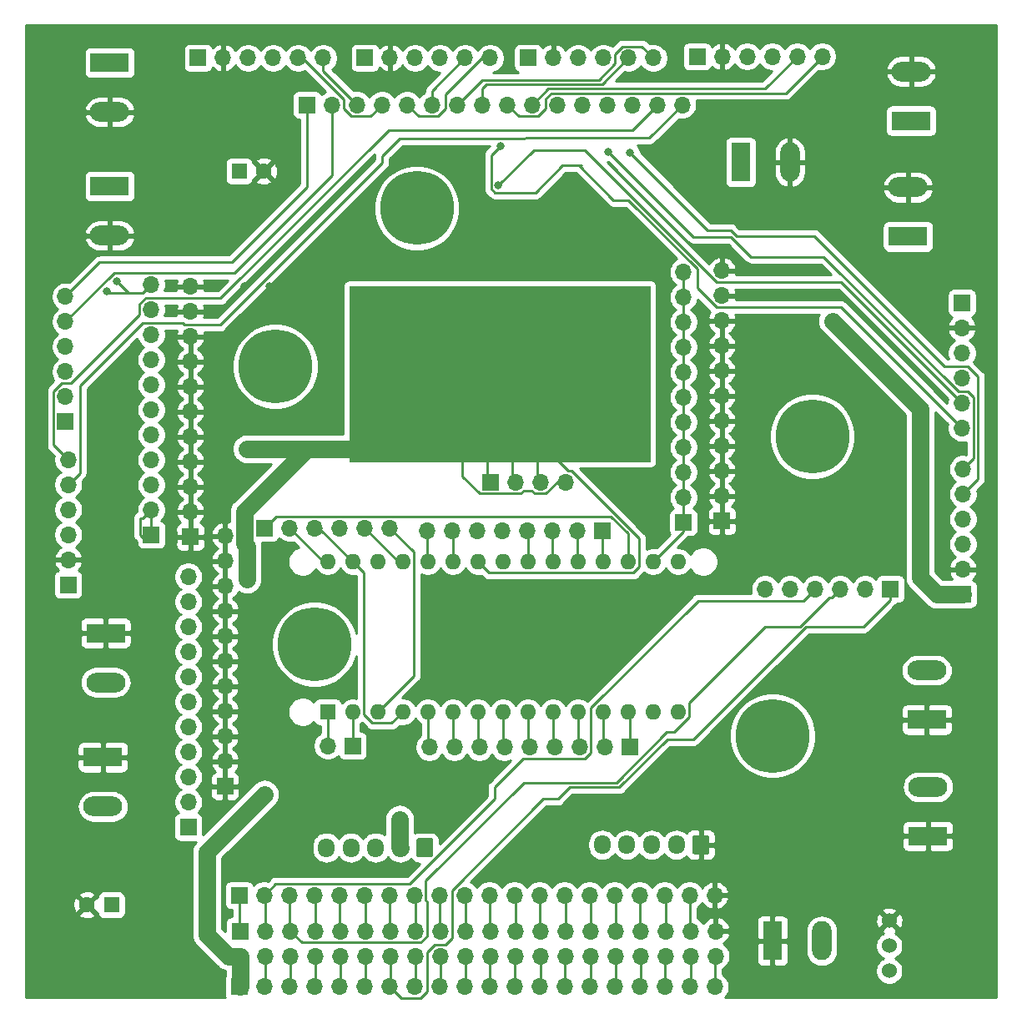
<source format=gbr>
%TF.GenerationSoftware,KiCad,Pcbnew,5.1.5+dfsg1-2build2*%
%TF.CreationDate,2021-04-16T14:35:20-05:00*%
%TF.ProjectId,Mercury 2021,4d657263-7572-4792-9032-3032312e6b69,rev?*%
%TF.SameCoordinates,Original*%
%TF.FileFunction,Copper,L2,Bot*%
%TF.FilePolarity,Positive*%
%FSLAX46Y46*%
G04 Gerber Fmt 4.6, Leading zero omitted, Abs format (unit mm)*
G04 Created by KiCad (PCBNEW 5.1.5+dfsg1-2build2) date 2021-04-16 14:35:20*
%MOMM*%
%LPD*%
G04 APERTURE LIST*
%TA.AperFunction,EtchedComponent*%
%ADD10C,0.100000*%
%TD*%
%TA.AperFunction,ComponentPad*%
%ADD11R,1.700000X1.700000*%
%TD*%
%TA.AperFunction,ComponentPad*%
%ADD12O,1.700000X1.700000*%
%TD*%
%TA.AperFunction,ConnectorPad*%
%ADD13C,7.500000*%
%TD*%
%TA.AperFunction,ComponentPad*%
%ADD14C,4.700000*%
%TD*%
%TA.AperFunction,ComponentPad*%
%ADD15O,3.960000X1.980000*%
%TD*%
%TA.AperFunction,ComponentPad*%
%ADD16R,3.960000X1.980000*%
%TD*%
%TA.AperFunction,ComponentPad*%
%ADD17O,1.980000X3.960000*%
%TD*%
%TA.AperFunction,ComponentPad*%
%ADD18R,1.980000X3.960000*%
%TD*%
%TA.AperFunction,ComponentPad*%
%ADD19O,1.700000X1.950000*%
%TD*%
%TA.AperFunction,ComponentPad*%
%ADD20C,0.100000*%
%TD*%
%TA.AperFunction,ComponentPad*%
%ADD21C,1.524000*%
%TD*%
%TA.AperFunction,ComponentPad*%
%ADD22C,1.600000*%
%TD*%
%TA.AperFunction,ComponentPad*%
%ADD23R,1.600000X1.600000*%
%TD*%
%TA.AperFunction,ComponentPad*%
%ADD24O,1.600000X1.600000*%
%TD*%
%TA.AperFunction,ViaPad*%
%ADD25C,0.800000*%
%TD*%
%TA.AperFunction,ViaPad*%
%ADD26C,1.500000*%
%TD*%
%TA.AperFunction,Conductor*%
%ADD27C,0.250000*%
%TD*%
%TA.AperFunction,Conductor*%
%ADD28C,1.800000*%
%TD*%
%TA.AperFunction,Conductor*%
%ADD29C,0.254000*%
%TD*%
G04 APERTURE END LIST*
D10*
%TO.C,U10*%
G36*
X82296000Y-46761400D02*
G01*
X82296000Y-64541400D01*
X51816000Y-64541400D01*
X51816000Y-46761400D01*
X82296000Y-46761400D01*
G37*
X82296000Y-46761400D02*
X82296000Y-64541400D01*
X51816000Y-64541400D01*
X51816000Y-46761400D01*
X82296000Y-46761400D01*
%TD*%
D11*
%TO.P,U12,1*%
%TO.N,/Motors/Pi14*%
X106680000Y-77470000D03*
D12*
%TO.P,U12,2*%
%TO.N,/Motors/Servo_OE*%
X104140000Y-77470000D03*
%TO.P,U12,3*%
%TO.N,/Motors/Pi05*%
X101600000Y-77470000D03*
%TO.P,U12,4*%
%TO.N,/Motors/Pi03*%
X99060000Y-77470000D03*
%TO.P,U12,5*%
%TO.N,5v_Rail*%
X96520000Y-77470000D03*
%TO.P,U12,6*%
%TO.N,/Motors/Servo_V+*%
X93980000Y-77470000D03*
%TD*%
D13*
%TO.P,H5,1*%
%TO.N,N/C*%
X48244760Y-83098640D03*
D14*
X48244760Y-83098640D03*
%TD*%
D13*
%TO.P,H4,1*%
%TO.N,N/C*%
X44246800Y-54889400D03*
D14*
X44246800Y-54889400D03*
%TD*%
D13*
%TO.P,H3,1*%
%TO.N,N/C*%
X94742000Y-92354400D03*
D14*
X94742000Y-92354400D03*
%TD*%
D13*
%TO.P,H2,1*%
%TO.N,N/C*%
X98755200Y-61976000D03*
D14*
X98755200Y-61976000D03*
%TD*%
D13*
%TO.P,H1,1*%
%TO.N,N/C*%
X58623200Y-38836600D03*
D14*
X58623200Y-38836600D03*
%TD*%
D15*
%TO.P,J31,2*%
%TO.N,GND_Rail*%
X27457400Y-41601400D03*
D16*
%TO.P,J31,1*%
%TO.N,5v_Rail*%
X27457400Y-36601400D03*
%TD*%
D15*
%TO.P,J4,2*%
%TO.N,11.1v_Rail*%
X110388400Y-85728800D03*
D16*
%TO.P,J4,1*%
%TO.N,GND_Rail*%
X110388400Y-90728800D03*
%TD*%
D15*
%TO.P,J5,2*%
%TO.N,GND_Rail*%
X108788200Y-24972000D03*
D16*
%TO.P,J5,1*%
%TO.N,5v_Rail*%
X108788200Y-29972000D03*
%TD*%
D17*
%TO.P,U12C1,2*%
%TO.N,GND_Rail*%
X96490800Y-34163000D03*
D18*
%TO.P,U12C1,1*%
%TO.N,5v_Rail*%
X91490800Y-34163000D03*
%TD*%
D19*
%TO.P,U13,5*%
%TO.N,/Motors/LM_GND*%
X49436000Y-103708200D03*
%TO.P,U13,4*%
%TO.N,/Motors/LM_PWM2_GPIO13*%
X51936000Y-103708200D03*
%TO.P,U13,3*%
%TO.N,/Motors/LM_DIR2_GPIO5*%
X54436000Y-103708200D03*
%TO.P,U13,2*%
%TO.N,11.1v_Rail*%
X56936000Y-103708200D03*
%TA.AperFunction,ComponentPad*%
D20*
%TO.P,U13,1*%
%TO.N,/Motors/LM_DIR1_GPIO6*%
G36*
X60060504Y-102734404D02*
G01*
X60084773Y-102738004D01*
X60108571Y-102743965D01*
X60131671Y-102752230D01*
X60153849Y-102762720D01*
X60174893Y-102775333D01*
X60194598Y-102789947D01*
X60212777Y-102806423D01*
X60229253Y-102824602D01*
X60243867Y-102844307D01*
X60256480Y-102865351D01*
X60266970Y-102887529D01*
X60275235Y-102910629D01*
X60281196Y-102934427D01*
X60284796Y-102958696D01*
X60286000Y-102983200D01*
X60286000Y-104433200D01*
X60284796Y-104457704D01*
X60281196Y-104481973D01*
X60275235Y-104505771D01*
X60266970Y-104528871D01*
X60256480Y-104551049D01*
X60243867Y-104572093D01*
X60229253Y-104591798D01*
X60212777Y-104609977D01*
X60194598Y-104626453D01*
X60174893Y-104641067D01*
X60153849Y-104653680D01*
X60131671Y-104664170D01*
X60108571Y-104672435D01*
X60084773Y-104678396D01*
X60060504Y-104681996D01*
X60036000Y-104683200D01*
X58836000Y-104683200D01*
X58811496Y-104681996D01*
X58787227Y-104678396D01*
X58763429Y-104672435D01*
X58740329Y-104664170D01*
X58718151Y-104653680D01*
X58697107Y-104641067D01*
X58677402Y-104626453D01*
X58659223Y-104609977D01*
X58642747Y-104591798D01*
X58628133Y-104572093D01*
X58615520Y-104551049D01*
X58605030Y-104528871D01*
X58596765Y-104505771D01*
X58590804Y-104481973D01*
X58587204Y-104457704D01*
X58586000Y-104433200D01*
X58586000Y-102983200D01*
X58587204Y-102958696D01*
X58590804Y-102934427D01*
X58596765Y-102910629D01*
X58605030Y-102887529D01*
X58615520Y-102865351D01*
X58628133Y-102844307D01*
X58642747Y-102824602D01*
X58659223Y-102806423D01*
X58677402Y-102789947D01*
X58697107Y-102775333D01*
X58718151Y-102762720D01*
X58740329Y-102752230D01*
X58763429Y-102743965D01*
X58787227Y-102738004D01*
X58811496Y-102734404D01*
X58836000Y-102733200D01*
X60036000Y-102733200D01*
X60060504Y-102734404D01*
G37*
%TD.AperFunction*%
%TD*%
D19*
%TO.P,U11,5*%
%TO.N,/Motors/Pi09*%
X77448400Y-103428800D03*
%TO.P,U11,4*%
%TO.N,/Motors/Pi32*%
X79948400Y-103428800D03*
%TO.P,U11,3*%
%TO.N,/Motors/Pi40*%
X82448400Y-103428800D03*
%TO.P,U11,2*%
%TO.N,11.1v_Rail*%
X84948400Y-103428800D03*
%TA.AperFunction,ComponentPad*%
D20*
%TO.P,U11,1*%
%TO.N,GND_Rail*%
G36*
X88072904Y-102455004D02*
G01*
X88097173Y-102458604D01*
X88120971Y-102464565D01*
X88144071Y-102472830D01*
X88166249Y-102483320D01*
X88187293Y-102495933D01*
X88206998Y-102510547D01*
X88225177Y-102527023D01*
X88241653Y-102545202D01*
X88256267Y-102564907D01*
X88268880Y-102585951D01*
X88279370Y-102608129D01*
X88287635Y-102631229D01*
X88293596Y-102655027D01*
X88297196Y-102679296D01*
X88298400Y-102703800D01*
X88298400Y-104153800D01*
X88297196Y-104178304D01*
X88293596Y-104202573D01*
X88287635Y-104226371D01*
X88279370Y-104249471D01*
X88268880Y-104271649D01*
X88256267Y-104292693D01*
X88241653Y-104312398D01*
X88225177Y-104330577D01*
X88206998Y-104347053D01*
X88187293Y-104361667D01*
X88166249Y-104374280D01*
X88144071Y-104384770D01*
X88120971Y-104393035D01*
X88097173Y-104398996D01*
X88072904Y-104402596D01*
X88048400Y-104403800D01*
X86848400Y-104403800D01*
X86823896Y-104402596D01*
X86799627Y-104398996D01*
X86775829Y-104393035D01*
X86752729Y-104384770D01*
X86730551Y-104374280D01*
X86709507Y-104361667D01*
X86689802Y-104347053D01*
X86671623Y-104330577D01*
X86655147Y-104312398D01*
X86640533Y-104292693D01*
X86627920Y-104271649D01*
X86617430Y-104249471D01*
X86609165Y-104226371D01*
X86603204Y-104202573D01*
X86599604Y-104178304D01*
X86598400Y-104153800D01*
X86598400Y-102703800D01*
X86599604Y-102679296D01*
X86603204Y-102655027D01*
X86609165Y-102631229D01*
X86617430Y-102608129D01*
X86627920Y-102585951D01*
X86640533Y-102564907D01*
X86655147Y-102545202D01*
X86671623Y-102527023D01*
X86689802Y-102510547D01*
X86709507Y-102495933D01*
X86730551Y-102483320D01*
X86752729Y-102472830D01*
X86775829Y-102464565D01*
X86799627Y-102458604D01*
X86823896Y-102455004D01*
X86848400Y-102453800D01*
X88048400Y-102453800D01*
X88072904Y-102455004D01*
G37*
%TD.AperFunction*%
%TD*%
D21*
%TO.P,U10,20*%
%TO.N,/Sensors/SCL7*%
X53086000Y-48031400D03*
%TO.P,U10,19*%
%TO.N,/Sensors/SDA7*%
X55626000Y-48031400D03*
%TO.P,U10,18*%
%TO.N,/Sensors/SCL6*%
X58166000Y-48031400D03*
%TO.P,U10,17*%
%TO.N,/Sensors/SDA6*%
X60706000Y-48031400D03*
%TO.P,U10,16*%
%TO.N,/Sensors/SCL5*%
X63246000Y-48031400D03*
%TO.P,U10,15*%
%TO.N,/Sensors/SDA5*%
X65786000Y-48031400D03*
%TO.P,U10,14*%
%TO.N,/Sensors/SCL4*%
X68326000Y-48031400D03*
%TO.P,U10,13*%
%TO.N,/Sensors/SDA4*%
X70866000Y-48031400D03*
%TO.P,U10,11*%
%TO.N,/Sensors/SCL3*%
X73406000Y-48031400D03*
%TO.P,U10,10*%
%TO.N,/Sensors/SDA3*%
X75946000Y-48031400D03*
%TO.P,U10,9*%
%TO.N,/Sensors/SCL2*%
X78486000Y-48031400D03*
%TO.P,U10,8*%
%TO.N,/Sensors/SDA2*%
X81026000Y-48031400D03*
%TO.P,U10,7*%
%TO.N,/Sensors/SCL1*%
X81026000Y-63271400D03*
%TO.P,U10,6*%
%TO.N,/Sensors/SDA1*%
X78486000Y-63271400D03*
%TO.P,U10,5*%
%TO.N,/Sensors/SCL0*%
X75946000Y-63271400D03*
%TO.P,U10,4*%
%TO.N,/Sensors/SDA0*%
X73406000Y-63271400D03*
%TO.P,U10,21*%
%TO.N,/Sensors/MP_A2*%
X70866000Y-63271400D03*
%TO.P,U10,2*%
%TO.N,/Sensors/MP_A1*%
X68326000Y-63271400D03*
%TO.P,U10,1*%
%TO.N,/Sensors/MP_A0*%
X65786000Y-63271400D03*
%TO.P,U10,3*%
%TO.N,/Sensors/MP_Reset*%
X63246000Y-63271400D03*
%TO.P,U10,22*%
%TO.N,/Sensors/SCL*%
X60706000Y-63271400D03*
%TO.P,U10,23*%
%TO.N,/Sensors/SDA*%
X58166000Y-63271400D03*
%TO.P,U10,12*%
%TO.N,GND_Rail*%
X55626000Y-63271400D03*
%TO.P,U10,24*%
%TO.N,5v_Rail*%
X53086000Y-63271400D03*
%TD*%
D12*
%TO.P,U9,2*%
%TO.N,GND_Rail*%
X89611200Y-23444200D03*
%TO.P,U9,3*%
%TO.N,/Sensors/SCL3*%
X92151200Y-23444200D03*
%TO.P,U9,6*%
%TO.N,/Sensors/Sense3_XShut*%
X99771200Y-23444200D03*
D11*
%TO.P,U9,1*%
%TO.N,5v_Rail*%
X87071200Y-23444200D03*
D12*
%TO.P,U9,4*%
%TO.N,/Sensors/SDA3*%
X94691200Y-23444200D03*
%TO.P,U9,5*%
%TO.N,/Sensors/Sense3_GPIO*%
X97231200Y-23444200D03*
%TD*%
%TO.P,U8,2*%
%TO.N,GND_Rail*%
X22961600Y-57962800D03*
%TO.P,U8,3*%
%TO.N,/Sensors/SCL7*%
X22961600Y-55422800D03*
%TO.P,U8,6*%
%TO.N,/Sensors/Sense7_XShut*%
X22961600Y-47802800D03*
D11*
%TO.P,U8,1*%
%TO.N,5v_Rail*%
X22961600Y-60502800D03*
D12*
%TO.P,U8,4*%
%TO.N,/Sensors/SDA7*%
X22961600Y-52882800D03*
%TO.P,U8,5*%
%TO.N,/Sensors/Sense7_GPIO*%
X22961600Y-50342800D03*
%TD*%
%TO.P,U7,2*%
%TO.N,GND_Rail*%
X113944400Y-50977800D03*
%TO.P,U7,3*%
%TO.N,/Sensors/SCL2*%
X113944400Y-53517800D03*
%TO.P,U7,6*%
%TO.N,/Sensors/Sense2_XShut*%
X113944400Y-61137800D03*
D11*
%TO.P,U7,1*%
%TO.N,5v_Rail*%
X113944400Y-48437800D03*
D12*
%TO.P,U7,4*%
%TO.N,/Sensors/SDA2*%
X113944400Y-56057800D03*
%TO.P,U7,5*%
%TO.N,/Sensors/Sense2_GPIO*%
X113944400Y-58597800D03*
%TD*%
%TO.P,U6,2*%
%TO.N,GND_Rail*%
X38963600Y-23596600D03*
%TO.P,U6,3*%
%TO.N,/Sensors/SCL6*%
X41503600Y-23596600D03*
%TO.P,U6,6*%
%TO.N,/Sensors/Sense6_XShut*%
X49123600Y-23596600D03*
D11*
%TO.P,U6,1*%
%TO.N,5v_Rail*%
X36423600Y-23596600D03*
D12*
%TO.P,U6,4*%
%TO.N,/Sensors/SDA6*%
X44043600Y-23596600D03*
%TO.P,U6,5*%
%TO.N,/Sensors/Sense6_GPIO*%
X46583600Y-23596600D03*
%TD*%
%TO.P,U5,2*%
%TO.N,GND_Rail*%
X114046000Y-75463400D03*
%TO.P,U5,3*%
%TO.N,/Sensors/SCL1*%
X114046000Y-72923400D03*
%TO.P,U5,6*%
%TO.N,/Sensors/Sense1_XShut*%
X114046000Y-65303400D03*
D11*
%TO.P,U5,1*%
%TO.N,5v_Rail*%
X114046000Y-78003400D03*
D12*
%TO.P,U5,4*%
%TO.N,/Sensors/SDA1*%
X114046000Y-70383400D03*
%TO.P,U5,5*%
%TO.N,/Sensors/Sense1_GPIO*%
X114046000Y-67843400D03*
%TD*%
%TO.P,U4,2*%
%TO.N,GND_Rail*%
X55905400Y-23596600D03*
%TO.P,U4,3*%
%TO.N,/Sensors/SCL5*%
X58445400Y-23596600D03*
%TO.P,U4,6*%
%TO.N,/Sensors/Sense5_XShut*%
X66065400Y-23596600D03*
D11*
%TO.P,U4,1*%
%TO.N,5v_Rail*%
X53365400Y-23596600D03*
D12*
%TO.P,U4,4*%
%TO.N,/Sensors/SDA5*%
X60985400Y-23596600D03*
%TO.P,U4,5*%
%TO.N,/Sensors/Sense5_GPIO*%
X63525400Y-23596600D03*
%TD*%
%TO.P,U3,2*%
%TO.N,GND_Rail*%
X23241000Y-74498200D03*
%TO.P,U3,3*%
%TO.N,/Sensors/SCL0*%
X23241000Y-71958200D03*
%TO.P,U3,6*%
%TO.N,/Sensors/Sense0_XShut*%
X23241000Y-64338200D03*
D11*
%TO.P,U3,1*%
%TO.N,5v_Rail*%
X23241000Y-77038200D03*
D12*
%TO.P,U3,4*%
%TO.N,/Sensors/SDA0*%
X23241000Y-69418200D03*
%TO.P,U3,5*%
%TO.N,/Sensors/Sense0_GPIO*%
X23241000Y-66878200D03*
%TD*%
%TO.P,U2,2*%
%TO.N,GND_Rail*%
X72466200Y-23596600D03*
%TO.P,U2,3*%
%TO.N,/Sensors/SCL4*%
X75006200Y-23596600D03*
%TO.P,U2,6*%
%TO.N,/Sensors/Sense4_XShut*%
X82626200Y-23596600D03*
D11*
%TO.P,U2,1*%
%TO.N,5v_Rail*%
X69926200Y-23596600D03*
D12*
%TO.P,U2,4*%
%TO.N,/Sensors/SDA4*%
X77546200Y-23596600D03*
%TO.P,U2,5*%
%TO.N,/Sensors/Sense4_GPIO*%
X80086200Y-23596600D03*
%TD*%
D21*
%TO.P,U1,3*%
%TO.N,11.1v_Rail*%
X106578400Y-116205000D03*
%TO.P,U1,2*%
%TO.N,5v_Rail*%
X106578400Y-113665000D03*
%TO.P,U1,1*%
%TO.N,GND_Rail*%
X106578400Y-111125000D03*
%TD*%
D12*
%TO.P,J37,11*%
%TO.N,GND_Rail*%
X39166800Y-72085200D03*
%TO.P,J37,10*%
X39166800Y-74625200D03*
%TO.P,J37,9*%
X39166800Y-77165200D03*
%TO.P,J37,8*%
X39166800Y-79705200D03*
%TO.P,J37,7*%
X39166800Y-82245200D03*
%TO.P,J37,6*%
X39166800Y-84785200D03*
%TO.P,J37,5*%
X39166800Y-87325200D03*
%TO.P,J37,4*%
X39166800Y-89865200D03*
%TO.P,J37,3*%
X39166800Y-92405200D03*
%TO.P,J37,2*%
X39166800Y-94945200D03*
D11*
%TO.P,J37,1*%
X39166800Y-97485200D03*
%TD*%
D12*
%TO.P,J36,11*%
%TO.N,GND_Rail*%
X89585800Y-45186600D03*
%TO.P,J36,10*%
X89585800Y-47726600D03*
%TO.P,J36,9*%
X89585800Y-50266600D03*
%TO.P,J36,8*%
X89585800Y-52806600D03*
%TO.P,J36,7*%
X89585800Y-55346600D03*
%TO.P,J36,6*%
X89585800Y-57886600D03*
%TO.P,J36,5*%
X89585800Y-60426600D03*
%TO.P,J36,4*%
X89585800Y-62966600D03*
%TO.P,J36,3*%
X89585800Y-65506600D03*
%TO.P,J36,2*%
X89585800Y-68046600D03*
D11*
%TO.P,J36,1*%
X89585800Y-70586600D03*
%TD*%
D15*
%TO.P,J33,2*%
%TO.N,GND_Rail*%
X108469700Y-36716800D03*
D16*
%TO.P,J33,1*%
%TO.N,5v_Rail*%
X108469700Y-41716800D03*
%TD*%
D15*
%TO.P,J32,2*%
%TO.N,11.1v_Rail*%
X27051000Y-86940400D03*
D16*
%TO.P,J32,1*%
%TO.N,GND_Rail*%
X27051000Y-81940400D03*
%TD*%
D15*
%TO.P,J30,2*%
%TO.N,11.1v_Rail*%
X26771600Y-99538800D03*
D16*
%TO.P,J30,1*%
%TO.N,GND_Rail*%
X26771600Y-94538800D03*
%TD*%
D12*
%TO.P,J21,4*%
%TO.N,/Sensors/MP_Reset*%
X73710800Y-66624200D03*
%TO.P,J21,3*%
%TO.N,/Sensors/MP_A2*%
X71170800Y-66624200D03*
%TO.P,J21,2*%
%TO.N,/Sensors/MP_A1*%
X68630800Y-66624200D03*
D11*
%TO.P,J21,1*%
%TO.N,/Sensors/MP_A0*%
X66090800Y-66624200D03*
%TD*%
D12*
%TO.P,J20,8*%
%TO.N,/Sensors/Arduino_A8*%
X59664600Y-71526400D03*
%TO.P,J20,7*%
%TO.N,/Sensors/Arduino_A7*%
X62204600Y-71526400D03*
%TO.P,J20,6*%
%TO.N,/Sensors/NCb*%
X64744600Y-71526400D03*
%TO.P,J20,5*%
%TO.N,/Sensors/NCa*%
X67284600Y-71526400D03*
%TO.P,J20,4*%
%TO.N,/Sensors/Arduino_A3*%
X69824600Y-71526400D03*
%TO.P,J20,3*%
%TO.N,/Sensors/Arduino_A2*%
X72364600Y-71526400D03*
%TO.P,J20,2*%
%TO.N,/Sensors/Arduino_A1*%
X74904600Y-71526400D03*
D11*
%TO.P,J20,1*%
%TO.N,/Sensors/Arduino_A0*%
X77444600Y-71526400D03*
%TD*%
D12*
%TO.P,J19,9*%
%TO.N,/Sensors/Arduino_D2*%
X59893200Y-93522800D03*
%TO.P,J19,8*%
%TO.N,/Sensors/Arduino_D3*%
X62433200Y-93522800D03*
%TO.P,J19,7*%
%TO.N,/Sensors/Arduino_D4*%
X64973200Y-93522800D03*
%TO.P,J19,6*%
%TO.N,/Sensors/Arduino_D5*%
X67513200Y-93522800D03*
%TO.P,J19,5*%
%TO.N,/Sensors/Arduino_D6*%
X70053200Y-93522800D03*
%TO.P,J19,4*%
%TO.N,/Sensors/Arduino_D7*%
X72593200Y-93522800D03*
%TO.P,J19,3*%
%TO.N,/Sensors/Arduino_D8*%
X75133200Y-93522800D03*
%TO.P,J19,2*%
%TO.N,/Sensors/Arduino_D9*%
X77673200Y-93522800D03*
D11*
%TO.P,J19,1*%
%TO.N,/Sensors/Arduino_D10*%
X80213200Y-93522800D03*
%TD*%
D12*
%TO.P,J18,2*%
%TO.N,/Sensors/Arduino_Tx*%
X49580800Y-93370400D03*
D11*
%TO.P,J18,1*%
%TO.N,/Sensors/Arduino_Rx*%
X52120800Y-93370400D03*
%TD*%
D12*
%TO.P,J17,6*%
%TO.N,/Sensors/Arduino_Reset*%
X55880000Y-71272400D03*
%TO.P,J17,5*%
%TO.N,/Sensors/Arduino_5v*%
X53340000Y-71272400D03*
%TO.P,J17,4*%
%TO.N,Net-(J17-Pad4)*%
X50800000Y-71272400D03*
%TO.P,J17,3*%
%TO.N,/Sensors/Arduino_GND*%
X48260000Y-71272400D03*
%TO.P,J17,2*%
%TO.N,/Sensors/Arduino_VIN*%
X45720000Y-71272400D03*
D11*
%TO.P,J17,1*%
%TO.N,/Sensors/Arduino_AREF*%
X43180000Y-71272400D03*
%TD*%
D12*
%TO.P,J16,16*%
%TO.N,/Sensors/Sense0_GPIO*%
X85572600Y-28346400D03*
%TO.P,J16,15*%
%TO.N,/Sensors/Sense0_XShut*%
X83032600Y-28346400D03*
%TO.P,J16,14*%
%TO.N,/Sensors/Sense1_GPIO*%
X80492600Y-28346400D03*
%TO.P,J16,13*%
%TO.N,/Sensors/Sense1_XShut*%
X77952600Y-28346400D03*
%TO.P,J16,12*%
%TO.N,/Sensors/Sense2_GPIO*%
X75412600Y-28346400D03*
%TO.P,J16,11*%
%TO.N,/Sensors/Sense2_XShut*%
X72872600Y-28346400D03*
%TO.P,J16,10*%
%TO.N,/Sensors/Sense3_GPIO*%
X70332600Y-28346400D03*
%TO.P,J16,9*%
%TO.N,/Sensors/Sense3_XShut*%
X67792600Y-28346400D03*
%TO.P,J16,8*%
%TO.N,/Sensors/Sense4_GPIO*%
X65252600Y-28346400D03*
%TO.P,J16,7*%
%TO.N,/Sensors/Sense4_XShut*%
X62712600Y-28346400D03*
%TO.P,J16,6*%
%TO.N,/Sensors/Sense5_GPIO*%
X60172600Y-28346400D03*
%TO.P,J16,5*%
%TO.N,/Sensors/Sense5_XShut*%
X57632600Y-28346400D03*
%TO.P,J16,4*%
%TO.N,/Sensors/Sense6_GPIO*%
X55092600Y-28346400D03*
%TO.P,J16,3*%
%TO.N,/Sensors/Sense6_XShut*%
X52552600Y-28346400D03*
%TO.P,J16,2*%
%TO.N,/Sensors/Sense7_GPIO*%
X50012600Y-28346400D03*
D11*
%TO.P,J16,1*%
%TO.N,/Sensors/Sense7_XShut*%
X47472600Y-28346400D03*
%TD*%
D12*
%TO.P,J15,40*%
%TO.N,/Motors/Pi40*%
X88950800Y-114706400D03*
%TO.P,J15,39*%
%TO.N,GND_Rail*%
X88950800Y-112166400D03*
%TO.P,J15,38*%
%TO.N,/Motors/Pi38*%
X86410800Y-114706400D03*
%TO.P,J15,37*%
%TO.N,/Motors/Pi37*%
X86410800Y-112166400D03*
%TO.P,J15,36*%
%TO.N,/Motors/Pi36*%
X83870800Y-114706400D03*
%TO.P,J15,35*%
%TO.N,/Motors/LM_PWM1_GPIO19*%
X83870800Y-112166400D03*
%TO.P,J15,34*%
%TO.N,/Motors/Pi34*%
X81330800Y-114706400D03*
%TO.P,J15,33*%
%TO.N,/Motors/LM_PWM2_GPIO13*%
X81330800Y-112166400D03*
%TO.P,J15,32*%
%TO.N,/Motors/Pi32*%
X78790800Y-114706400D03*
%TO.P,J15,31*%
%TO.N,/Motors/LM_DIR1_GPIO6*%
X78790800Y-112166400D03*
%TO.P,J15,30*%
%TO.N,/Motors/Pi30*%
X76250800Y-114706400D03*
%TO.P,J15,29*%
%TO.N,/Motors/LM_DIR2_GPIO5*%
X76250800Y-112166400D03*
%TO.P,J15,28*%
%TO.N,/Motors/Pi28*%
X73710800Y-114706400D03*
%TO.P,J15,27*%
%TO.N,/Motors/Pi27*%
X73710800Y-112166400D03*
%TO.P,J15,26*%
%TO.N,/Motors/Pi26*%
X71170800Y-114706400D03*
%TO.P,J15,25*%
%TO.N,/Motors/Pi25*%
X71170800Y-112166400D03*
%TO.P,J15,24*%
%TO.N,/Motors/Pi24*%
X68630800Y-114706400D03*
%TO.P,J15,23*%
%TO.N,/Motors/Pi23*%
X68630800Y-112166400D03*
%TO.P,J15,22*%
%TO.N,/Motors/Pi22*%
X66090800Y-114706400D03*
%TO.P,J15,21*%
%TO.N,/Motors/Pi21*%
X66090800Y-112166400D03*
%TO.P,J15,20*%
%TO.N,/Motors/Pi20*%
X63550800Y-114706400D03*
%TO.P,J15,19*%
%TO.N,/Motors/Pi19*%
X63550800Y-112166400D03*
%TO.P,J15,18*%
%TO.N,/Motors/Pi18*%
X61010800Y-114706400D03*
%TO.P,J15,17*%
%TO.N,/Motors/Pi17*%
X61010800Y-112166400D03*
%TO.P,J15,16*%
%TO.N,/Motors/Pi16*%
X58470800Y-114706400D03*
%TO.P,J15,15*%
%TO.N,/Motors/Pi15*%
X58470800Y-112166400D03*
%TO.P,J15,14*%
%TO.N,/Motors/Pi14*%
X55930800Y-114706400D03*
%TO.P,J15,13*%
%TO.N,/Motors/Pi13*%
X55930800Y-112166400D03*
%TO.P,J15,12*%
%TO.N,/Motors/Pi12*%
X53390800Y-114706400D03*
%TO.P,J15,11*%
%TO.N,/Motors/Pi11*%
X53390800Y-112166400D03*
%TO.P,J15,10*%
%TO.N,/Motors/Pi10*%
X50850800Y-114706400D03*
%TO.P,J15,9*%
%TO.N,/Motors/Pi09*%
X50850800Y-112166400D03*
%TO.P,J15,8*%
%TO.N,/Motors/Pi08*%
X48310800Y-114706400D03*
%TO.P,J15,7*%
%TO.N,/Motors/Pi07*%
X48310800Y-112166400D03*
%TO.P,J15,6*%
%TO.N,/Motors/LM_GND*%
X45770800Y-114706400D03*
%TO.P,J15,5*%
%TO.N,/Motors/Pi05*%
X45770800Y-112166400D03*
%TO.P,J15,4*%
%TO.N,/Motors/Pi04*%
X43230800Y-114706400D03*
%TO.P,J15,3*%
%TO.N,/Motors/Pi03*%
X43230800Y-112166400D03*
%TO.P,J15,2*%
%TO.N,5v_Rail*%
X40690800Y-114706400D03*
D11*
%TO.P,J15,1*%
%TO.N,/Motors/Pi01*%
X40690800Y-112166400D03*
%TD*%
D15*
%TO.P,J14,2*%
%TO.N,GND_Rail*%
X27457400Y-29083000D03*
D16*
%TO.P,J14,1*%
%TO.N,5v_Rail*%
X27457400Y-24083000D03*
%TD*%
D15*
%TO.P,J13,2*%
%TO.N,11.1v_Rail*%
X110490000Y-97539800D03*
D16*
%TO.P,J13,1*%
%TO.N,GND_Rail*%
X110490000Y-102539800D03*
%TD*%
D12*
%TO.P,J10,11*%
%TO.N,3.3v_Rail*%
X85674200Y-45313600D03*
%TO.P,J10,10*%
X85674200Y-47853600D03*
%TO.P,J10,9*%
X85674200Y-50393600D03*
%TO.P,J10,8*%
X85674200Y-52933600D03*
%TO.P,J10,7*%
X85674200Y-55473600D03*
%TO.P,J10,6*%
X85674200Y-58013600D03*
%TO.P,J10,5*%
X85674200Y-60553600D03*
%TO.P,J10,4*%
X85674200Y-63093600D03*
%TO.P,J10,3*%
X85674200Y-65633600D03*
%TO.P,J10,2*%
X85674200Y-68173600D03*
D11*
%TO.P,J10,1*%
X85674200Y-70713600D03*
%TD*%
D12*
%TO.P,J9,11*%
%TO.N,11.1v_Rail*%
X35433000Y-76225400D03*
%TO.P,J9,10*%
X35433000Y-78765400D03*
%TO.P,J9,9*%
X35433000Y-81305400D03*
%TO.P,J9,8*%
X35433000Y-83845400D03*
%TO.P,J9,7*%
X35433000Y-86385400D03*
%TO.P,J9,6*%
X35433000Y-88925400D03*
%TO.P,J9,5*%
X35433000Y-91465400D03*
%TO.P,J9,4*%
X35433000Y-94005400D03*
%TO.P,J9,3*%
X35433000Y-96545400D03*
%TO.P,J9,2*%
X35433000Y-99085400D03*
D11*
%TO.P,J9,1*%
X35433000Y-101625400D03*
%TD*%
D12*
%TO.P,J8,11*%
%TO.N,GND_Rail*%
X35636200Y-46786800D03*
%TO.P,J8,10*%
X35636200Y-49326800D03*
%TO.P,J8,9*%
X35636200Y-51866800D03*
%TO.P,J8,8*%
X35636200Y-54406800D03*
%TO.P,J8,7*%
X35636200Y-56946800D03*
%TO.P,J8,6*%
X35636200Y-59486800D03*
%TO.P,J8,5*%
X35636200Y-62026800D03*
%TO.P,J8,4*%
X35636200Y-64566800D03*
%TO.P,J8,3*%
X35636200Y-67106800D03*
%TO.P,J8,2*%
X35636200Y-69646800D03*
D11*
%TO.P,J8,1*%
X35636200Y-72186800D03*
%TD*%
D12*
%TO.P,J7,11*%
%TO.N,5v_Rail*%
X31673800Y-46583600D03*
%TO.P,J7,10*%
X31673800Y-49123600D03*
%TO.P,J7,9*%
X31673800Y-51663600D03*
%TO.P,J7,8*%
X31673800Y-54203600D03*
%TO.P,J7,7*%
X31673800Y-56743600D03*
%TO.P,J7,6*%
X31673800Y-59283600D03*
%TO.P,J7,5*%
X31673800Y-61823600D03*
%TO.P,J7,4*%
X31673800Y-64363600D03*
%TO.P,J7,3*%
X31673800Y-66903600D03*
%TO.P,J7,2*%
X31673800Y-69443600D03*
D11*
%TO.P,J7,1*%
X31673800Y-71983600D03*
%TD*%
D22*
%TO.P,C2,2*%
%TO.N,GND_Rail*%
X43089200Y-35077400D03*
D23*
%TO.P,C2,1*%
%TO.N,5v_Rail*%
X40589200Y-35077400D03*
%TD*%
D22*
%TO.P,C1,2*%
%TO.N,GND_Rail*%
X25135200Y-109524800D03*
D23*
%TO.P,C1,1*%
%TO.N,11.1v_Rail*%
X27635200Y-109524800D03*
%TD*%
D24*
%TO.P,A1,16*%
%TO.N,Net-(A1-Pad16)*%
X85140800Y-74701400D03*
%TO.P,A1,15*%
%TO.N,Net-(A1-Pad15)*%
X85140800Y-89941400D03*
%TO.P,A1,30*%
%TO.N,/Sensors/Arduino_VIN*%
X49580800Y-74701400D03*
%TO.P,A1,14*%
%TO.N,Net-(A1-Pad14)*%
X82600800Y-89941400D03*
%TO.P,A1,29*%
%TO.N,/Sensors/Arduino_GND*%
X52120800Y-74701400D03*
%TO.P,A1,13*%
%TO.N,/Sensors/Arduino_D10*%
X80060800Y-89941400D03*
%TO.P,A1,28*%
%TO.N,Net-(A1-Pad28)*%
X54660800Y-74701400D03*
%TO.P,A1,12*%
%TO.N,/Sensors/Arduino_D9*%
X77520800Y-89941400D03*
%TO.P,A1,27*%
%TO.N,/Sensors/Arduino_5v*%
X57200800Y-74701400D03*
%TO.P,A1,11*%
%TO.N,/Sensors/Arduino_D8*%
X74980800Y-89941400D03*
%TO.P,A1,26*%
%TO.N,/Sensors/Arduino_A8*%
X59740800Y-74701400D03*
%TO.P,A1,10*%
%TO.N,/Sensors/Arduino_D7*%
X72440800Y-89941400D03*
%TO.P,A1,25*%
%TO.N,/Sensors/Arduino_A7*%
X62280800Y-74701400D03*
%TO.P,A1,9*%
%TO.N,/Sensors/Arduino_D6*%
X69900800Y-89941400D03*
%TO.P,A1,24*%
%TO.N,/Sensors/SCL*%
X64820800Y-74701400D03*
%TO.P,A1,8*%
%TO.N,/Sensors/Arduino_D5*%
X67360800Y-89941400D03*
%TO.P,A1,23*%
%TO.N,/Sensors/SDA*%
X67360800Y-74701400D03*
%TO.P,A1,7*%
%TO.N,/Sensors/Arduino_D4*%
X64820800Y-89941400D03*
%TO.P,A1,22*%
%TO.N,/Sensors/Arduino_A3*%
X69900800Y-74701400D03*
%TO.P,A1,6*%
%TO.N,/Sensors/Arduino_D3*%
X62280800Y-89941400D03*
%TO.P,A1,21*%
%TO.N,/Sensors/Arduino_A2*%
X72440800Y-74701400D03*
%TO.P,A1,5*%
%TO.N,/Sensors/Arduino_D2*%
X59740800Y-89941400D03*
%TO.P,A1,20*%
%TO.N,/Sensors/Arduino_A1*%
X74980800Y-74701400D03*
%TO.P,A1,4*%
%TO.N,/Sensors/Arduino_GND*%
X57200800Y-89941400D03*
%TO.P,A1,19*%
%TO.N,/Sensors/Arduino_A0*%
X77520800Y-74701400D03*
%TO.P,A1,3*%
%TO.N,/Sensors/Arduino_Reset*%
X54660800Y-89941400D03*
%TO.P,A1,18*%
%TO.N,/Sensors/Arduino_AREF*%
X80060800Y-74701400D03*
%TO.P,A1,2*%
%TO.N,/Sensors/Arduino_Rx*%
X52120800Y-89941400D03*
%TO.P,A1,17*%
%TO.N,3.3v_Rail*%
X82600800Y-74701400D03*
D23*
%TO.P,A1,1*%
%TO.N,/Sensors/Arduino_Tx*%
X49580800Y-89941400D03*
%TD*%
D18*
%TO.P,J1,1*%
%TO.N,GND_Rail*%
X94716600Y-113157000D03*
D17*
%TO.P,J1,2*%
%TO.N,11.1v_Rail*%
X99716600Y-113157000D03*
%TD*%
D12*
%TO.P,J2,20*%
%TO.N,GND_Rail*%
X88849200Y-108534200D03*
%TO.P,J2,19*%
%TO.N,/Motors/Pi37*%
X86309200Y-108534200D03*
%TO.P,J2,18*%
%TO.N,/Motors/LM_PWM1_GPIO19*%
X83769200Y-108534200D03*
%TO.P,J2,17*%
%TO.N,/Motors/LM_PWM2_GPIO13*%
X81229200Y-108534200D03*
%TO.P,J2,16*%
%TO.N,/Motors/LM_DIR1_GPIO6*%
X78689200Y-108534200D03*
%TO.P,J2,15*%
%TO.N,/Motors/LM_DIR2_GPIO5*%
X76149200Y-108534200D03*
%TO.P,J2,14*%
%TO.N,/Motors/Pi27*%
X73609200Y-108534200D03*
%TO.P,J2,13*%
%TO.N,/Motors/Pi25*%
X71069200Y-108534200D03*
%TO.P,J2,12*%
%TO.N,/Motors/Pi23*%
X68529200Y-108534200D03*
%TO.P,J2,11*%
%TO.N,/Motors/Pi21*%
X65989200Y-108534200D03*
%TO.P,J2,10*%
%TO.N,/Motors/Pi19*%
X63449200Y-108534200D03*
%TO.P,J2,9*%
%TO.N,/Motors/Pi17*%
X60909200Y-108534200D03*
%TO.P,J2,8*%
%TO.N,/Motors/Pi15*%
X58369200Y-108534200D03*
%TO.P,J2,7*%
%TO.N,/Motors/Pi13*%
X55829200Y-108534200D03*
%TO.P,J2,6*%
%TO.N,/Motors/Pi11*%
X53289200Y-108534200D03*
%TO.P,J2,5*%
%TO.N,/Motors/Pi09*%
X50749200Y-108534200D03*
%TO.P,J2,4*%
%TO.N,/Motors/Pi07*%
X48209200Y-108534200D03*
%TO.P,J2,3*%
%TO.N,/Motors/Pi05*%
X45669200Y-108534200D03*
%TO.P,J2,2*%
%TO.N,/Motors/Pi03*%
X43129200Y-108534200D03*
D11*
%TO.P,J2,1*%
%TO.N,/Motors/Pi01*%
X40589200Y-108534200D03*
%TD*%
%TO.P,J3,1*%
%TO.N,5v_Rail*%
X40614600Y-117830600D03*
D12*
%TO.P,J3,2*%
%TO.N,/Motors/Pi04*%
X43154600Y-117830600D03*
%TO.P,J3,3*%
%TO.N,/Motors/LM_GND*%
X45694600Y-117830600D03*
%TO.P,J3,4*%
%TO.N,/Motors/Pi08*%
X48234600Y-117830600D03*
%TO.P,J3,5*%
%TO.N,/Motors/Pi10*%
X50774600Y-117830600D03*
%TO.P,J3,6*%
%TO.N,/Motors/Pi12*%
X53314600Y-117830600D03*
%TO.P,J3,7*%
%TO.N,/Motors/Pi14*%
X55854600Y-117830600D03*
%TO.P,J3,8*%
%TO.N,/Motors/Pi16*%
X58394600Y-117830600D03*
%TO.P,J3,9*%
%TO.N,/Motors/Pi18*%
X60934600Y-117830600D03*
%TO.P,J3,10*%
%TO.N,/Motors/Pi20*%
X63474600Y-117830600D03*
%TO.P,J3,11*%
%TO.N,/Motors/Pi22*%
X66014600Y-117830600D03*
%TO.P,J3,12*%
%TO.N,/Motors/Pi24*%
X68554600Y-117830600D03*
%TO.P,J3,13*%
%TO.N,/Motors/Pi26*%
X71094600Y-117830600D03*
%TO.P,J3,14*%
%TO.N,/Motors/Pi28*%
X73634600Y-117830600D03*
%TO.P,J3,15*%
%TO.N,/Motors/Pi30*%
X76174600Y-117830600D03*
%TO.P,J3,16*%
%TO.N,/Motors/Pi32*%
X78714600Y-117830600D03*
%TO.P,J3,17*%
%TO.N,/Motors/Pi34*%
X81254600Y-117830600D03*
%TO.P,J3,18*%
%TO.N,/Motors/Pi36*%
X83794600Y-117830600D03*
%TO.P,J3,19*%
%TO.N,/Motors/Pi38*%
X86334600Y-117830600D03*
%TO.P,J3,20*%
%TO.N,/Motors/Pi40*%
X88874600Y-117830600D03*
%TD*%
D25*
%TO.N,/Sensors/Sense2_XShut*%
X67106800Y-32512000D03*
%TO.N,/Sensors/Sense2_GPIO*%
X66878200Y-36525200D03*
%TO.N,/Sensors/Sense1_XShut*%
X78079600Y-33147000D03*
%TO.N,/Sensors/Sense1_GPIO*%
X80276700Y-33185100D03*
%TO.N,GND_Rail*%
X43688000Y-46736000D03*
X41148000Y-46736000D03*
D26*
%TO.N,11.1v_Rail*%
X56896000Y-100838000D03*
%TO.N,5v_Rail*%
X43180000Y-98298000D03*
X41402000Y-76454000D03*
X41427400Y-63271400D03*
X109728000Y-69342000D03*
X100838000Y-50292000D03*
D25*
X27178000Y-47244000D03*
X28194000Y-46228000D03*
%TD*%
D27*
%TO.N,/Sensors/Arduino_Tx*%
X49580800Y-93370400D02*
X49580800Y-89941400D01*
%TO.N,/Sensors/Arduino_Rx*%
X52120800Y-89941400D02*
X52120800Y-93370400D01*
%TO.N,/Sensors/Arduino_AREF*%
X80060800Y-71857598D02*
X80060800Y-74701400D01*
X78300601Y-70097399D02*
X80060800Y-71857598D01*
X44355001Y-70097399D02*
X78300601Y-70097399D01*
X43180000Y-71272400D02*
X44355001Y-70097399D01*
%TO.N,/Sensors/Arduino_Reset*%
X58325801Y-86276399D02*
X54660800Y-89941400D01*
X58325801Y-73718201D02*
X58325801Y-86276399D01*
X55880000Y-71272400D02*
X58325801Y-73718201D01*
%TO.N,/Sensors/Arduino_A0*%
X77444600Y-74625200D02*
X77520800Y-74701400D01*
X77444600Y-71526400D02*
X77444600Y-74625200D01*
%TO.N,/Sensors/Arduino_GND*%
X48691800Y-71272400D02*
X48260000Y-71272400D01*
X52120800Y-74701400D02*
X48691800Y-71272400D01*
X53245801Y-75826401D02*
X52120800Y-74701400D01*
X53245801Y-90191403D02*
X53245801Y-75826401D01*
X54120799Y-91066401D02*
X53245801Y-90191403D01*
X56075799Y-91066401D02*
X54120799Y-91066401D01*
X57200800Y-89941400D02*
X56075799Y-91066401D01*
%TO.N,/Sensors/Arduino_A1*%
X74904600Y-74625200D02*
X74980800Y-74701400D01*
X74904600Y-71526400D02*
X74904600Y-74625200D01*
%TO.N,/Sensors/Arduino_D2*%
X59740800Y-93370400D02*
X59893200Y-93522800D01*
X59740800Y-89941400D02*
X59740800Y-93370400D01*
%TO.N,/Sensors/Arduino_A2*%
X72364600Y-74625200D02*
X72440800Y-74701400D01*
X72364600Y-71526400D02*
X72364600Y-74625200D01*
%TO.N,/Sensors/Arduino_D3*%
X62280800Y-93370400D02*
X62433200Y-93522800D01*
X62280800Y-89941400D02*
X62280800Y-93370400D01*
%TO.N,/Sensors/Arduino_A3*%
X69900800Y-71602600D02*
X69824600Y-71526400D01*
X69900800Y-74701400D02*
X69900800Y-71602600D01*
%TO.N,/Sensors/Arduino_D4*%
X64820800Y-93370400D02*
X64973200Y-93522800D01*
X64820800Y-89941400D02*
X64820800Y-93370400D01*
%TO.N,/Sensors/Arduino_D5*%
X67360800Y-93370400D02*
X67513200Y-93522800D01*
X67360800Y-89941400D02*
X67360800Y-93370400D01*
%TO.N,/Sensors/SCL*%
X80600801Y-75826401D02*
X65945801Y-75826401D01*
X65945801Y-75826401D02*
X64820800Y-74701400D01*
X81185801Y-75241401D02*
X80600801Y-75826401D01*
X74288811Y-65449199D02*
X81185801Y-72346189D01*
X72318999Y-63793161D02*
X73975037Y-65449199D01*
X73975037Y-65449199D02*
X74288811Y-65449199D01*
X72318999Y-63115637D02*
X72318999Y-63793161D01*
X71387761Y-62184399D02*
X72318999Y-63115637D01*
X81185801Y-72346189D02*
X81185801Y-75241401D01*
X61793001Y-62184399D02*
X71387761Y-62184399D01*
X60706000Y-63271400D02*
X61793001Y-62184399D01*
%TO.N,/Sensors/Arduino_D6*%
X69900800Y-93370400D02*
X70053200Y-93522800D01*
X69900800Y-89941400D02*
X69900800Y-93370400D01*
%TO.N,/Sensors/Arduino_A7*%
X62280800Y-71602600D02*
X62204600Y-71526400D01*
X62280800Y-74701400D02*
X62280800Y-71602600D01*
%TO.N,/Sensors/Arduino_D7*%
X72440800Y-93370400D02*
X72593200Y-93522800D01*
X72440800Y-89941400D02*
X72440800Y-93370400D01*
%TO.N,/Sensors/Arduino_A8*%
X59664600Y-74625200D02*
X59740800Y-74701400D01*
X59664600Y-71526400D02*
X59664600Y-74625200D01*
%TO.N,/Sensors/Arduino_D8*%
X74980800Y-93370400D02*
X75133200Y-93522800D01*
X74980800Y-89941400D02*
X74980800Y-93370400D01*
%TO.N,/Sensors/Arduino_D9*%
X77520800Y-93370400D02*
X77673200Y-93522800D01*
X77520800Y-89941400D02*
X77520800Y-93370400D01*
%TO.N,/Sensors/Arduino_D10*%
X80213200Y-90093800D02*
X80060800Y-89941400D01*
X80213200Y-93522800D02*
X80213200Y-90093800D01*
%TO.N,/Sensors/Arduino_VIN*%
X49149000Y-74701400D02*
X49580800Y-74701400D01*
X45720000Y-71272400D02*
X49149000Y-74701400D01*
%TO.N,/Motors/LM_GND*%
X45770800Y-117754400D02*
X45694600Y-117830600D01*
X45770800Y-114706400D02*
X45770800Y-117754400D01*
%TO.N,/Motors/LM_DIR2_GPIO5*%
X76250800Y-108635800D02*
X76149200Y-108534200D01*
X76250800Y-112166400D02*
X76250800Y-108635800D01*
%TO.N,/Motors/LM_DIR1_GPIO6*%
X78790800Y-108635800D02*
X78689200Y-108534200D01*
X78790800Y-112166400D02*
X78790800Y-108635800D01*
%TO.N,/Motors/LM_PWM2_GPIO13*%
X81229200Y-112064800D02*
X81330800Y-112166400D01*
X81229200Y-108534200D02*
X81229200Y-112064800D01*
%TO.N,/Motors/LM_PWM1_GPIO19*%
X83870800Y-108635800D02*
X83769200Y-108534200D01*
X83870800Y-112166400D02*
X83870800Y-108635800D01*
%TO.N,/Sensors/Sense7_XShut*%
X47472600Y-36689402D02*
X39827200Y-44334802D01*
X47472600Y-28346400D02*
X47472600Y-36689402D01*
X26429598Y-44334802D02*
X22961600Y-47802800D01*
X39827200Y-44334802D02*
X26429598Y-44334802D01*
%TO.N,/Sensors/Sense7_GPIO*%
X27895801Y-45408599D02*
X40138601Y-45408599D01*
X22961600Y-50342800D02*
X27895801Y-45408599D01*
X50012600Y-35534600D02*
X50012600Y-28346400D01*
X40138601Y-45408599D02*
X50012600Y-35534600D01*
%TO.N,/Sensors/Sense6_XShut*%
X49123600Y-24917400D02*
X52552600Y-28346400D01*
X49123600Y-23596600D02*
X49123600Y-24917400D01*
%TO.N,/Sensors/Sense6_GPIO*%
X47001802Y-23596600D02*
X46583600Y-23596600D01*
X51187601Y-27782399D02*
X47001802Y-23596600D01*
X51187601Y-28720403D02*
X51187601Y-27782399D01*
X53917599Y-29521401D02*
X51988599Y-29521401D01*
X51988599Y-29521401D02*
X51187601Y-28720403D01*
X55092600Y-28346400D02*
X53917599Y-29521401D01*
%TO.N,/Sensors/Sense5_XShut*%
X61537599Y-27323403D02*
X65264402Y-23596600D01*
X61537599Y-28720403D02*
X61537599Y-27323403D01*
X60736601Y-29521401D02*
X61537599Y-28720403D01*
X58807601Y-29521401D02*
X60736601Y-29521401D01*
X65264402Y-23596600D02*
X66065400Y-23596600D01*
X57632600Y-28346400D02*
X58807601Y-29521401D01*
%TO.N,/Sensors/Sense5_GPIO*%
X60172600Y-26949400D02*
X60172600Y-28346400D01*
X63525400Y-23596600D02*
X60172600Y-26949400D01*
%TO.N,/Sensors/Sense4_XShut*%
X78721201Y-24160601D02*
X77075402Y-25806400D01*
X78721201Y-23222597D02*
X78721201Y-24160601D01*
X79522199Y-22421599D02*
X78721201Y-23222597D01*
X81451199Y-22421599D02*
X79522199Y-22421599D01*
X82626200Y-23596600D02*
X81451199Y-22421599D01*
X65252600Y-25806400D02*
X62712600Y-28346400D01*
X77075402Y-25806400D02*
X65252600Y-25806400D01*
%TO.N,/Sensors/Sense4_GPIO*%
X80086200Y-23596600D02*
X77422090Y-26260710D01*
X65252600Y-26664220D02*
X65252600Y-28346400D01*
X65656110Y-26260710D02*
X65252600Y-26664220D01*
X77422090Y-26260710D02*
X65656110Y-26260710D01*
%TO.N,/Sensors/Sense3_XShut*%
X96054670Y-27160730D02*
X99771200Y-23444200D01*
X72280270Y-27160730D02*
X96054670Y-27160730D01*
X71697599Y-27743401D02*
X72280270Y-27160730D01*
X71697599Y-28720403D02*
X71697599Y-27743401D01*
X70896601Y-29521401D02*
X71697599Y-28720403D01*
X68967601Y-29521401D02*
X70896601Y-29521401D01*
X67792600Y-28346400D02*
X68967601Y-29521401D01*
%TO.N,/Sensors/Sense3_GPIO*%
X71968280Y-26710720D02*
X70332600Y-28346400D01*
X93964680Y-26710720D02*
X71968280Y-26710720D01*
X97231200Y-23444200D02*
X93964680Y-26710720D01*
%TO.N,/Sensors/Sense2_XShut*%
X113944400Y-61137800D02*
X101708201Y-48901601D01*
X101708201Y-48901601D02*
X89021799Y-48901601D01*
X87090699Y-45004309D02*
X80110190Y-38023800D01*
X87090699Y-46970501D02*
X87090699Y-45004309D01*
X89021799Y-48901601D02*
X87090699Y-46970501D01*
X78587600Y-38023800D02*
X75082400Y-34518600D01*
X80110190Y-38023800D02*
X78587600Y-38023800D01*
X75082400Y-34518600D02*
X73432810Y-34518600D01*
X75311000Y-34518600D02*
X75082400Y-34518600D01*
X73432810Y-34518600D02*
X73432810Y-34518600D01*
X66530199Y-37250201D02*
X70701209Y-37250201D01*
X66153199Y-36873201D02*
X66530199Y-37250201D01*
X70701209Y-37250201D02*
X73432810Y-34518600D01*
X66153199Y-33465601D02*
X66153199Y-36873201D01*
X67106800Y-32512000D02*
X66153199Y-33465601D01*
%TO.N,/Sensors/Sense2_GPIO*%
X101708201Y-46361601D02*
X89084401Y-46361601D01*
X113944400Y-58597800D02*
X101708201Y-46361601D01*
X89084401Y-46361601D02*
X75641200Y-32918400D01*
X75641200Y-32918400D02*
X75641200Y-32918400D01*
X70485000Y-32918400D02*
X66878200Y-36525200D01*
X75641200Y-32918400D02*
X70485000Y-32918400D01*
%TO.N,/Sensors/Sense1_XShut*%
X113570397Y-57422799D02*
X99911798Y-43764200D01*
X115119401Y-58033799D02*
X114508401Y-57422799D01*
X114508401Y-57422799D02*
X113570397Y-57422799D01*
X115119401Y-64229999D02*
X115119401Y-58033799D01*
X114046000Y-65303400D02*
X115119401Y-64229999D01*
X99911798Y-43764200D02*
X92532200Y-43764200D01*
X92532200Y-43764200D02*
X90525600Y-41757600D01*
X90525600Y-41757600D02*
X86690200Y-41757600D01*
X86690200Y-41757600D02*
X78079600Y-33147000D01*
X78079600Y-33147000D02*
X78054200Y-33121600D01*
%TO.N,/Sensors/Sense1_GPIO*%
X114508401Y-54882799D02*
X112185199Y-54882799D01*
X115569411Y-66319989D02*
X115569411Y-55943809D01*
X115569411Y-55943809D02*
X114508401Y-54882799D01*
X114046000Y-67843400D02*
X115569411Y-66319989D01*
X112185199Y-54882799D02*
X98958400Y-41656000D01*
X91060410Y-41656000D02*
X90476210Y-41071800D01*
X98958400Y-41656000D02*
X91060410Y-41656000D01*
X90476210Y-41071800D02*
X88188800Y-41071800D01*
X88188800Y-41071800D02*
X88163400Y-41071800D01*
X88163400Y-41071800D02*
X80276700Y-33185100D01*
X80276700Y-33185100D02*
X80137000Y-33045400D01*
%TO.N,/Sensors/Sense0_XShut*%
X35072199Y-47961801D02*
X38702999Y-47961801D01*
X31109799Y-47948599D02*
X35058997Y-47948599D01*
X30498799Y-48559599D02*
X31109799Y-47948599D01*
X30498799Y-49624603D02*
X30498799Y-48559599D01*
X21786599Y-57398799D02*
X22587597Y-56597801D01*
X35058997Y-47948599D02*
X35072199Y-47961801D01*
X23525601Y-56597801D02*
X30498799Y-49624603D01*
X21786599Y-62883799D02*
X21786599Y-57398799D01*
X22587597Y-56597801D02*
X23525601Y-56597801D01*
X23241000Y-64338200D02*
X21786599Y-62883799D01*
X38702999Y-47961801D02*
X55753000Y-30911800D01*
X80467200Y-30911800D02*
X83032600Y-28346400D01*
X55753000Y-30911800D02*
X80467200Y-30911800D01*
%TO.N,/Sensors/Sense0_GPIO*%
X85572600Y-28346400D02*
X82194400Y-31724600D01*
X38659199Y-50691799D02*
X55118000Y-34232998D01*
X35072199Y-50691799D02*
X38659199Y-50691799D01*
X34868999Y-50488599D02*
X35072199Y-50691799D01*
X55118000Y-34232998D02*
X55118000Y-33528000D01*
X30791401Y-50488599D02*
X34868999Y-50488599D01*
X55118000Y-33528000D02*
X56896000Y-31750000D01*
X24416001Y-56863999D02*
X30791401Y-50488599D01*
X23241000Y-66878200D02*
X24416001Y-65703199D01*
X24416001Y-65703199D02*
X24416001Y-56863999D01*
X82194400Y-31724600D02*
X56896000Y-31750000D01*
%TO.N,/Sensors/MP_A0*%
X65786000Y-66319400D02*
X66090800Y-66624200D01*
X65786000Y-63271400D02*
X65786000Y-66319400D01*
%TO.N,/Sensors/MP_A1*%
X68326000Y-66319400D02*
X68630800Y-66624200D01*
X68326000Y-63271400D02*
X68326000Y-66319400D01*
%TO.N,/Sensors/MP_A2*%
X70866000Y-66319400D02*
X71170800Y-66624200D01*
X70866000Y-63271400D02*
X70866000Y-66319400D01*
%TO.N,/Sensors/MP_Reset*%
X63246000Y-66064402D02*
X63246000Y-63271400D01*
X69194801Y-67799201D02*
X64980799Y-67799201D01*
X70295398Y-67487800D02*
X69506202Y-67487800D01*
X70606799Y-67799201D02*
X70295398Y-67487800D01*
X71734801Y-67799201D02*
X70606799Y-67799201D01*
X64980799Y-67799201D02*
X63246000Y-66064402D01*
X69506202Y-67487800D02*
X69194801Y-67799201D01*
X72909802Y-66624200D02*
X71734801Y-67799201D01*
X73710800Y-66624200D02*
X72909802Y-66624200D01*
%TO.N,/Sensors/Arduino_5v*%
X56769000Y-74701400D02*
X57200800Y-74701400D01*
X53340000Y-71272400D02*
X56769000Y-74701400D01*
%TO.N,3.3v_Rail*%
X85674200Y-71628000D02*
X85674200Y-70713600D01*
X82600800Y-74701400D02*
X85674200Y-71628000D01*
X85674200Y-45313600D02*
X85674200Y-70713600D01*
%TO.N,GND_Rail*%
X35636200Y-49326800D02*
X38049200Y-49326800D01*
X38049200Y-49326800D02*
X38557200Y-49326800D01*
X38557200Y-49326800D02*
X41148000Y-46736000D01*
D28*
%TO.N,11.1v_Rail*%
X56896000Y-103668200D02*
X56936000Y-103708200D01*
X56896000Y-100838000D02*
X56896000Y-103668200D01*
%TO.N,5v_Rail*%
X43180000Y-98298000D02*
X37338000Y-104140000D01*
X39488719Y-114706400D02*
X40690800Y-114706400D01*
X37338000Y-112555681D02*
X39488719Y-114706400D01*
X37338000Y-104140000D02*
X37338000Y-112555681D01*
X40690800Y-117754400D02*
X40614600Y-117830600D01*
X40690800Y-114706400D02*
X40690800Y-117754400D01*
X52008370Y-63271400D02*
X53086000Y-63271400D01*
X47500998Y-63271400D02*
X52008370Y-63271400D01*
X41116801Y-72866801D02*
X41116801Y-69655597D01*
X41402000Y-73152000D02*
X41116801Y-72866801D01*
X41116801Y-69655597D02*
X47500998Y-63271400D01*
X41402000Y-76454000D02*
X41402000Y-73152000D01*
X41427400Y-63271400D02*
X41402000Y-63246000D01*
X47500998Y-63271400D02*
X41402000Y-63246000D01*
X111396000Y-78003400D02*
X109728000Y-76335400D01*
X114046000Y-78003400D02*
X111396000Y-78003400D01*
X109728000Y-76335400D02*
X109728000Y-69342000D01*
X109728000Y-69342000D02*
X109728000Y-59182000D01*
X109728000Y-59182000D02*
X100838000Y-50292000D01*
D27*
X30823801Y-47433599D02*
X27367599Y-47433599D01*
X31673800Y-46583600D02*
X30823801Y-47433599D01*
X27367599Y-47433599D02*
X27178000Y-47244000D01*
X30823801Y-47433599D02*
X29399599Y-47433599D01*
X29399599Y-47433599D02*
X28194000Y-46228000D01*
X30823801Y-70293599D02*
X30544401Y-70293599D01*
X31673800Y-69443600D02*
X30823801Y-70293599D01*
X30544401Y-71954201D02*
X30988000Y-72397800D01*
X30544401Y-70293599D02*
X30544401Y-71954201D01*
X31673800Y-70883600D02*
X31673800Y-69443600D01*
X31673800Y-71983600D02*
X31673800Y-70883600D01*
%TO.N,/Motors/Pi37*%
X86309200Y-112064800D02*
X86410800Y-112166400D01*
X86309200Y-108534200D02*
X86309200Y-112064800D01*
%TO.N,/Motors/Pi27*%
X73710800Y-108635800D02*
X73609200Y-108534200D01*
X73710800Y-112166400D02*
X73710800Y-108635800D01*
%TO.N,/Motors/Pi25*%
X71069200Y-112064800D02*
X71170800Y-112166400D01*
X71069200Y-108534200D02*
X71069200Y-112064800D01*
%TO.N,/Motors/Pi23*%
X68630800Y-108635800D02*
X68529200Y-108534200D01*
X68630800Y-112166400D02*
X68630800Y-108635800D01*
%TO.N,/Motors/Pi21*%
X65989200Y-112064800D02*
X66090800Y-112166400D01*
X65989200Y-108534200D02*
X65989200Y-112064800D01*
%TO.N,/Motors/Pi19*%
X63550800Y-108635800D02*
X63449200Y-108534200D01*
X63550800Y-112166400D02*
X63550800Y-108635800D01*
%TO.N,/Motors/Pi17*%
X60909200Y-112064800D02*
X61010800Y-112166400D01*
X60909200Y-108534200D02*
X60909200Y-112064800D01*
%TO.N,/Motors/Pi15*%
X58470800Y-108635800D02*
X58369200Y-108534200D01*
X58470800Y-112166400D02*
X58470800Y-108635800D01*
%TO.N,/Motors/Pi13*%
X55829200Y-112064800D02*
X55930800Y-112166400D01*
X55829200Y-108534200D02*
X55829200Y-112064800D01*
%TO.N,/Motors/Pi11*%
X53390800Y-108635800D02*
X53289200Y-108534200D01*
X53390800Y-112166400D02*
X53390800Y-108635800D01*
%TO.N,/Motors/Pi09*%
X50749200Y-112064800D02*
X50850800Y-112166400D01*
X50749200Y-108534200D02*
X50749200Y-112064800D01*
%TO.N,/Motors/Pi07*%
X48310800Y-108635800D02*
X48209200Y-108534200D01*
X48310800Y-112166400D02*
X48310800Y-108635800D01*
%TO.N,/Motors/Pi05*%
X45669200Y-112064800D02*
X45770800Y-112166400D01*
X45669200Y-108534200D02*
X45669200Y-112064800D01*
X100463993Y-78319999D02*
X100750001Y-78319999D01*
X97503992Y-81280000D02*
X100463993Y-78319999D01*
X93980000Y-81280000D02*
X97503992Y-81280000D01*
X45770800Y-112166400D02*
X46945801Y-113341401D01*
X84741999Y-92005203D02*
X86265801Y-90481401D01*
X46945801Y-113341401D02*
X59034801Y-113341401D01*
X59034801Y-113341401D02*
X59645801Y-112730401D01*
X59645801Y-112730401D02*
X59645801Y-109199801D01*
X59645801Y-109199801D02*
X59544201Y-109098201D01*
X86265801Y-90481401D02*
X86265801Y-88994199D01*
X59544201Y-107079799D02*
X69487210Y-97136790D01*
X86265801Y-88994199D02*
X93980000Y-81280000D01*
X100750001Y-78319999D02*
X101600000Y-77470000D01*
X69487210Y-97136790D02*
X78884212Y-97136790D01*
X59544201Y-109098201D02*
X59544201Y-107079799D01*
X78884212Y-97136790D02*
X84015799Y-92005203D01*
X84015799Y-92005203D02*
X84741999Y-92005203D01*
%TO.N,/Motors/Pi03*%
X43230800Y-108635800D02*
X43129200Y-108534200D01*
X43230800Y-112166400D02*
X43230800Y-108635800D01*
X66497200Y-98785190D02*
X66497200Y-97586800D01*
X57923191Y-107359199D02*
X66497200Y-98785190D01*
X44304201Y-107359199D02*
X57923191Y-107359199D01*
X43129200Y-108534200D02*
X44304201Y-107359199D01*
X98210001Y-78319999D02*
X99060000Y-77470000D01*
X97884999Y-78645001D02*
X98210001Y-78319999D01*
X87152197Y-78645001D02*
X97884999Y-78645001D01*
X76308201Y-89488997D02*
X87152197Y-78645001D01*
X76308201Y-94086801D02*
X76308201Y-89488997D01*
X75697201Y-94697801D02*
X76308201Y-94086801D01*
X69386199Y-94697801D02*
X75697201Y-94697801D01*
X66497200Y-97586800D02*
X69386199Y-94697801D01*
%TO.N,/Motors/Pi01*%
X40589200Y-112064800D02*
X40690800Y-112166400D01*
X40589200Y-108534200D02*
X40589200Y-112064800D01*
%TO.N,/Motors/Pi04*%
X43230800Y-117754400D02*
X43154600Y-117830600D01*
X43230800Y-114706400D02*
X43230800Y-117754400D01*
%TO.N,/Motors/Pi08*%
X48310800Y-117754400D02*
X48234600Y-117830600D01*
X48310800Y-114706400D02*
X48310800Y-117754400D01*
%TO.N,/Motors/Pi10*%
X50850800Y-117754400D02*
X50774600Y-117830600D01*
X50850800Y-114706400D02*
X50850800Y-117754400D01*
%TO.N,/Motors/Pi12*%
X53390800Y-117754400D02*
X53314600Y-117830600D01*
X53390800Y-114706400D02*
X53390800Y-117754400D01*
%TO.N,/Motors/Pi14*%
X55930800Y-117754400D02*
X55854600Y-117830600D01*
X55930800Y-114706400D02*
X55930800Y-117754400D01*
X57029601Y-119005601D02*
X55854600Y-117830600D01*
X59645801Y-118318401D02*
X58958601Y-119005601D01*
X59645801Y-114332397D02*
X59645801Y-118318401D01*
X60446799Y-113531399D02*
X59645801Y-114332397D01*
X58958601Y-119005601D02*
X57029601Y-119005601D01*
X61574801Y-113531399D02*
X60446799Y-113531399D01*
X62185801Y-112920399D02*
X61574801Y-113531399D01*
X62185801Y-108058597D02*
X62185801Y-112920399D01*
X72942199Y-98761801D02*
X71482597Y-98761801D01*
X71482597Y-98761801D02*
X62185801Y-108058597D01*
X74117200Y-97586800D02*
X72942199Y-98761801D01*
X79160402Y-97586800D02*
X84037202Y-92710000D01*
X74117200Y-97586800D02*
X79160402Y-97586800D01*
X86710402Y-92710000D02*
X98140402Y-81280000D01*
X84037202Y-92710000D02*
X86710402Y-92710000D01*
X106680000Y-78570000D02*
X106680000Y-77470000D01*
X103970000Y-81280000D02*
X106680000Y-78570000D01*
X98140402Y-81280000D02*
X103970000Y-81280000D01*
%TO.N,/Motors/Pi16*%
X58470800Y-117754400D02*
X58394600Y-117830600D01*
X58470800Y-114706400D02*
X58470800Y-117754400D01*
%TO.N,/Motors/Pi18*%
X61010800Y-117754400D02*
X60934600Y-117830600D01*
X61010800Y-114706400D02*
X61010800Y-117754400D01*
%TO.N,/Motors/Pi20*%
X63550800Y-117754400D02*
X63474600Y-117830600D01*
X63550800Y-114706400D02*
X63550800Y-117754400D01*
%TO.N,/Motors/Pi22*%
X66014600Y-114782600D02*
X66090800Y-114706400D01*
X66014600Y-117830600D02*
X66014600Y-114782600D01*
%TO.N,/Motors/Pi24*%
X68554600Y-114782600D02*
X68630800Y-114706400D01*
X68554600Y-117830600D02*
X68554600Y-114782600D01*
%TO.N,/Motors/Pi26*%
X71170800Y-117754400D02*
X71094600Y-117830600D01*
X71170800Y-114706400D02*
X71170800Y-117754400D01*
%TO.N,/Motors/Pi28*%
X73634600Y-114782600D02*
X73710800Y-114706400D01*
X73634600Y-117830600D02*
X73634600Y-114782600D01*
%TO.N,/Motors/Pi30*%
X76250800Y-117754400D02*
X76174600Y-117830600D01*
X76250800Y-114706400D02*
X76250800Y-117754400D01*
%TO.N,/Motors/Pi32*%
X78790800Y-117754400D02*
X78714600Y-117830600D01*
X78790800Y-114706400D02*
X78790800Y-117754400D01*
%TO.N,/Motors/Pi34*%
X81330800Y-117754400D02*
X81254600Y-117830600D01*
X81330800Y-114706400D02*
X81330800Y-117754400D01*
%TO.N,/Motors/Pi36*%
X83794600Y-114782600D02*
X83870800Y-114706400D01*
X83794600Y-117830600D02*
X83794600Y-114782600D01*
%TO.N,/Motors/Pi38*%
X86410800Y-117754400D02*
X86334600Y-117830600D01*
X86410800Y-114706400D02*
X86410800Y-117754400D01*
%TO.N,/Motors/Pi40*%
X88874600Y-114782600D02*
X88950800Y-114706400D01*
X88874600Y-117830600D02*
X88874600Y-114782600D01*
%TD*%
D29*
%TO.N,GND_Rail*%
G36*
X117450001Y-118923200D02*
G01*
X89882107Y-118923200D01*
X90028075Y-118777232D01*
X90190590Y-118534011D01*
X90302532Y-118263758D01*
X90359600Y-117976860D01*
X90359600Y-117684340D01*
X90302532Y-117397442D01*
X90190590Y-117127189D01*
X90028075Y-116883968D01*
X89821232Y-116677125D01*
X89634600Y-116552422D01*
X89634600Y-116030513D01*
X89654211Y-116022390D01*
X89897432Y-115859875D01*
X90104275Y-115653032D01*
X90266790Y-115409811D01*
X90378732Y-115139558D01*
X90379240Y-115137000D01*
X93088528Y-115137000D01*
X93100788Y-115261482D01*
X93137098Y-115381180D01*
X93196063Y-115491494D01*
X93275415Y-115588185D01*
X93372106Y-115667537D01*
X93482420Y-115726502D01*
X93602118Y-115762812D01*
X93726600Y-115775072D01*
X94430850Y-115772000D01*
X94589600Y-115613250D01*
X94589600Y-113284000D01*
X94843600Y-113284000D01*
X94843600Y-115613250D01*
X95002350Y-115772000D01*
X95706600Y-115775072D01*
X95831082Y-115762812D01*
X95950780Y-115726502D01*
X96061094Y-115667537D01*
X96157785Y-115588185D01*
X96237137Y-115491494D01*
X96296102Y-115381180D01*
X96332412Y-115261482D01*
X96344672Y-115137000D01*
X96341600Y-113442750D01*
X96182850Y-113284000D01*
X94843600Y-113284000D01*
X94589600Y-113284000D01*
X93250350Y-113284000D01*
X93091600Y-113442750D01*
X93088528Y-115137000D01*
X90379240Y-115137000D01*
X90435800Y-114852660D01*
X90435800Y-114560140D01*
X90378732Y-114273242D01*
X90266790Y-114002989D01*
X90104275Y-113759768D01*
X89897432Y-113552925D01*
X89721394Y-113435300D01*
X89951069Y-113263988D01*
X90145978Y-113047755D01*
X90294957Y-112797652D01*
X90392281Y-112523291D01*
X90271614Y-112293400D01*
X89077800Y-112293400D01*
X89077800Y-112313400D01*
X88823800Y-112313400D01*
X88823800Y-112293400D01*
X88803800Y-112293400D01*
X88803800Y-112039400D01*
X88823800Y-112039400D01*
X88823800Y-110846245D01*
X89077800Y-110846245D01*
X89077800Y-112039400D01*
X90271614Y-112039400D01*
X90392281Y-111809509D01*
X90294957Y-111535148D01*
X90145978Y-111285045D01*
X90048588Y-111177000D01*
X93088528Y-111177000D01*
X93091600Y-112871250D01*
X93250350Y-113030000D01*
X94589600Y-113030000D01*
X94589600Y-110700750D01*
X94843600Y-110700750D01*
X94843600Y-113030000D01*
X96182850Y-113030000D01*
X96341600Y-112871250D01*
X96343021Y-112087177D01*
X98091600Y-112087177D01*
X98091601Y-114226824D01*
X98115114Y-114465556D01*
X98208033Y-114771869D01*
X98358926Y-115054170D01*
X98561993Y-115301608D01*
X98809431Y-115504675D01*
X99091732Y-115655568D01*
X99398045Y-115748487D01*
X99716600Y-115779862D01*
X100035156Y-115748487D01*
X100341469Y-115655568D01*
X100623770Y-115504675D01*
X100871208Y-115301608D01*
X101074275Y-115054170D01*
X101225168Y-114771869D01*
X101318087Y-114465556D01*
X101341600Y-114226824D01*
X101341600Y-113527408D01*
X105181400Y-113527408D01*
X105181400Y-113802592D01*
X105235086Y-114072490D01*
X105340395Y-114326727D01*
X105493280Y-114555535D01*
X105687865Y-114750120D01*
X105916673Y-114903005D01*
X105993915Y-114935000D01*
X105916673Y-114966995D01*
X105687865Y-115119880D01*
X105493280Y-115314465D01*
X105340395Y-115543273D01*
X105235086Y-115797510D01*
X105181400Y-116067408D01*
X105181400Y-116342592D01*
X105235086Y-116612490D01*
X105340395Y-116866727D01*
X105493280Y-117095535D01*
X105687865Y-117290120D01*
X105916673Y-117443005D01*
X106170910Y-117548314D01*
X106440808Y-117602000D01*
X106715992Y-117602000D01*
X106985890Y-117548314D01*
X107240127Y-117443005D01*
X107468935Y-117290120D01*
X107663520Y-117095535D01*
X107816405Y-116866727D01*
X107921714Y-116612490D01*
X107975400Y-116342592D01*
X107975400Y-116067408D01*
X107921714Y-115797510D01*
X107816405Y-115543273D01*
X107663520Y-115314465D01*
X107468935Y-115119880D01*
X107240127Y-114966995D01*
X107162885Y-114935000D01*
X107240127Y-114903005D01*
X107468935Y-114750120D01*
X107663520Y-114555535D01*
X107816405Y-114326727D01*
X107921714Y-114072490D01*
X107975400Y-113802592D01*
X107975400Y-113527408D01*
X107921714Y-113257510D01*
X107816405Y-113003273D01*
X107663520Y-112774465D01*
X107468935Y-112579880D01*
X107240127Y-112426995D01*
X107168457Y-112397308D01*
X107181423Y-112392636D01*
X107297380Y-112330656D01*
X107364360Y-112090565D01*
X106578400Y-111304605D01*
X105792440Y-112090565D01*
X105859420Y-112330656D01*
X105995160Y-112394485D01*
X105916673Y-112426995D01*
X105687865Y-112579880D01*
X105493280Y-112774465D01*
X105340395Y-113003273D01*
X105235086Y-113257510D01*
X105181400Y-113527408D01*
X101341600Y-113527408D01*
X101341600Y-112087176D01*
X101318087Y-111848444D01*
X101225168Y-111542131D01*
X101074275Y-111259830D01*
X101022726Y-111197017D01*
X105176490Y-111197017D01*
X105217478Y-111469133D01*
X105310764Y-111728023D01*
X105372744Y-111843980D01*
X105612835Y-111910960D01*
X106398795Y-111125000D01*
X106758005Y-111125000D01*
X107543965Y-111910960D01*
X107784056Y-111843980D01*
X107901156Y-111594952D01*
X107967423Y-111327865D01*
X107980310Y-111052983D01*
X107939322Y-110780867D01*
X107846036Y-110521977D01*
X107784056Y-110406020D01*
X107543965Y-110339040D01*
X106758005Y-111125000D01*
X106398795Y-111125000D01*
X105612835Y-110339040D01*
X105372744Y-110406020D01*
X105255644Y-110655048D01*
X105189377Y-110922135D01*
X105176490Y-111197017D01*
X101022726Y-111197017D01*
X100871208Y-111012392D01*
X100623769Y-110809325D01*
X100341468Y-110658432D01*
X100035155Y-110565513D01*
X99716600Y-110534138D01*
X99398044Y-110565513D01*
X99091731Y-110658432D01*
X98809430Y-110809325D01*
X98561992Y-111012392D01*
X98358925Y-111259831D01*
X98208032Y-111542132D01*
X98115113Y-111848445D01*
X98091600Y-112087177D01*
X96343021Y-112087177D01*
X96344672Y-111177000D01*
X96332412Y-111052518D01*
X96296102Y-110932820D01*
X96237137Y-110822506D01*
X96157785Y-110725815D01*
X96061094Y-110646463D01*
X95950780Y-110587498D01*
X95831082Y-110551188D01*
X95706600Y-110538928D01*
X95002350Y-110542000D01*
X94843600Y-110700750D01*
X94589600Y-110700750D01*
X94430850Y-110542000D01*
X93726600Y-110538928D01*
X93602118Y-110551188D01*
X93482420Y-110587498D01*
X93372106Y-110646463D01*
X93275415Y-110725815D01*
X93196063Y-110822506D01*
X93137098Y-110932820D01*
X93100788Y-111052518D01*
X93088528Y-111177000D01*
X90048588Y-111177000D01*
X89951069Y-111068812D01*
X89717720Y-110894759D01*
X89454899Y-110769575D01*
X89307690Y-110724924D01*
X89077800Y-110846245D01*
X88823800Y-110846245D01*
X88593910Y-110724924D01*
X88446701Y-110769575D01*
X88183880Y-110894759D01*
X87950531Y-111068812D01*
X87755622Y-111285045D01*
X87685995Y-111401934D01*
X87564275Y-111219768D01*
X87357432Y-111012925D01*
X87114211Y-110850410D01*
X87069200Y-110831766D01*
X87069200Y-110159435D01*
X105792440Y-110159435D01*
X106578400Y-110945395D01*
X107364360Y-110159435D01*
X107297380Y-109919344D01*
X107048352Y-109802244D01*
X106781265Y-109735977D01*
X106506383Y-109723090D01*
X106234267Y-109764078D01*
X105975377Y-109857364D01*
X105859420Y-109919344D01*
X105792440Y-110159435D01*
X87069200Y-110159435D01*
X87069200Y-109812378D01*
X87255832Y-109687675D01*
X87462675Y-109480832D01*
X87584395Y-109298666D01*
X87654022Y-109415555D01*
X87848931Y-109631788D01*
X88082280Y-109805841D01*
X88345101Y-109931025D01*
X88492310Y-109975676D01*
X88722200Y-109854355D01*
X88722200Y-108661200D01*
X88976200Y-108661200D01*
X88976200Y-109854355D01*
X89206090Y-109975676D01*
X89353299Y-109931025D01*
X89616120Y-109805841D01*
X89849469Y-109631788D01*
X90044378Y-109415555D01*
X90193357Y-109165452D01*
X90290681Y-108891091D01*
X90170014Y-108661200D01*
X88976200Y-108661200D01*
X88722200Y-108661200D01*
X88702200Y-108661200D01*
X88702200Y-108407200D01*
X88722200Y-108407200D01*
X88722200Y-107214045D01*
X88976200Y-107214045D01*
X88976200Y-108407200D01*
X90170014Y-108407200D01*
X90290681Y-108177309D01*
X90193357Y-107902948D01*
X90044378Y-107652845D01*
X89849469Y-107436612D01*
X89616120Y-107262559D01*
X89353299Y-107137375D01*
X89206090Y-107092724D01*
X88976200Y-107214045D01*
X88722200Y-107214045D01*
X88492310Y-107092724D01*
X88345101Y-107137375D01*
X88082280Y-107262559D01*
X87848931Y-107436612D01*
X87654022Y-107652845D01*
X87584395Y-107769734D01*
X87462675Y-107587568D01*
X87255832Y-107380725D01*
X87012611Y-107218210D01*
X86742358Y-107106268D01*
X86455460Y-107049200D01*
X86162940Y-107049200D01*
X85876042Y-107106268D01*
X85605789Y-107218210D01*
X85362568Y-107380725D01*
X85155725Y-107587568D01*
X85039200Y-107761960D01*
X84922675Y-107587568D01*
X84715832Y-107380725D01*
X84472611Y-107218210D01*
X84202358Y-107106268D01*
X83915460Y-107049200D01*
X83622940Y-107049200D01*
X83336042Y-107106268D01*
X83065789Y-107218210D01*
X82822568Y-107380725D01*
X82615725Y-107587568D01*
X82499200Y-107761960D01*
X82382675Y-107587568D01*
X82175832Y-107380725D01*
X81932611Y-107218210D01*
X81662358Y-107106268D01*
X81375460Y-107049200D01*
X81082940Y-107049200D01*
X80796042Y-107106268D01*
X80525789Y-107218210D01*
X80282568Y-107380725D01*
X80075725Y-107587568D01*
X79959200Y-107761960D01*
X79842675Y-107587568D01*
X79635832Y-107380725D01*
X79392611Y-107218210D01*
X79122358Y-107106268D01*
X78835460Y-107049200D01*
X78542940Y-107049200D01*
X78256042Y-107106268D01*
X77985789Y-107218210D01*
X77742568Y-107380725D01*
X77535725Y-107587568D01*
X77419200Y-107761960D01*
X77302675Y-107587568D01*
X77095832Y-107380725D01*
X76852611Y-107218210D01*
X76582358Y-107106268D01*
X76295460Y-107049200D01*
X76002940Y-107049200D01*
X75716042Y-107106268D01*
X75445789Y-107218210D01*
X75202568Y-107380725D01*
X74995725Y-107587568D01*
X74879200Y-107761960D01*
X74762675Y-107587568D01*
X74555832Y-107380725D01*
X74312611Y-107218210D01*
X74042358Y-107106268D01*
X73755460Y-107049200D01*
X73462940Y-107049200D01*
X73176042Y-107106268D01*
X72905789Y-107218210D01*
X72662568Y-107380725D01*
X72455725Y-107587568D01*
X72339200Y-107761960D01*
X72222675Y-107587568D01*
X72015832Y-107380725D01*
X71772611Y-107218210D01*
X71502358Y-107106268D01*
X71215460Y-107049200D01*
X70922940Y-107049200D01*
X70636042Y-107106268D01*
X70365789Y-107218210D01*
X70122568Y-107380725D01*
X69915725Y-107587568D01*
X69799200Y-107761960D01*
X69682675Y-107587568D01*
X69475832Y-107380725D01*
X69232611Y-107218210D01*
X68962358Y-107106268D01*
X68675460Y-107049200D01*
X68382940Y-107049200D01*
X68096042Y-107106268D01*
X67825789Y-107218210D01*
X67582568Y-107380725D01*
X67375725Y-107587568D01*
X67259200Y-107761960D01*
X67142675Y-107587568D01*
X66935832Y-107380725D01*
X66692611Y-107218210D01*
X66422358Y-107106268D01*
X66135460Y-107049200D01*
X65842940Y-107049200D01*
X65556042Y-107106268D01*
X65285789Y-107218210D01*
X65042568Y-107380725D01*
X64835725Y-107587568D01*
X64719200Y-107761960D01*
X64602675Y-107587568D01*
X64395832Y-107380725D01*
X64152611Y-107218210D01*
X64116109Y-107203090D01*
X68088349Y-103230850D01*
X75963400Y-103230850D01*
X75963400Y-103626749D01*
X75984887Y-103844910D01*
X76069801Y-104124833D01*
X76207694Y-104382813D01*
X76393266Y-104608934D01*
X76619386Y-104794506D01*
X76877366Y-104932399D01*
X77157289Y-105017313D01*
X77448400Y-105045985D01*
X77739510Y-105017313D01*
X78019433Y-104932399D01*
X78277413Y-104794506D01*
X78503534Y-104608934D01*
X78689106Y-104382814D01*
X78698400Y-104365426D01*
X78707694Y-104382813D01*
X78893266Y-104608934D01*
X79119386Y-104794506D01*
X79377366Y-104932399D01*
X79657289Y-105017313D01*
X79948400Y-105045985D01*
X80239510Y-105017313D01*
X80519433Y-104932399D01*
X80777413Y-104794506D01*
X81003534Y-104608934D01*
X81189106Y-104382814D01*
X81198400Y-104365426D01*
X81207694Y-104382813D01*
X81393266Y-104608934D01*
X81619386Y-104794506D01*
X81877366Y-104932399D01*
X82157289Y-105017313D01*
X82448400Y-105045985D01*
X82739510Y-105017313D01*
X83019433Y-104932399D01*
X83277413Y-104794506D01*
X83503534Y-104608934D01*
X83689106Y-104382814D01*
X83698400Y-104365426D01*
X83707694Y-104382813D01*
X83893266Y-104608934D01*
X84119386Y-104794506D01*
X84377366Y-104932399D01*
X84657289Y-105017313D01*
X84948400Y-105045985D01*
X85239510Y-105017313D01*
X85519433Y-104932399D01*
X85777413Y-104794506D01*
X85998345Y-104613192D01*
X86008898Y-104647980D01*
X86067863Y-104758294D01*
X86147215Y-104854985D01*
X86243906Y-104934337D01*
X86354220Y-104993302D01*
X86473918Y-105029612D01*
X86598400Y-105041872D01*
X87162650Y-105038800D01*
X87321400Y-104880050D01*
X87321400Y-103555800D01*
X87575400Y-103555800D01*
X87575400Y-104880050D01*
X87734150Y-105038800D01*
X88298400Y-105041872D01*
X88422882Y-105029612D01*
X88542580Y-104993302D01*
X88652894Y-104934337D01*
X88749585Y-104854985D01*
X88828937Y-104758294D01*
X88887902Y-104647980D01*
X88924212Y-104528282D01*
X88936472Y-104403800D01*
X88933400Y-103714550D01*
X88774650Y-103555800D01*
X87575400Y-103555800D01*
X87321400Y-103555800D01*
X87301400Y-103555800D01*
X87301400Y-103529800D01*
X107871928Y-103529800D01*
X107884188Y-103654282D01*
X107920498Y-103773980D01*
X107979463Y-103884294D01*
X108058815Y-103980985D01*
X108155506Y-104060337D01*
X108265820Y-104119302D01*
X108385518Y-104155612D01*
X108510000Y-104167872D01*
X110204250Y-104164800D01*
X110363000Y-104006050D01*
X110363000Y-102666800D01*
X110617000Y-102666800D01*
X110617000Y-104006050D01*
X110775750Y-104164800D01*
X112470000Y-104167872D01*
X112594482Y-104155612D01*
X112714180Y-104119302D01*
X112824494Y-104060337D01*
X112921185Y-103980985D01*
X113000537Y-103884294D01*
X113059502Y-103773980D01*
X113095812Y-103654282D01*
X113108072Y-103529800D01*
X113105000Y-102825550D01*
X112946250Y-102666800D01*
X110617000Y-102666800D01*
X110363000Y-102666800D01*
X108033750Y-102666800D01*
X107875000Y-102825550D01*
X107871928Y-103529800D01*
X87301400Y-103529800D01*
X87301400Y-103301800D01*
X87321400Y-103301800D01*
X87321400Y-101977550D01*
X87575400Y-101977550D01*
X87575400Y-103301800D01*
X88774650Y-103301800D01*
X88933400Y-103143050D01*
X88936472Y-102453800D01*
X88924212Y-102329318D01*
X88887902Y-102209620D01*
X88828937Y-102099306D01*
X88749585Y-102002615D01*
X88652894Y-101923263D01*
X88542580Y-101864298D01*
X88422882Y-101827988D01*
X88298400Y-101815728D01*
X87734150Y-101818800D01*
X87575400Y-101977550D01*
X87321400Y-101977550D01*
X87162650Y-101818800D01*
X86598400Y-101815728D01*
X86473918Y-101827988D01*
X86354220Y-101864298D01*
X86243906Y-101923263D01*
X86147215Y-102002615D01*
X86067863Y-102099306D01*
X86008898Y-102209620D01*
X85998345Y-102244408D01*
X85777414Y-102063094D01*
X85519434Y-101925201D01*
X85239511Y-101840287D01*
X84948400Y-101811615D01*
X84657290Y-101840287D01*
X84377367Y-101925201D01*
X84119387Y-102063094D01*
X83893266Y-102248666D01*
X83707694Y-102474786D01*
X83698400Y-102492174D01*
X83689106Y-102474786D01*
X83503534Y-102248666D01*
X83277414Y-102063094D01*
X83019434Y-101925201D01*
X82739511Y-101840287D01*
X82448400Y-101811615D01*
X82157290Y-101840287D01*
X81877367Y-101925201D01*
X81619387Y-102063094D01*
X81393266Y-102248666D01*
X81207694Y-102474786D01*
X81198400Y-102492174D01*
X81189106Y-102474786D01*
X81003534Y-102248666D01*
X80777414Y-102063094D01*
X80519434Y-101925201D01*
X80239511Y-101840287D01*
X79948400Y-101811615D01*
X79657290Y-101840287D01*
X79377367Y-101925201D01*
X79119387Y-102063094D01*
X78893266Y-102248666D01*
X78707694Y-102474786D01*
X78698400Y-102492174D01*
X78689106Y-102474786D01*
X78503534Y-102248666D01*
X78277414Y-102063094D01*
X78019434Y-101925201D01*
X77739511Y-101840287D01*
X77448400Y-101811615D01*
X77157290Y-101840287D01*
X76877367Y-101925201D01*
X76619387Y-102063094D01*
X76393266Y-102248666D01*
X76207694Y-102474786D01*
X76069801Y-102732766D01*
X75984887Y-103012689D01*
X75963400Y-103230850D01*
X68088349Y-103230850D01*
X69769399Y-101549800D01*
X107871928Y-101549800D01*
X107875000Y-102254050D01*
X108033750Y-102412800D01*
X110363000Y-102412800D01*
X110363000Y-101073550D01*
X110617000Y-101073550D01*
X110617000Y-102412800D01*
X112946250Y-102412800D01*
X113105000Y-102254050D01*
X113108072Y-101549800D01*
X113095812Y-101425318D01*
X113059502Y-101305620D01*
X113000537Y-101195306D01*
X112921185Y-101098615D01*
X112824494Y-101019263D01*
X112714180Y-100960298D01*
X112594482Y-100923988D01*
X112470000Y-100911728D01*
X110775750Y-100914800D01*
X110617000Y-101073550D01*
X110363000Y-101073550D01*
X110204250Y-100914800D01*
X108510000Y-100911728D01*
X108385518Y-100923988D01*
X108265820Y-100960298D01*
X108155506Y-101019263D01*
X108058815Y-101098615D01*
X107979463Y-101195306D01*
X107920498Y-101305620D01*
X107884188Y-101425318D01*
X107871928Y-101549800D01*
X69769399Y-101549800D01*
X71797399Y-99521801D01*
X72904877Y-99521801D01*
X72942199Y-99525477D01*
X72979521Y-99521801D01*
X72979532Y-99521801D01*
X73091185Y-99510804D01*
X73234446Y-99467347D01*
X73366475Y-99396775D01*
X73482200Y-99301802D01*
X73506003Y-99272798D01*
X74432002Y-98346800D01*
X79123080Y-98346800D01*
X79160402Y-98350476D01*
X79197724Y-98346800D01*
X79197735Y-98346800D01*
X79309388Y-98335803D01*
X79452649Y-98292346D01*
X79584678Y-98221774D01*
X79700403Y-98126801D01*
X79724206Y-98097797D01*
X80282203Y-97539800D01*
X107867138Y-97539800D01*
X107898513Y-97858356D01*
X107991432Y-98164669D01*
X108142325Y-98446970D01*
X108345392Y-98694408D01*
X108592830Y-98897475D01*
X108875131Y-99048368D01*
X109181444Y-99141287D01*
X109420176Y-99164800D01*
X111559824Y-99164800D01*
X111798556Y-99141287D01*
X112104869Y-99048368D01*
X112387170Y-98897475D01*
X112634608Y-98694408D01*
X112837675Y-98446970D01*
X112988568Y-98164669D01*
X113081487Y-97858356D01*
X113112862Y-97539800D01*
X113081487Y-97221244D01*
X112988568Y-96914931D01*
X112837675Y-96632630D01*
X112634608Y-96385192D01*
X112387170Y-96182125D01*
X112104869Y-96031232D01*
X111798556Y-95938313D01*
X111559824Y-95914800D01*
X109420176Y-95914800D01*
X109181444Y-95938313D01*
X108875131Y-96031232D01*
X108592830Y-96182125D01*
X108345392Y-96385192D01*
X108142325Y-96632630D01*
X107991432Y-96914931D01*
X107898513Y-97221244D01*
X107867138Y-97539800D01*
X80282203Y-97539800D01*
X84352004Y-93470000D01*
X86673080Y-93470000D01*
X86710402Y-93473676D01*
X86747724Y-93470000D01*
X86747735Y-93470000D01*
X86859388Y-93459003D01*
X87002649Y-93415546D01*
X87134678Y-93344974D01*
X87250403Y-93250001D01*
X87274206Y-93220997D01*
X88572688Y-91922515D01*
X90357000Y-91922515D01*
X90357000Y-92786285D01*
X90525513Y-93633457D01*
X90856064Y-94431476D01*
X91335948Y-95149674D01*
X91946726Y-95760452D01*
X92664924Y-96240336D01*
X93462943Y-96570887D01*
X94310115Y-96739400D01*
X95173885Y-96739400D01*
X96021057Y-96570887D01*
X96819076Y-96240336D01*
X97537274Y-95760452D01*
X98148052Y-95149674D01*
X98627936Y-94431476D01*
X98958487Y-93633457D01*
X99127000Y-92786285D01*
X99127000Y-91922515D01*
X99086479Y-91718800D01*
X107770328Y-91718800D01*
X107782588Y-91843282D01*
X107818898Y-91962980D01*
X107877863Y-92073294D01*
X107957215Y-92169985D01*
X108053906Y-92249337D01*
X108164220Y-92308302D01*
X108283918Y-92344612D01*
X108408400Y-92356872D01*
X110102650Y-92353800D01*
X110261400Y-92195050D01*
X110261400Y-90855800D01*
X110515400Y-90855800D01*
X110515400Y-92195050D01*
X110674150Y-92353800D01*
X112368400Y-92356872D01*
X112492882Y-92344612D01*
X112612580Y-92308302D01*
X112722894Y-92249337D01*
X112819585Y-92169985D01*
X112898937Y-92073294D01*
X112957902Y-91962980D01*
X112994212Y-91843282D01*
X113006472Y-91718800D01*
X113003400Y-91014550D01*
X112844650Y-90855800D01*
X110515400Y-90855800D01*
X110261400Y-90855800D01*
X107932150Y-90855800D01*
X107773400Y-91014550D01*
X107770328Y-91718800D01*
X99086479Y-91718800D01*
X98958487Y-91075343D01*
X98627936Y-90277324D01*
X98268107Y-89738800D01*
X107770328Y-89738800D01*
X107773400Y-90443050D01*
X107932150Y-90601800D01*
X110261400Y-90601800D01*
X110261400Y-89262550D01*
X110515400Y-89262550D01*
X110515400Y-90601800D01*
X112844650Y-90601800D01*
X113003400Y-90443050D01*
X113006472Y-89738800D01*
X112994212Y-89614318D01*
X112957902Y-89494620D01*
X112898937Y-89384306D01*
X112819585Y-89287615D01*
X112722894Y-89208263D01*
X112612580Y-89149298D01*
X112492882Y-89112988D01*
X112368400Y-89100728D01*
X110674150Y-89103800D01*
X110515400Y-89262550D01*
X110261400Y-89262550D01*
X110102650Y-89103800D01*
X108408400Y-89100728D01*
X108283918Y-89112988D01*
X108164220Y-89149298D01*
X108053906Y-89208263D01*
X107957215Y-89287615D01*
X107877863Y-89384306D01*
X107818898Y-89494620D01*
X107782588Y-89614318D01*
X107770328Y-89738800D01*
X98268107Y-89738800D01*
X98148052Y-89559126D01*
X97537274Y-88948348D01*
X96819076Y-88468464D01*
X96021057Y-88137913D01*
X95173885Y-87969400D01*
X94310115Y-87969400D01*
X93462943Y-88137913D01*
X92664924Y-88468464D01*
X91946726Y-88948348D01*
X91335948Y-89559126D01*
X90856064Y-90277324D01*
X90525513Y-91075343D01*
X90357000Y-91922515D01*
X88572688Y-91922515D01*
X94766403Y-85728800D01*
X107765538Y-85728800D01*
X107796913Y-86047356D01*
X107889832Y-86353669D01*
X108040725Y-86635970D01*
X108243792Y-86883408D01*
X108491230Y-87086475D01*
X108773531Y-87237368D01*
X109079844Y-87330287D01*
X109318576Y-87353800D01*
X111458224Y-87353800D01*
X111696956Y-87330287D01*
X112003269Y-87237368D01*
X112285570Y-87086475D01*
X112533008Y-86883408D01*
X112736075Y-86635970D01*
X112886968Y-86353669D01*
X112979887Y-86047356D01*
X113011262Y-85728800D01*
X112979887Y-85410244D01*
X112886968Y-85103931D01*
X112736075Y-84821630D01*
X112533008Y-84574192D01*
X112285570Y-84371125D01*
X112003269Y-84220232D01*
X111696956Y-84127313D01*
X111458224Y-84103800D01*
X109318576Y-84103800D01*
X109079844Y-84127313D01*
X108773531Y-84220232D01*
X108491230Y-84371125D01*
X108243792Y-84574192D01*
X108040725Y-84821630D01*
X107889832Y-85103931D01*
X107796913Y-85410244D01*
X107765538Y-85728800D01*
X94766403Y-85728800D01*
X98455204Y-82040000D01*
X103932678Y-82040000D01*
X103970000Y-82043676D01*
X104007322Y-82040000D01*
X104007333Y-82040000D01*
X104118986Y-82029003D01*
X104262247Y-81985546D01*
X104394276Y-81914974D01*
X104510001Y-81820001D01*
X104533804Y-81790997D01*
X107191004Y-79133798D01*
X107220001Y-79110001D01*
X107314974Y-78994276D01*
X107334326Y-78958072D01*
X107530000Y-78958072D01*
X107654482Y-78945812D01*
X107774180Y-78909502D01*
X107884494Y-78850537D01*
X107981185Y-78771185D01*
X108060537Y-78674494D01*
X108119502Y-78564180D01*
X108155812Y-78444482D01*
X108168072Y-78320000D01*
X108168072Y-76620000D01*
X108155812Y-76495518D01*
X108119502Y-76375820D01*
X108060537Y-76265506D01*
X107981185Y-76168815D01*
X107884494Y-76089463D01*
X107774180Y-76030498D01*
X107654482Y-75994188D01*
X107530000Y-75981928D01*
X105830000Y-75981928D01*
X105705518Y-75994188D01*
X105585820Y-76030498D01*
X105475506Y-76089463D01*
X105378815Y-76168815D01*
X105299463Y-76265506D01*
X105240498Y-76375820D01*
X105218487Y-76448380D01*
X105086632Y-76316525D01*
X104843411Y-76154010D01*
X104573158Y-76042068D01*
X104286260Y-75985000D01*
X103993740Y-75985000D01*
X103706842Y-76042068D01*
X103436589Y-76154010D01*
X103193368Y-76316525D01*
X102986525Y-76523368D01*
X102870000Y-76697760D01*
X102753475Y-76523368D01*
X102546632Y-76316525D01*
X102303411Y-76154010D01*
X102033158Y-76042068D01*
X101746260Y-75985000D01*
X101453740Y-75985000D01*
X101166842Y-76042068D01*
X100896589Y-76154010D01*
X100653368Y-76316525D01*
X100446525Y-76523368D01*
X100330000Y-76697760D01*
X100213475Y-76523368D01*
X100006632Y-76316525D01*
X99763411Y-76154010D01*
X99493158Y-76042068D01*
X99206260Y-75985000D01*
X98913740Y-75985000D01*
X98626842Y-76042068D01*
X98356589Y-76154010D01*
X98113368Y-76316525D01*
X97906525Y-76523368D01*
X97790000Y-76697760D01*
X97673475Y-76523368D01*
X97466632Y-76316525D01*
X97223411Y-76154010D01*
X96953158Y-76042068D01*
X96666260Y-75985000D01*
X96373740Y-75985000D01*
X96086842Y-76042068D01*
X95816589Y-76154010D01*
X95573368Y-76316525D01*
X95366525Y-76523368D01*
X95250000Y-76697760D01*
X95133475Y-76523368D01*
X94926632Y-76316525D01*
X94683411Y-76154010D01*
X94413158Y-76042068D01*
X94126260Y-75985000D01*
X93833740Y-75985000D01*
X93546842Y-76042068D01*
X93276589Y-76154010D01*
X93033368Y-76316525D01*
X92826525Y-76523368D01*
X92664010Y-76766589D01*
X92552068Y-77036842D01*
X92495000Y-77323740D01*
X92495000Y-77616260D01*
X92548456Y-77885001D01*
X87189519Y-77885001D01*
X87152196Y-77881325D01*
X87114873Y-77885001D01*
X87114864Y-77885001D01*
X87003211Y-77895998D01*
X86859950Y-77939455D01*
X86727921Y-78010027D01*
X86612196Y-78105000D01*
X86588398Y-78133998D01*
X75895596Y-88826800D01*
X75895559Y-88826763D01*
X75660527Y-88669720D01*
X75399374Y-88561547D01*
X75122135Y-88506400D01*
X74839465Y-88506400D01*
X74562226Y-88561547D01*
X74301073Y-88669720D01*
X74066041Y-88826763D01*
X73866163Y-89026641D01*
X73710800Y-89259159D01*
X73555437Y-89026641D01*
X73355559Y-88826763D01*
X73120527Y-88669720D01*
X72859374Y-88561547D01*
X72582135Y-88506400D01*
X72299465Y-88506400D01*
X72022226Y-88561547D01*
X71761073Y-88669720D01*
X71526041Y-88826763D01*
X71326163Y-89026641D01*
X71170800Y-89259159D01*
X71015437Y-89026641D01*
X70815559Y-88826763D01*
X70580527Y-88669720D01*
X70319374Y-88561547D01*
X70042135Y-88506400D01*
X69759465Y-88506400D01*
X69482226Y-88561547D01*
X69221073Y-88669720D01*
X68986041Y-88826763D01*
X68786163Y-89026641D01*
X68630800Y-89259159D01*
X68475437Y-89026641D01*
X68275559Y-88826763D01*
X68040527Y-88669720D01*
X67779374Y-88561547D01*
X67502135Y-88506400D01*
X67219465Y-88506400D01*
X66942226Y-88561547D01*
X66681073Y-88669720D01*
X66446041Y-88826763D01*
X66246163Y-89026641D01*
X66090800Y-89259159D01*
X65935437Y-89026641D01*
X65735559Y-88826763D01*
X65500527Y-88669720D01*
X65239374Y-88561547D01*
X64962135Y-88506400D01*
X64679465Y-88506400D01*
X64402226Y-88561547D01*
X64141073Y-88669720D01*
X63906041Y-88826763D01*
X63706163Y-89026641D01*
X63550800Y-89259159D01*
X63395437Y-89026641D01*
X63195559Y-88826763D01*
X62960527Y-88669720D01*
X62699374Y-88561547D01*
X62422135Y-88506400D01*
X62139465Y-88506400D01*
X61862226Y-88561547D01*
X61601073Y-88669720D01*
X61366041Y-88826763D01*
X61166163Y-89026641D01*
X61010800Y-89259159D01*
X60855437Y-89026641D01*
X60655559Y-88826763D01*
X60420527Y-88669720D01*
X60159374Y-88561547D01*
X59882135Y-88506400D01*
X59599465Y-88506400D01*
X59322226Y-88561547D01*
X59061073Y-88669720D01*
X58826041Y-88826763D01*
X58626163Y-89026641D01*
X58470800Y-89259159D01*
X58315437Y-89026641D01*
X58115559Y-88826763D01*
X57880527Y-88669720D01*
X57619374Y-88561547D01*
X57342135Y-88506400D01*
X57170602Y-88506400D01*
X58836804Y-86840198D01*
X58865802Y-86816400D01*
X58892133Y-86784316D01*
X58960775Y-86700676D01*
X59031347Y-86568646D01*
X59050747Y-86504692D01*
X59074804Y-86425385D01*
X59085801Y-86313732D01*
X59085801Y-86313723D01*
X59089477Y-86276400D01*
X59085801Y-86239077D01*
X59085801Y-75983323D01*
X59322226Y-76081253D01*
X59599465Y-76136400D01*
X59882135Y-76136400D01*
X60159374Y-76081253D01*
X60420527Y-75973080D01*
X60655559Y-75816037D01*
X60855437Y-75616159D01*
X61010800Y-75383641D01*
X61166163Y-75616159D01*
X61366041Y-75816037D01*
X61601073Y-75973080D01*
X61862226Y-76081253D01*
X62139465Y-76136400D01*
X62422135Y-76136400D01*
X62699374Y-76081253D01*
X62960527Y-75973080D01*
X63195559Y-75816037D01*
X63395437Y-75616159D01*
X63550800Y-75383641D01*
X63706163Y-75616159D01*
X63906041Y-75816037D01*
X64141073Y-75973080D01*
X64402226Y-76081253D01*
X64679465Y-76136400D01*
X64962135Y-76136400D01*
X65144686Y-76100088D01*
X65382002Y-76337404D01*
X65405800Y-76366402D01*
X65521525Y-76461375D01*
X65653554Y-76531947D01*
X65796815Y-76575404D01*
X65908468Y-76586401D01*
X65908476Y-76586401D01*
X65945801Y-76590077D01*
X65983126Y-76586401D01*
X80563479Y-76586401D01*
X80600801Y-76590077D01*
X80638123Y-76586401D01*
X80638134Y-76586401D01*
X80749787Y-76575404D01*
X80893048Y-76531947D01*
X81025077Y-76461375D01*
X81140802Y-76366402D01*
X81164604Y-76337399D01*
X81686004Y-75816000D01*
X81686041Y-75816037D01*
X81921073Y-75973080D01*
X82182226Y-76081253D01*
X82459465Y-76136400D01*
X82742135Y-76136400D01*
X83019374Y-76081253D01*
X83280527Y-75973080D01*
X83515559Y-75816037D01*
X83715437Y-75616159D01*
X83870800Y-75383641D01*
X84026163Y-75616159D01*
X84226041Y-75816037D01*
X84461073Y-75973080D01*
X84722226Y-76081253D01*
X84999465Y-76136400D01*
X85282135Y-76136400D01*
X85559374Y-76081253D01*
X85820527Y-75973080D01*
X86055559Y-75816037D01*
X86255437Y-75616159D01*
X86356679Y-75464640D01*
X86496255Y-75673531D01*
X86708669Y-75885945D01*
X86958442Y-76052838D01*
X87235974Y-76167795D01*
X87530601Y-76226400D01*
X87830999Y-76226400D01*
X88125626Y-76167795D01*
X88403158Y-76052838D01*
X88652931Y-75885945D01*
X88865345Y-75673531D01*
X89032238Y-75423758D01*
X89147195Y-75146226D01*
X89205800Y-74851599D01*
X89205800Y-74551201D01*
X89147195Y-74256574D01*
X89032238Y-73979042D01*
X88865345Y-73729269D01*
X88652931Y-73516855D01*
X88403158Y-73349962D01*
X88125626Y-73235005D01*
X87830999Y-73176400D01*
X87530601Y-73176400D01*
X87235974Y-73235005D01*
X86958442Y-73349962D01*
X86708669Y-73516855D01*
X86496255Y-73729269D01*
X86356679Y-73938160D01*
X86255437Y-73786641D01*
X86055559Y-73586763D01*
X85820527Y-73429720D01*
X85559374Y-73321547D01*
X85282135Y-73266400D01*
X85110602Y-73266400D01*
X86175330Y-72201672D01*
X86524200Y-72201672D01*
X86648682Y-72189412D01*
X86768380Y-72153102D01*
X86878694Y-72094137D01*
X86975385Y-72014785D01*
X87054737Y-71918094D01*
X87113702Y-71807780D01*
X87150012Y-71688082D01*
X87162272Y-71563600D01*
X87162272Y-71436600D01*
X88097728Y-71436600D01*
X88109988Y-71561082D01*
X88146298Y-71680780D01*
X88205263Y-71791094D01*
X88284615Y-71887785D01*
X88381306Y-71967137D01*
X88491620Y-72026102D01*
X88611318Y-72062412D01*
X88735800Y-72074672D01*
X89300050Y-72071600D01*
X89458800Y-71912850D01*
X89458800Y-70713600D01*
X89712800Y-70713600D01*
X89712800Y-71912850D01*
X89871550Y-72071600D01*
X90435800Y-72074672D01*
X90560282Y-72062412D01*
X90679980Y-72026102D01*
X90790294Y-71967137D01*
X90886985Y-71887785D01*
X90966337Y-71791094D01*
X91025302Y-71680780D01*
X91061612Y-71561082D01*
X91073872Y-71436600D01*
X91070800Y-70872350D01*
X90912050Y-70713600D01*
X89712800Y-70713600D01*
X89458800Y-70713600D01*
X88259550Y-70713600D01*
X88100800Y-70872350D01*
X88097728Y-71436600D01*
X87162272Y-71436600D01*
X87162272Y-69863600D01*
X87150012Y-69739118D01*
X87149249Y-69736600D01*
X88097728Y-69736600D01*
X88100800Y-70300850D01*
X88259550Y-70459600D01*
X89458800Y-70459600D01*
X89458800Y-68173600D01*
X89712800Y-68173600D01*
X89712800Y-70459600D01*
X90912050Y-70459600D01*
X91070800Y-70300850D01*
X91073872Y-69736600D01*
X91061612Y-69612118D01*
X91025302Y-69492420D01*
X90966337Y-69382106D01*
X90886985Y-69285415D01*
X90790294Y-69206063D01*
X90679980Y-69147098D01*
X90599334Y-69122634D01*
X90683388Y-69046869D01*
X90857441Y-68813520D01*
X90982625Y-68550699D01*
X91027276Y-68403490D01*
X90905955Y-68173600D01*
X89712800Y-68173600D01*
X89458800Y-68173600D01*
X88265645Y-68173600D01*
X88144324Y-68403490D01*
X88188975Y-68550699D01*
X88314159Y-68813520D01*
X88488212Y-69046869D01*
X88572266Y-69122634D01*
X88491620Y-69147098D01*
X88381306Y-69206063D01*
X88284615Y-69285415D01*
X88205263Y-69382106D01*
X88146298Y-69492420D01*
X88109988Y-69612118D01*
X88097728Y-69736600D01*
X87149249Y-69736600D01*
X87113702Y-69619420D01*
X87054737Y-69509106D01*
X86975385Y-69412415D01*
X86878694Y-69333063D01*
X86768380Y-69274098D01*
X86695820Y-69252087D01*
X86827675Y-69120232D01*
X86990190Y-68877011D01*
X87102132Y-68606758D01*
X87159200Y-68319860D01*
X87159200Y-68027340D01*
X87102132Y-67740442D01*
X86990190Y-67470189D01*
X86827675Y-67226968D01*
X86620832Y-67020125D01*
X86446440Y-66903600D01*
X86620832Y-66787075D01*
X86827675Y-66580232D01*
X86990190Y-66337011D01*
X87102132Y-66066758D01*
X87142564Y-65863490D01*
X88144324Y-65863490D01*
X88188975Y-66010699D01*
X88314159Y-66273520D01*
X88488212Y-66506869D01*
X88704445Y-66701778D01*
X88830055Y-66776600D01*
X88704445Y-66851422D01*
X88488212Y-67046331D01*
X88314159Y-67279680D01*
X88188975Y-67542501D01*
X88144324Y-67689710D01*
X88265645Y-67919600D01*
X89458800Y-67919600D01*
X89458800Y-65633600D01*
X89712800Y-65633600D01*
X89712800Y-67919600D01*
X90905955Y-67919600D01*
X91027276Y-67689710D01*
X90982625Y-67542501D01*
X90857441Y-67279680D01*
X90683388Y-67046331D01*
X90467155Y-66851422D01*
X90341545Y-66776600D01*
X90467155Y-66701778D01*
X90683388Y-66506869D01*
X90857441Y-66273520D01*
X90982625Y-66010699D01*
X91027276Y-65863490D01*
X90905955Y-65633600D01*
X89712800Y-65633600D01*
X89458800Y-65633600D01*
X88265645Y-65633600D01*
X88144324Y-65863490D01*
X87142564Y-65863490D01*
X87159200Y-65779860D01*
X87159200Y-65487340D01*
X87102132Y-65200442D01*
X86990190Y-64930189D01*
X86827675Y-64686968D01*
X86620832Y-64480125D01*
X86446440Y-64363600D01*
X86620832Y-64247075D01*
X86827675Y-64040232D01*
X86990190Y-63797011D01*
X87102132Y-63526758D01*
X87142564Y-63323490D01*
X88144324Y-63323490D01*
X88188975Y-63470699D01*
X88314159Y-63733520D01*
X88488212Y-63966869D01*
X88704445Y-64161778D01*
X88830055Y-64236600D01*
X88704445Y-64311422D01*
X88488212Y-64506331D01*
X88314159Y-64739680D01*
X88188975Y-65002501D01*
X88144324Y-65149710D01*
X88265645Y-65379600D01*
X89458800Y-65379600D01*
X89458800Y-63093600D01*
X89712800Y-63093600D01*
X89712800Y-65379600D01*
X90905955Y-65379600D01*
X91027276Y-65149710D01*
X90982625Y-65002501D01*
X90857441Y-64739680D01*
X90683388Y-64506331D01*
X90467155Y-64311422D01*
X90341545Y-64236600D01*
X90467155Y-64161778D01*
X90683388Y-63966869D01*
X90857441Y-63733520D01*
X90982625Y-63470699D01*
X91027276Y-63323490D01*
X90905955Y-63093600D01*
X89712800Y-63093600D01*
X89458800Y-63093600D01*
X88265645Y-63093600D01*
X88144324Y-63323490D01*
X87142564Y-63323490D01*
X87159200Y-63239860D01*
X87159200Y-62947340D01*
X87102132Y-62660442D01*
X86990190Y-62390189D01*
X86827675Y-62146968D01*
X86620832Y-61940125D01*
X86446440Y-61823600D01*
X86620832Y-61707075D01*
X86827675Y-61500232D01*
X86990190Y-61257011D01*
X87102132Y-60986758D01*
X87142564Y-60783490D01*
X88144324Y-60783490D01*
X88188975Y-60930699D01*
X88314159Y-61193520D01*
X88488212Y-61426869D01*
X88704445Y-61621778D01*
X88830055Y-61696600D01*
X88704445Y-61771422D01*
X88488212Y-61966331D01*
X88314159Y-62199680D01*
X88188975Y-62462501D01*
X88144324Y-62609710D01*
X88265645Y-62839600D01*
X89458800Y-62839600D01*
X89458800Y-60553600D01*
X89712800Y-60553600D01*
X89712800Y-62839600D01*
X90905955Y-62839600D01*
X91027276Y-62609710D01*
X90982625Y-62462501D01*
X90857441Y-62199680D01*
X90683388Y-61966331D01*
X90467155Y-61771422D01*
X90341545Y-61696600D01*
X90467155Y-61621778D01*
X90553314Y-61544115D01*
X94370200Y-61544115D01*
X94370200Y-62407885D01*
X94538713Y-63255057D01*
X94869264Y-64053076D01*
X95349148Y-64771274D01*
X95959926Y-65382052D01*
X96678124Y-65861936D01*
X97476143Y-66192487D01*
X98323315Y-66361000D01*
X99187085Y-66361000D01*
X100034257Y-66192487D01*
X100832276Y-65861936D01*
X101550474Y-65382052D01*
X102161252Y-64771274D01*
X102641136Y-64053076D01*
X102971687Y-63255057D01*
X103140200Y-62407885D01*
X103140200Y-61544115D01*
X102971687Y-60696943D01*
X102641136Y-59898924D01*
X102161252Y-59180726D01*
X101550474Y-58569948D01*
X100832276Y-58090064D01*
X100034257Y-57759513D01*
X99187085Y-57591000D01*
X98323315Y-57591000D01*
X97476143Y-57759513D01*
X96678124Y-58090064D01*
X95959926Y-58569948D01*
X95349148Y-59180726D01*
X94869264Y-59898924D01*
X94538713Y-60696943D01*
X94370200Y-61544115D01*
X90553314Y-61544115D01*
X90683388Y-61426869D01*
X90857441Y-61193520D01*
X90982625Y-60930699D01*
X91027276Y-60783490D01*
X90905955Y-60553600D01*
X89712800Y-60553600D01*
X89458800Y-60553600D01*
X88265645Y-60553600D01*
X88144324Y-60783490D01*
X87142564Y-60783490D01*
X87159200Y-60699860D01*
X87159200Y-60407340D01*
X87102132Y-60120442D01*
X86990190Y-59850189D01*
X86827675Y-59606968D01*
X86620832Y-59400125D01*
X86446440Y-59283600D01*
X86620832Y-59167075D01*
X86827675Y-58960232D01*
X86990190Y-58717011D01*
X87102132Y-58446758D01*
X87142564Y-58243490D01*
X88144324Y-58243490D01*
X88188975Y-58390699D01*
X88314159Y-58653520D01*
X88488212Y-58886869D01*
X88704445Y-59081778D01*
X88830055Y-59156600D01*
X88704445Y-59231422D01*
X88488212Y-59426331D01*
X88314159Y-59659680D01*
X88188975Y-59922501D01*
X88144324Y-60069710D01*
X88265645Y-60299600D01*
X89458800Y-60299600D01*
X89458800Y-58013600D01*
X89712800Y-58013600D01*
X89712800Y-60299600D01*
X90905955Y-60299600D01*
X91027276Y-60069710D01*
X90982625Y-59922501D01*
X90857441Y-59659680D01*
X90683388Y-59426331D01*
X90467155Y-59231422D01*
X90341545Y-59156600D01*
X90467155Y-59081778D01*
X90683388Y-58886869D01*
X90857441Y-58653520D01*
X90982625Y-58390699D01*
X91027276Y-58243490D01*
X90905955Y-58013600D01*
X89712800Y-58013600D01*
X89458800Y-58013600D01*
X88265645Y-58013600D01*
X88144324Y-58243490D01*
X87142564Y-58243490D01*
X87159200Y-58159860D01*
X87159200Y-57867340D01*
X87102132Y-57580442D01*
X86990190Y-57310189D01*
X86827675Y-57066968D01*
X86620832Y-56860125D01*
X86446440Y-56743600D01*
X86620832Y-56627075D01*
X86827675Y-56420232D01*
X86990190Y-56177011D01*
X87102132Y-55906758D01*
X87142564Y-55703490D01*
X88144324Y-55703490D01*
X88188975Y-55850699D01*
X88314159Y-56113520D01*
X88488212Y-56346869D01*
X88704445Y-56541778D01*
X88830055Y-56616600D01*
X88704445Y-56691422D01*
X88488212Y-56886331D01*
X88314159Y-57119680D01*
X88188975Y-57382501D01*
X88144324Y-57529710D01*
X88265645Y-57759600D01*
X89458800Y-57759600D01*
X89458800Y-55473600D01*
X89712800Y-55473600D01*
X89712800Y-57759600D01*
X90905955Y-57759600D01*
X91027276Y-57529710D01*
X90982625Y-57382501D01*
X90857441Y-57119680D01*
X90683388Y-56886331D01*
X90467155Y-56691422D01*
X90341545Y-56616600D01*
X90467155Y-56541778D01*
X90683388Y-56346869D01*
X90857441Y-56113520D01*
X90982625Y-55850699D01*
X91027276Y-55703490D01*
X90905955Y-55473600D01*
X89712800Y-55473600D01*
X89458800Y-55473600D01*
X88265645Y-55473600D01*
X88144324Y-55703490D01*
X87142564Y-55703490D01*
X87159200Y-55619860D01*
X87159200Y-55327340D01*
X87102132Y-55040442D01*
X86990190Y-54770189D01*
X86827675Y-54526968D01*
X86620832Y-54320125D01*
X86446440Y-54203600D01*
X86620832Y-54087075D01*
X86827675Y-53880232D01*
X86990190Y-53637011D01*
X87102132Y-53366758D01*
X87142564Y-53163490D01*
X88144324Y-53163490D01*
X88188975Y-53310699D01*
X88314159Y-53573520D01*
X88488212Y-53806869D01*
X88704445Y-54001778D01*
X88830055Y-54076600D01*
X88704445Y-54151422D01*
X88488212Y-54346331D01*
X88314159Y-54579680D01*
X88188975Y-54842501D01*
X88144324Y-54989710D01*
X88265645Y-55219600D01*
X89458800Y-55219600D01*
X89458800Y-52933600D01*
X89712800Y-52933600D01*
X89712800Y-55219600D01*
X90905955Y-55219600D01*
X91027276Y-54989710D01*
X90982625Y-54842501D01*
X90857441Y-54579680D01*
X90683388Y-54346331D01*
X90467155Y-54151422D01*
X90341545Y-54076600D01*
X90467155Y-54001778D01*
X90683388Y-53806869D01*
X90857441Y-53573520D01*
X90982625Y-53310699D01*
X91027276Y-53163490D01*
X90905955Y-52933600D01*
X89712800Y-52933600D01*
X89458800Y-52933600D01*
X88265645Y-52933600D01*
X88144324Y-53163490D01*
X87142564Y-53163490D01*
X87159200Y-53079860D01*
X87159200Y-52787340D01*
X87102132Y-52500442D01*
X86990190Y-52230189D01*
X86827675Y-51986968D01*
X86620832Y-51780125D01*
X86446440Y-51663600D01*
X86620832Y-51547075D01*
X86827675Y-51340232D01*
X86990190Y-51097011D01*
X87102132Y-50826758D01*
X87142564Y-50623490D01*
X88144324Y-50623490D01*
X88188975Y-50770699D01*
X88314159Y-51033520D01*
X88488212Y-51266869D01*
X88704445Y-51461778D01*
X88830055Y-51536600D01*
X88704445Y-51611422D01*
X88488212Y-51806331D01*
X88314159Y-52039680D01*
X88188975Y-52302501D01*
X88144324Y-52449710D01*
X88265645Y-52679600D01*
X89458800Y-52679600D01*
X89458800Y-50393600D01*
X89712800Y-50393600D01*
X89712800Y-52679600D01*
X90905955Y-52679600D01*
X91027276Y-52449710D01*
X90982625Y-52302501D01*
X90857441Y-52039680D01*
X90683388Y-51806331D01*
X90467155Y-51611422D01*
X90341545Y-51536600D01*
X90467155Y-51461778D01*
X90683388Y-51266869D01*
X90857441Y-51033520D01*
X90982625Y-50770699D01*
X91027276Y-50623490D01*
X90905955Y-50393600D01*
X89712800Y-50393600D01*
X89458800Y-50393600D01*
X88265645Y-50393600D01*
X88144324Y-50623490D01*
X87142564Y-50623490D01*
X87159200Y-50539860D01*
X87159200Y-50247340D01*
X87102132Y-49960442D01*
X86990190Y-49690189D01*
X86827675Y-49446968D01*
X86620832Y-49240125D01*
X86446440Y-49123600D01*
X86620832Y-49007075D01*
X86827675Y-48800232D01*
X86990190Y-48557011D01*
X87102132Y-48286758D01*
X87140295Y-48094899D01*
X88412813Y-49367417D01*
X88314159Y-49499680D01*
X88188975Y-49762501D01*
X88144324Y-49909710D01*
X88265645Y-50139600D01*
X89458800Y-50139600D01*
X89458800Y-50119600D01*
X89712800Y-50119600D01*
X89712800Y-50139600D01*
X90905955Y-50139600D01*
X91027276Y-49909710D01*
X90982625Y-49762501D01*
X90934565Y-49661601D01*
X99434438Y-49661601D01*
X99412984Y-49701739D01*
X99325211Y-49991088D01*
X99295573Y-50292000D01*
X99325211Y-50592912D01*
X99412984Y-50882261D01*
X99555519Y-51148926D01*
X99699270Y-51324087D01*
X108193001Y-59817819D01*
X108193000Y-69417407D01*
X108193001Y-69417417D01*
X108193000Y-76259994D01*
X108185573Y-76335400D01*
X108193000Y-76410806D01*
X108193000Y-76410807D01*
X108215210Y-76636312D01*
X108302983Y-76925660D01*
X108445519Y-77192326D01*
X108637339Y-77426061D01*
X108695920Y-77474137D01*
X110257267Y-79035485D01*
X110305339Y-79094061D01*
X110539073Y-79285881D01*
X110805739Y-79428417D01*
X111095087Y-79516190D01*
X111320592Y-79538400D01*
X111320593Y-79538400D01*
X111395999Y-79545827D01*
X111471405Y-79538400D01*
X114121408Y-79538400D01*
X114346913Y-79516190D01*
X114428397Y-79491472D01*
X114896000Y-79491472D01*
X115020482Y-79479212D01*
X115140180Y-79442902D01*
X115250494Y-79383937D01*
X115347185Y-79304585D01*
X115426537Y-79207894D01*
X115485502Y-79097580D01*
X115521812Y-78977882D01*
X115534072Y-78853400D01*
X115534072Y-78385797D01*
X115558790Y-78304313D01*
X115588427Y-78003400D01*
X115558790Y-77702487D01*
X115534072Y-77621003D01*
X115534072Y-77153400D01*
X115521812Y-77028918D01*
X115485502Y-76909220D01*
X115426537Y-76798906D01*
X115347185Y-76702215D01*
X115250494Y-76622863D01*
X115140180Y-76563898D01*
X115059534Y-76539434D01*
X115143588Y-76463669D01*
X115317641Y-76230320D01*
X115442825Y-75967499D01*
X115487476Y-75820290D01*
X115366155Y-75590400D01*
X114173000Y-75590400D01*
X114173000Y-75610400D01*
X113919000Y-75610400D01*
X113919000Y-75590400D01*
X112725845Y-75590400D01*
X112604524Y-75820290D01*
X112649175Y-75967499D01*
X112774359Y-76230320D01*
X112948412Y-76463669D01*
X112953661Y-76468400D01*
X112031818Y-76468400D01*
X111263000Y-75699583D01*
X111263000Y-59531202D01*
X112503190Y-60771392D01*
X112459400Y-60991540D01*
X112459400Y-61284060D01*
X112516468Y-61570958D01*
X112628410Y-61841211D01*
X112790925Y-62084432D01*
X112997768Y-62291275D01*
X113240989Y-62453790D01*
X113511242Y-62565732D01*
X113798140Y-62622800D01*
X114090660Y-62622800D01*
X114359401Y-62569344D01*
X114359401Y-63851647D01*
X114192260Y-63818400D01*
X113899740Y-63818400D01*
X113612842Y-63875468D01*
X113342589Y-63987410D01*
X113099368Y-64149925D01*
X112892525Y-64356768D01*
X112730010Y-64599989D01*
X112618068Y-64870242D01*
X112561000Y-65157140D01*
X112561000Y-65449660D01*
X112618068Y-65736558D01*
X112730010Y-66006811D01*
X112892525Y-66250032D01*
X113099368Y-66456875D01*
X113273760Y-66573400D01*
X113099368Y-66689925D01*
X112892525Y-66896768D01*
X112730010Y-67139989D01*
X112618068Y-67410242D01*
X112561000Y-67697140D01*
X112561000Y-67989660D01*
X112618068Y-68276558D01*
X112730010Y-68546811D01*
X112892525Y-68790032D01*
X113099368Y-68996875D01*
X113273760Y-69113400D01*
X113099368Y-69229925D01*
X112892525Y-69436768D01*
X112730010Y-69679989D01*
X112618068Y-69950242D01*
X112561000Y-70237140D01*
X112561000Y-70529660D01*
X112618068Y-70816558D01*
X112730010Y-71086811D01*
X112892525Y-71330032D01*
X113099368Y-71536875D01*
X113273760Y-71653400D01*
X113099368Y-71769925D01*
X112892525Y-71976768D01*
X112730010Y-72219989D01*
X112618068Y-72490242D01*
X112561000Y-72777140D01*
X112561000Y-73069660D01*
X112618068Y-73356558D01*
X112730010Y-73626811D01*
X112892525Y-73870032D01*
X113099368Y-74076875D01*
X113281534Y-74198595D01*
X113164645Y-74268222D01*
X112948412Y-74463131D01*
X112774359Y-74696480D01*
X112649175Y-74959301D01*
X112604524Y-75106510D01*
X112725845Y-75336400D01*
X113919000Y-75336400D01*
X113919000Y-75316400D01*
X114173000Y-75316400D01*
X114173000Y-75336400D01*
X115366155Y-75336400D01*
X115487476Y-75106510D01*
X115442825Y-74959301D01*
X115317641Y-74696480D01*
X115143588Y-74463131D01*
X114927355Y-74268222D01*
X114810466Y-74198595D01*
X114992632Y-74076875D01*
X115199475Y-73870032D01*
X115361990Y-73626811D01*
X115473932Y-73356558D01*
X115531000Y-73069660D01*
X115531000Y-72777140D01*
X115473932Y-72490242D01*
X115361990Y-72219989D01*
X115199475Y-71976768D01*
X114992632Y-71769925D01*
X114818240Y-71653400D01*
X114992632Y-71536875D01*
X115199475Y-71330032D01*
X115361990Y-71086811D01*
X115473932Y-70816558D01*
X115531000Y-70529660D01*
X115531000Y-70237140D01*
X115473932Y-69950242D01*
X115361990Y-69679989D01*
X115199475Y-69436768D01*
X114992632Y-69229925D01*
X114818240Y-69113400D01*
X114992632Y-68996875D01*
X115199475Y-68790032D01*
X115361990Y-68546811D01*
X115473932Y-68276558D01*
X115531000Y-67989660D01*
X115531000Y-67697140D01*
X115487210Y-67476993D01*
X116080420Y-66883783D01*
X116109412Y-66859990D01*
X116133206Y-66830997D01*
X116133210Y-66830993D01*
X116199752Y-66749910D01*
X116204385Y-66744265D01*
X116274957Y-66612236D01*
X116318414Y-66468975D01*
X116329411Y-66357322D01*
X116329411Y-66357313D01*
X116333087Y-66319990D01*
X116329411Y-66282667D01*
X116329411Y-55981134D01*
X116333087Y-55943809D01*
X116329411Y-55906484D01*
X116329411Y-55906476D01*
X116318414Y-55794823D01*
X116274957Y-55651562D01*
X116204385Y-55519533D01*
X116109412Y-55403808D01*
X116080414Y-55380010D01*
X115124695Y-54424292D01*
X115260390Y-54221211D01*
X115372332Y-53950958D01*
X115429400Y-53664060D01*
X115429400Y-53371540D01*
X115372332Y-53084642D01*
X115260390Y-52814389D01*
X115097875Y-52571168D01*
X114891032Y-52364325D01*
X114708866Y-52242605D01*
X114825755Y-52172978D01*
X115041988Y-51978069D01*
X115216041Y-51744720D01*
X115341225Y-51481899D01*
X115385876Y-51334690D01*
X115264555Y-51104800D01*
X114071400Y-51104800D01*
X114071400Y-51124800D01*
X113817400Y-51124800D01*
X113817400Y-51104800D01*
X112624245Y-51104800D01*
X112502924Y-51334690D01*
X112547575Y-51481899D01*
X112672759Y-51744720D01*
X112846812Y-51978069D01*
X113063045Y-52172978D01*
X113179934Y-52242605D01*
X112997768Y-52364325D01*
X112790925Y-52571168D01*
X112628410Y-52814389D01*
X112516468Y-53084642D01*
X112459400Y-53371540D01*
X112459400Y-53664060D01*
X112516468Y-53950958D01*
X112587647Y-54122799D01*
X112500001Y-54122799D01*
X105965002Y-47587800D01*
X112456328Y-47587800D01*
X112456328Y-49287800D01*
X112468588Y-49412282D01*
X112504898Y-49531980D01*
X112563863Y-49642294D01*
X112643215Y-49738985D01*
X112739906Y-49818337D01*
X112850220Y-49877302D01*
X112930866Y-49901766D01*
X112846812Y-49977531D01*
X112672759Y-50210880D01*
X112547575Y-50473701D01*
X112502924Y-50620910D01*
X112624245Y-50850800D01*
X113817400Y-50850800D01*
X113817400Y-50830800D01*
X114071400Y-50830800D01*
X114071400Y-50850800D01*
X115264555Y-50850800D01*
X115385876Y-50620910D01*
X115341225Y-50473701D01*
X115216041Y-50210880D01*
X115041988Y-49977531D01*
X114957934Y-49901766D01*
X115038580Y-49877302D01*
X115148894Y-49818337D01*
X115245585Y-49738985D01*
X115324937Y-49642294D01*
X115383902Y-49531980D01*
X115420212Y-49412282D01*
X115432472Y-49287800D01*
X115432472Y-47587800D01*
X115420212Y-47463318D01*
X115383902Y-47343620D01*
X115324937Y-47233306D01*
X115245585Y-47136615D01*
X115148894Y-47057263D01*
X115038580Y-46998298D01*
X114918882Y-46961988D01*
X114794400Y-46949728D01*
X113094400Y-46949728D01*
X112969918Y-46961988D01*
X112850220Y-46998298D01*
X112739906Y-47057263D01*
X112643215Y-47136615D01*
X112563863Y-47233306D01*
X112504898Y-47343620D01*
X112468588Y-47463318D01*
X112456328Y-47587800D01*
X105965002Y-47587800D01*
X99522204Y-41145003D01*
X99498401Y-41115999D01*
X99382676Y-41021026D01*
X99250647Y-40950454D01*
X99107386Y-40906997D01*
X98995733Y-40896000D01*
X98995722Y-40896000D01*
X98958400Y-40892324D01*
X98921078Y-40896000D01*
X91375212Y-40896000D01*
X91206012Y-40726800D01*
X105851628Y-40726800D01*
X105851628Y-42706800D01*
X105863888Y-42831282D01*
X105900198Y-42950980D01*
X105959163Y-43061294D01*
X106038515Y-43157985D01*
X106135206Y-43237337D01*
X106245520Y-43296302D01*
X106365218Y-43332612D01*
X106489700Y-43344872D01*
X110449700Y-43344872D01*
X110574182Y-43332612D01*
X110693880Y-43296302D01*
X110804194Y-43237337D01*
X110900885Y-43157985D01*
X110980237Y-43061294D01*
X111039202Y-42950980D01*
X111075512Y-42831282D01*
X111087772Y-42706800D01*
X111087772Y-40726800D01*
X111075512Y-40602318D01*
X111039202Y-40482620D01*
X110980237Y-40372306D01*
X110900885Y-40275615D01*
X110804194Y-40196263D01*
X110693880Y-40137298D01*
X110574182Y-40100988D01*
X110449700Y-40088728D01*
X106489700Y-40088728D01*
X106365218Y-40100988D01*
X106245520Y-40137298D01*
X106135206Y-40196263D01*
X106038515Y-40275615D01*
X105959163Y-40372306D01*
X105900198Y-40482620D01*
X105863888Y-40602318D01*
X105851628Y-40726800D01*
X91206012Y-40726800D01*
X91040013Y-40560802D01*
X91016211Y-40531799D01*
X90900486Y-40436826D01*
X90768457Y-40366254D01*
X90625196Y-40322797D01*
X90513543Y-40311800D01*
X90513532Y-40311800D01*
X90476210Y-40308124D01*
X90438888Y-40311800D01*
X88478202Y-40311800D01*
X85262067Y-37095665D01*
X105899482Y-37095665D01*
X105929795Y-37221328D01*
X106058004Y-37514005D01*
X106240848Y-37776046D01*
X106471301Y-37997381D01*
X106740506Y-38169504D01*
X107038118Y-38285800D01*
X107352700Y-38341800D01*
X108342700Y-38341800D01*
X108342700Y-36843800D01*
X108596700Y-36843800D01*
X108596700Y-38341800D01*
X109586700Y-38341800D01*
X109901282Y-38285800D01*
X110198894Y-38169504D01*
X110468099Y-37997381D01*
X110698552Y-37776046D01*
X110881396Y-37514005D01*
X111009605Y-37221328D01*
X111039918Y-37095665D01*
X110920440Y-36843800D01*
X108596700Y-36843800D01*
X108342700Y-36843800D01*
X106018960Y-36843800D01*
X105899482Y-37095665D01*
X85262067Y-37095665D01*
X81311700Y-33145299D01*
X81311700Y-33083161D01*
X81271926Y-32883202D01*
X81193905Y-32694844D01*
X81080637Y-32525326D01*
X81041069Y-32485758D01*
X82157457Y-32484637D01*
X82194400Y-32488276D01*
X82232104Y-32484562D01*
X82232496Y-32484562D01*
X82270222Y-32480808D01*
X82343385Y-32473602D01*
X82343748Y-32473492D01*
X82344138Y-32473453D01*
X82415961Y-32451587D01*
X82486646Y-32430146D01*
X82486986Y-32429964D01*
X82487355Y-32429852D01*
X82552740Y-32394818D01*
X82618676Y-32359574D01*
X82618977Y-32359327D01*
X82619313Y-32359147D01*
X82676746Y-32311916D01*
X82705402Y-32288399D01*
X82705671Y-32288130D01*
X82734943Y-32264058D01*
X82758471Y-32235330D01*
X82810801Y-32183000D01*
X89862728Y-32183000D01*
X89862728Y-36143000D01*
X89874988Y-36267482D01*
X89911298Y-36387180D01*
X89970263Y-36497494D01*
X90049615Y-36594185D01*
X90146306Y-36673537D01*
X90256620Y-36732502D01*
X90376318Y-36768812D01*
X90500800Y-36781072D01*
X92480800Y-36781072D01*
X92605282Y-36768812D01*
X92724980Y-36732502D01*
X92835294Y-36673537D01*
X92931985Y-36594185D01*
X93011337Y-36497494D01*
X93070302Y-36387180D01*
X93106612Y-36267482D01*
X93118872Y-36143000D01*
X93118872Y-34290000D01*
X94865800Y-34290000D01*
X94865800Y-35280000D01*
X94921800Y-35594582D01*
X95038096Y-35892194D01*
X95210219Y-36161399D01*
X95431554Y-36391852D01*
X95693595Y-36574696D01*
X95986272Y-36702905D01*
X96111935Y-36733218D01*
X96363800Y-36613740D01*
X96363800Y-34290000D01*
X96617800Y-34290000D01*
X96617800Y-36613740D01*
X96869665Y-36733218D01*
X96995328Y-36702905D01*
X97288005Y-36574696D01*
X97550046Y-36391852D01*
X97601829Y-36337935D01*
X105899482Y-36337935D01*
X106018960Y-36589800D01*
X108342700Y-36589800D01*
X108342700Y-35091800D01*
X108596700Y-35091800D01*
X108596700Y-36589800D01*
X110920440Y-36589800D01*
X111039918Y-36337935D01*
X111009605Y-36212272D01*
X110881396Y-35919595D01*
X110698552Y-35657554D01*
X110468099Y-35436219D01*
X110198894Y-35264096D01*
X109901282Y-35147800D01*
X109586700Y-35091800D01*
X108596700Y-35091800D01*
X108342700Y-35091800D01*
X107352700Y-35091800D01*
X107038118Y-35147800D01*
X106740506Y-35264096D01*
X106471301Y-35436219D01*
X106240848Y-35657554D01*
X106058004Y-35919595D01*
X105929795Y-36212272D01*
X105899482Y-36337935D01*
X97601829Y-36337935D01*
X97771381Y-36161399D01*
X97943504Y-35892194D01*
X98059800Y-35594582D01*
X98115800Y-35280000D01*
X98115800Y-34290000D01*
X96617800Y-34290000D01*
X96363800Y-34290000D01*
X94865800Y-34290000D01*
X93118872Y-34290000D01*
X93118872Y-33046000D01*
X94865800Y-33046000D01*
X94865800Y-34036000D01*
X96363800Y-34036000D01*
X96363800Y-31712260D01*
X96617800Y-31712260D01*
X96617800Y-34036000D01*
X98115800Y-34036000D01*
X98115800Y-33046000D01*
X98059800Y-32731418D01*
X97943504Y-32433806D01*
X97771381Y-32164601D01*
X97550046Y-31934148D01*
X97288005Y-31751304D01*
X96995328Y-31623095D01*
X96869665Y-31592782D01*
X96617800Y-31712260D01*
X96363800Y-31712260D01*
X96111935Y-31592782D01*
X95986272Y-31623095D01*
X95693595Y-31751304D01*
X95431554Y-31934148D01*
X95210219Y-32164601D01*
X95038096Y-32433806D01*
X94921800Y-32731418D01*
X94865800Y-33046000D01*
X93118872Y-33046000D01*
X93118872Y-32183000D01*
X93106612Y-32058518D01*
X93070302Y-31938820D01*
X93011337Y-31828506D01*
X92931985Y-31731815D01*
X92835294Y-31652463D01*
X92724980Y-31593498D01*
X92605282Y-31557188D01*
X92480800Y-31544928D01*
X90500800Y-31544928D01*
X90376318Y-31557188D01*
X90256620Y-31593498D01*
X90146306Y-31652463D01*
X90049615Y-31731815D01*
X89970263Y-31828506D01*
X89911298Y-31938820D01*
X89874988Y-32058518D01*
X89862728Y-32183000D01*
X82810801Y-32183000D01*
X85206192Y-29787610D01*
X85426340Y-29831400D01*
X85718860Y-29831400D01*
X86005758Y-29774332D01*
X86276011Y-29662390D01*
X86519232Y-29499875D01*
X86726075Y-29293032D01*
X86888590Y-29049811D01*
X86916678Y-28982000D01*
X106170128Y-28982000D01*
X106170128Y-30962000D01*
X106182388Y-31086482D01*
X106218698Y-31206180D01*
X106277663Y-31316494D01*
X106357015Y-31413185D01*
X106453706Y-31492537D01*
X106564020Y-31551502D01*
X106683718Y-31587812D01*
X106808200Y-31600072D01*
X110768200Y-31600072D01*
X110892682Y-31587812D01*
X111012380Y-31551502D01*
X111122694Y-31492537D01*
X111219385Y-31413185D01*
X111298737Y-31316494D01*
X111357702Y-31206180D01*
X111394012Y-31086482D01*
X111406272Y-30962000D01*
X111406272Y-28982000D01*
X111394012Y-28857518D01*
X111357702Y-28737820D01*
X111298737Y-28627506D01*
X111219385Y-28530815D01*
X111122694Y-28451463D01*
X111012380Y-28392498D01*
X110892682Y-28356188D01*
X110768200Y-28343928D01*
X106808200Y-28343928D01*
X106683718Y-28356188D01*
X106564020Y-28392498D01*
X106453706Y-28451463D01*
X106357015Y-28530815D01*
X106277663Y-28627506D01*
X106218698Y-28737820D01*
X106182388Y-28857518D01*
X106170128Y-28982000D01*
X86916678Y-28982000D01*
X87000532Y-28779558D01*
X87057600Y-28492660D01*
X87057600Y-28200140D01*
X87002021Y-27920730D01*
X96017348Y-27920730D01*
X96054670Y-27924406D01*
X96091992Y-27920730D01*
X96092003Y-27920730D01*
X96203656Y-27909733D01*
X96346917Y-27866276D01*
X96478946Y-27795704D01*
X96594671Y-27700731D01*
X96618474Y-27671727D01*
X98939336Y-25350865D01*
X106217982Y-25350865D01*
X106248295Y-25476528D01*
X106376504Y-25769205D01*
X106559348Y-26031246D01*
X106789801Y-26252581D01*
X107059006Y-26424704D01*
X107356618Y-26541000D01*
X107671200Y-26597000D01*
X108661200Y-26597000D01*
X108661200Y-25099000D01*
X108915200Y-25099000D01*
X108915200Y-26597000D01*
X109905200Y-26597000D01*
X110219782Y-26541000D01*
X110517394Y-26424704D01*
X110786599Y-26252581D01*
X111017052Y-26031246D01*
X111199896Y-25769205D01*
X111328105Y-25476528D01*
X111358418Y-25350865D01*
X111238940Y-25099000D01*
X108915200Y-25099000D01*
X108661200Y-25099000D01*
X106337460Y-25099000D01*
X106217982Y-25350865D01*
X98939336Y-25350865D01*
X99404792Y-24885410D01*
X99624940Y-24929200D01*
X99917460Y-24929200D01*
X100204358Y-24872132D01*
X100474611Y-24760190D01*
X100717832Y-24597675D01*
X100722372Y-24593135D01*
X106217982Y-24593135D01*
X106337460Y-24845000D01*
X108661200Y-24845000D01*
X108661200Y-23347000D01*
X108915200Y-23347000D01*
X108915200Y-24845000D01*
X111238940Y-24845000D01*
X111358418Y-24593135D01*
X111328105Y-24467472D01*
X111199896Y-24174795D01*
X111017052Y-23912754D01*
X110786599Y-23691419D01*
X110517394Y-23519296D01*
X110219782Y-23403000D01*
X109905200Y-23347000D01*
X108915200Y-23347000D01*
X108661200Y-23347000D01*
X107671200Y-23347000D01*
X107356618Y-23403000D01*
X107059006Y-23519296D01*
X106789801Y-23691419D01*
X106559348Y-23912754D01*
X106376504Y-24174795D01*
X106248295Y-24467472D01*
X106217982Y-24593135D01*
X100722372Y-24593135D01*
X100924675Y-24390832D01*
X101087190Y-24147611D01*
X101199132Y-23877358D01*
X101256200Y-23590460D01*
X101256200Y-23297940D01*
X101199132Y-23011042D01*
X101087190Y-22740789D01*
X100924675Y-22497568D01*
X100717832Y-22290725D01*
X100474611Y-22128210D01*
X100204358Y-22016268D01*
X99917460Y-21959200D01*
X99624940Y-21959200D01*
X99338042Y-22016268D01*
X99067789Y-22128210D01*
X98824568Y-22290725D01*
X98617725Y-22497568D01*
X98501200Y-22671960D01*
X98384675Y-22497568D01*
X98177832Y-22290725D01*
X97934611Y-22128210D01*
X97664358Y-22016268D01*
X97377460Y-21959200D01*
X97084940Y-21959200D01*
X96798042Y-22016268D01*
X96527789Y-22128210D01*
X96284568Y-22290725D01*
X96077725Y-22497568D01*
X95961200Y-22671960D01*
X95844675Y-22497568D01*
X95637832Y-22290725D01*
X95394611Y-22128210D01*
X95124358Y-22016268D01*
X94837460Y-21959200D01*
X94544940Y-21959200D01*
X94258042Y-22016268D01*
X93987789Y-22128210D01*
X93744568Y-22290725D01*
X93537725Y-22497568D01*
X93421200Y-22671960D01*
X93304675Y-22497568D01*
X93097832Y-22290725D01*
X92854611Y-22128210D01*
X92584358Y-22016268D01*
X92297460Y-21959200D01*
X92004940Y-21959200D01*
X91718042Y-22016268D01*
X91447789Y-22128210D01*
X91204568Y-22290725D01*
X90997725Y-22497568D01*
X90876005Y-22679734D01*
X90806378Y-22562845D01*
X90611469Y-22346612D01*
X90378120Y-22172559D01*
X90115299Y-22047375D01*
X89968090Y-22002724D01*
X89738200Y-22124045D01*
X89738200Y-23317200D01*
X89758200Y-23317200D01*
X89758200Y-23571200D01*
X89738200Y-23571200D01*
X89738200Y-24764355D01*
X89968090Y-24885676D01*
X90115299Y-24841025D01*
X90378120Y-24715841D01*
X90611469Y-24541788D01*
X90806378Y-24325555D01*
X90876005Y-24208666D01*
X90997725Y-24390832D01*
X91204568Y-24597675D01*
X91447789Y-24760190D01*
X91718042Y-24872132D01*
X92004940Y-24929200D01*
X92297460Y-24929200D01*
X92584358Y-24872132D01*
X92854611Y-24760190D01*
X93097832Y-24597675D01*
X93304675Y-24390832D01*
X93421200Y-24216440D01*
X93537725Y-24390832D01*
X93744568Y-24597675D01*
X93987789Y-24760190D01*
X94258042Y-24872132D01*
X94544940Y-24929200D01*
X94671399Y-24929200D01*
X93649879Y-25950720D01*
X78806882Y-25950720D01*
X79719793Y-25037810D01*
X79939940Y-25081600D01*
X80232460Y-25081600D01*
X80519358Y-25024532D01*
X80789611Y-24912590D01*
X81032832Y-24750075D01*
X81239675Y-24543232D01*
X81356200Y-24368840D01*
X81472725Y-24543232D01*
X81679568Y-24750075D01*
X81922789Y-24912590D01*
X82193042Y-25024532D01*
X82479940Y-25081600D01*
X82772460Y-25081600D01*
X83059358Y-25024532D01*
X83329611Y-24912590D01*
X83572832Y-24750075D01*
X83779675Y-24543232D01*
X83942190Y-24300011D01*
X84054132Y-24029758D01*
X84111200Y-23742860D01*
X84111200Y-23450340D01*
X84054132Y-23163442D01*
X83942190Y-22893189D01*
X83779675Y-22649968D01*
X83723907Y-22594200D01*
X85583128Y-22594200D01*
X85583128Y-24294200D01*
X85595388Y-24418682D01*
X85631698Y-24538380D01*
X85690663Y-24648694D01*
X85770015Y-24745385D01*
X85866706Y-24824737D01*
X85977020Y-24883702D01*
X86096718Y-24920012D01*
X86221200Y-24932272D01*
X87921200Y-24932272D01*
X88045682Y-24920012D01*
X88165380Y-24883702D01*
X88275694Y-24824737D01*
X88372385Y-24745385D01*
X88451737Y-24648694D01*
X88510702Y-24538380D01*
X88535166Y-24457734D01*
X88610931Y-24541788D01*
X88844280Y-24715841D01*
X89107101Y-24841025D01*
X89254310Y-24885676D01*
X89484200Y-24764355D01*
X89484200Y-23571200D01*
X89464200Y-23571200D01*
X89464200Y-23317200D01*
X89484200Y-23317200D01*
X89484200Y-22124045D01*
X89254310Y-22002724D01*
X89107101Y-22047375D01*
X88844280Y-22172559D01*
X88610931Y-22346612D01*
X88535166Y-22430666D01*
X88510702Y-22350020D01*
X88451737Y-22239706D01*
X88372385Y-22143015D01*
X88275694Y-22063663D01*
X88165380Y-22004698D01*
X88045682Y-21968388D01*
X87921200Y-21956128D01*
X86221200Y-21956128D01*
X86096718Y-21968388D01*
X85977020Y-22004698D01*
X85866706Y-22063663D01*
X85770015Y-22143015D01*
X85690663Y-22239706D01*
X85631698Y-22350020D01*
X85595388Y-22469718D01*
X85583128Y-22594200D01*
X83723907Y-22594200D01*
X83572832Y-22443125D01*
X83329611Y-22280610D01*
X83059358Y-22168668D01*
X82772460Y-22111600D01*
X82479940Y-22111600D01*
X82259792Y-22155391D01*
X82015003Y-21910602D01*
X81991200Y-21881598D01*
X81875475Y-21786625D01*
X81743446Y-21716053D01*
X81600185Y-21672596D01*
X81488532Y-21661599D01*
X81488521Y-21661599D01*
X81451199Y-21657923D01*
X81413877Y-21661599D01*
X79559521Y-21661599D01*
X79522198Y-21657923D01*
X79484875Y-21661599D01*
X79484866Y-21661599D01*
X79373213Y-21672596D01*
X79229952Y-21716053D01*
X79097923Y-21786625D01*
X78982198Y-21881598D01*
X78958400Y-21910597D01*
X78452692Y-22416304D01*
X78249611Y-22280610D01*
X77979358Y-22168668D01*
X77692460Y-22111600D01*
X77399940Y-22111600D01*
X77113042Y-22168668D01*
X76842789Y-22280610D01*
X76599568Y-22443125D01*
X76392725Y-22649968D01*
X76276200Y-22824360D01*
X76159675Y-22649968D01*
X75952832Y-22443125D01*
X75709611Y-22280610D01*
X75439358Y-22168668D01*
X75152460Y-22111600D01*
X74859940Y-22111600D01*
X74573042Y-22168668D01*
X74302789Y-22280610D01*
X74059568Y-22443125D01*
X73852725Y-22649968D01*
X73731005Y-22832134D01*
X73661378Y-22715245D01*
X73466469Y-22499012D01*
X73233120Y-22324959D01*
X72970299Y-22199775D01*
X72823090Y-22155124D01*
X72593200Y-22276445D01*
X72593200Y-23469600D01*
X72613200Y-23469600D01*
X72613200Y-23723600D01*
X72593200Y-23723600D01*
X72593200Y-23743600D01*
X72339200Y-23743600D01*
X72339200Y-23723600D01*
X72319200Y-23723600D01*
X72319200Y-23469600D01*
X72339200Y-23469600D01*
X72339200Y-22276445D01*
X72109310Y-22155124D01*
X71962101Y-22199775D01*
X71699280Y-22324959D01*
X71465931Y-22499012D01*
X71390166Y-22583066D01*
X71365702Y-22502420D01*
X71306737Y-22392106D01*
X71227385Y-22295415D01*
X71130694Y-22216063D01*
X71020380Y-22157098D01*
X70900682Y-22120788D01*
X70776200Y-22108528D01*
X69076200Y-22108528D01*
X68951718Y-22120788D01*
X68832020Y-22157098D01*
X68721706Y-22216063D01*
X68625015Y-22295415D01*
X68545663Y-22392106D01*
X68486698Y-22502420D01*
X68450388Y-22622118D01*
X68438128Y-22746600D01*
X68438128Y-24446600D01*
X68450388Y-24571082D01*
X68486698Y-24690780D01*
X68545663Y-24801094D01*
X68625015Y-24897785D01*
X68721706Y-24977137D01*
X68832020Y-25036102D01*
X68865968Y-25046400D01*
X66388621Y-25046400D01*
X66498558Y-25024532D01*
X66768811Y-24912590D01*
X67012032Y-24750075D01*
X67218875Y-24543232D01*
X67381390Y-24300011D01*
X67493332Y-24029758D01*
X67550400Y-23742860D01*
X67550400Y-23450340D01*
X67493332Y-23163442D01*
X67381390Y-22893189D01*
X67218875Y-22649968D01*
X67012032Y-22443125D01*
X66768811Y-22280610D01*
X66498558Y-22168668D01*
X66211660Y-22111600D01*
X65919140Y-22111600D01*
X65632242Y-22168668D01*
X65361989Y-22280610D01*
X65118768Y-22443125D01*
X64911925Y-22649968D01*
X64795400Y-22824360D01*
X64678875Y-22649968D01*
X64472032Y-22443125D01*
X64228811Y-22280610D01*
X63958558Y-22168668D01*
X63671660Y-22111600D01*
X63379140Y-22111600D01*
X63092242Y-22168668D01*
X62821989Y-22280610D01*
X62578768Y-22443125D01*
X62371925Y-22649968D01*
X62255400Y-22824360D01*
X62138875Y-22649968D01*
X61932032Y-22443125D01*
X61688811Y-22280610D01*
X61418558Y-22168668D01*
X61131660Y-22111600D01*
X60839140Y-22111600D01*
X60552242Y-22168668D01*
X60281989Y-22280610D01*
X60038768Y-22443125D01*
X59831925Y-22649968D01*
X59715400Y-22824360D01*
X59598875Y-22649968D01*
X59392032Y-22443125D01*
X59148811Y-22280610D01*
X58878558Y-22168668D01*
X58591660Y-22111600D01*
X58299140Y-22111600D01*
X58012242Y-22168668D01*
X57741989Y-22280610D01*
X57498768Y-22443125D01*
X57291925Y-22649968D01*
X57170205Y-22832134D01*
X57100578Y-22715245D01*
X56905669Y-22499012D01*
X56672320Y-22324959D01*
X56409499Y-22199775D01*
X56262290Y-22155124D01*
X56032400Y-22276445D01*
X56032400Y-23469600D01*
X56052400Y-23469600D01*
X56052400Y-23723600D01*
X56032400Y-23723600D01*
X56032400Y-24916755D01*
X56262290Y-25038076D01*
X56409499Y-24993425D01*
X56672320Y-24868241D01*
X56905669Y-24694188D01*
X57100578Y-24477955D01*
X57170205Y-24361066D01*
X57291925Y-24543232D01*
X57498768Y-24750075D01*
X57741989Y-24912590D01*
X58012242Y-25024532D01*
X58299140Y-25081600D01*
X58591660Y-25081600D01*
X58878558Y-25024532D01*
X59148811Y-24912590D01*
X59392032Y-24750075D01*
X59598875Y-24543232D01*
X59715400Y-24368840D01*
X59831925Y-24543232D01*
X60038768Y-24750075D01*
X60281989Y-24912590D01*
X60552242Y-25024532D01*
X60839140Y-25081600D01*
X60965599Y-25081600D01*
X59661603Y-26385596D01*
X59632599Y-26409399D01*
X59595025Y-26455184D01*
X59537626Y-26525124D01*
X59499244Y-26596931D01*
X59467054Y-26657154D01*
X59423597Y-26800415D01*
X59412600Y-26912068D01*
X59412600Y-26912078D01*
X59408924Y-26949400D01*
X59412600Y-26986723D01*
X59412600Y-27068221D01*
X59225968Y-27192925D01*
X59019125Y-27399768D01*
X58902600Y-27574160D01*
X58786075Y-27399768D01*
X58579232Y-27192925D01*
X58336011Y-27030410D01*
X58065758Y-26918468D01*
X57778860Y-26861400D01*
X57486340Y-26861400D01*
X57199442Y-26918468D01*
X56929189Y-27030410D01*
X56685968Y-27192925D01*
X56479125Y-27399768D01*
X56362600Y-27574160D01*
X56246075Y-27399768D01*
X56039232Y-27192925D01*
X55796011Y-27030410D01*
X55525758Y-26918468D01*
X55238860Y-26861400D01*
X54946340Y-26861400D01*
X54659442Y-26918468D01*
X54389189Y-27030410D01*
X54145968Y-27192925D01*
X53939125Y-27399768D01*
X53822600Y-27574160D01*
X53706075Y-27399768D01*
X53499232Y-27192925D01*
X53256011Y-27030410D01*
X52985758Y-26918468D01*
X52698860Y-26861400D01*
X52406340Y-26861400D01*
X52186192Y-26905190D01*
X50046760Y-24765759D01*
X50070232Y-24750075D01*
X50277075Y-24543232D01*
X50439590Y-24300011D01*
X50551532Y-24029758D01*
X50608600Y-23742860D01*
X50608600Y-23450340D01*
X50551532Y-23163442D01*
X50439590Y-22893189D01*
X50341643Y-22746600D01*
X51877328Y-22746600D01*
X51877328Y-24446600D01*
X51889588Y-24571082D01*
X51925898Y-24690780D01*
X51984863Y-24801094D01*
X52064215Y-24897785D01*
X52160906Y-24977137D01*
X52271220Y-25036102D01*
X52390918Y-25072412D01*
X52515400Y-25084672D01*
X54215400Y-25084672D01*
X54339882Y-25072412D01*
X54459580Y-25036102D01*
X54569894Y-24977137D01*
X54666585Y-24897785D01*
X54745937Y-24801094D01*
X54804902Y-24690780D01*
X54829366Y-24610134D01*
X54905131Y-24694188D01*
X55138480Y-24868241D01*
X55401301Y-24993425D01*
X55548510Y-25038076D01*
X55778400Y-24916755D01*
X55778400Y-23723600D01*
X55758400Y-23723600D01*
X55758400Y-23469600D01*
X55778400Y-23469600D01*
X55778400Y-22276445D01*
X55548510Y-22155124D01*
X55401301Y-22199775D01*
X55138480Y-22324959D01*
X54905131Y-22499012D01*
X54829366Y-22583066D01*
X54804902Y-22502420D01*
X54745937Y-22392106D01*
X54666585Y-22295415D01*
X54569894Y-22216063D01*
X54459580Y-22157098D01*
X54339882Y-22120788D01*
X54215400Y-22108528D01*
X52515400Y-22108528D01*
X52390918Y-22120788D01*
X52271220Y-22157098D01*
X52160906Y-22216063D01*
X52064215Y-22295415D01*
X51984863Y-22392106D01*
X51925898Y-22502420D01*
X51889588Y-22622118D01*
X51877328Y-22746600D01*
X50341643Y-22746600D01*
X50277075Y-22649968D01*
X50070232Y-22443125D01*
X49827011Y-22280610D01*
X49556758Y-22168668D01*
X49269860Y-22111600D01*
X48977340Y-22111600D01*
X48690442Y-22168668D01*
X48420189Y-22280610D01*
X48176968Y-22443125D01*
X47970125Y-22649968D01*
X47853600Y-22824360D01*
X47737075Y-22649968D01*
X47530232Y-22443125D01*
X47287011Y-22280610D01*
X47016758Y-22168668D01*
X46729860Y-22111600D01*
X46437340Y-22111600D01*
X46150442Y-22168668D01*
X45880189Y-22280610D01*
X45636968Y-22443125D01*
X45430125Y-22649968D01*
X45313600Y-22824360D01*
X45197075Y-22649968D01*
X44990232Y-22443125D01*
X44747011Y-22280610D01*
X44476758Y-22168668D01*
X44189860Y-22111600D01*
X43897340Y-22111600D01*
X43610442Y-22168668D01*
X43340189Y-22280610D01*
X43096968Y-22443125D01*
X42890125Y-22649968D01*
X42773600Y-22824360D01*
X42657075Y-22649968D01*
X42450232Y-22443125D01*
X42207011Y-22280610D01*
X41936758Y-22168668D01*
X41649860Y-22111600D01*
X41357340Y-22111600D01*
X41070442Y-22168668D01*
X40800189Y-22280610D01*
X40556968Y-22443125D01*
X40350125Y-22649968D01*
X40228405Y-22832134D01*
X40158778Y-22715245D01*
X39963869Y-22499012D01*
X39730520Y-22324959D01*
X39467699Y-22199775D01*
X39320490Y-22155124D01*
X39090600Y-22276445D01*
X39090600Y-23469600D01*
X39110600Y-23469600D01*
X39110600Y-23723600D01*
X39090600Y-23723600D01*
X39090600Y-24916755D01*
X39320490Y-25038076D01*
X39467699Y-24993425D01*
X39730520Y-24868241D01*
X39963869Y-24694188D01*
X40158778Y-24477955D01*
X40228405Y-24361066D01*
X40350125Y-24543232D01*
X40556968Y-24750075D01*
X40800189Y-24912590D01*
X41070442Y-25024532D01*
X41357340Y-25081600D01*
X41649860Y-25081600D01*
X41936758Y-25024532D01*
X42207011Y-24912590D01*
X42450232Y-24750075D01*
X42657075Y-24543232D01*
X42773600Y-24368840D01*
X42890125Y-24543232D01*
X43096968Y-24750075D01*
X43340189Y-24912590D01*
X43610442Y-25024532D01*
X43897340Y-25081600D01*
X44189860Y-25081600D01*
X44476758Y-25024532D01*
X44747011Y-24912590D01*
X44990232Y-24750075D01*
X45197075Y-24543232D01*
X45313600Y-24368840D01*
X45430125Y-24543232D01*
X45636968Y-24750075D01*
X45880189Y-24912590D01*
X46150442Y-25024532D01*
X46437340Y-25081600D01*
X46729860Y-25081600D01*
X47016758Y-25024532D01*
X47255884Y-24925483D01*
X49345691Y-27015291D01*
X49309189Y-27030410D01*
X49065968Y-27192925D01*
X48934113Y-27324780D01*
X48912102Y-27252220D01*
X48853137Y-27141906D01*
X48773785Y-27045215D01*
X48677094Y-26965863D01*
X48566780Y-26906898D01*
X48447082Y-26870588D01*
X48322600Y-26858328D01*
X46622600Y-26858328D01*
X46498118Y-26870588D01*
X46378420Y-26906898D01*
X46268106Y-26965863D01*
X46171415Y-27045215D01*
X46092063Y-27141906D01*
X46033098Y-27252220D01*
X45996788Y-27371918D01*
X45984528Y-27496400D01*
X45984528Y-29196400D01*
X45996788Y-29320882D01*
X46033098Y-29440580D01*
X46092063Y-29550894D01*
X46171415Y-29647585D01*
X46268106Y-29726937D01*
X46378420Y-29785902D01*
X46498118Y-29822212D01*
X46622600Y-29834472D01*
X46712600Y-29834472D01*
X46712601Y-36374599D01*
X39512399Y-43574802D01*
X26466921Y-43574802D01*
X26429598Y-43571126D01*
X26392275Y-43574802D01*
X26392265Y-43574802D01*
X26280612Y-43585799D01*
X26137351Y-43629256D01*
X26005322Y-43699828D01*
X25889597Y-43794801D01*
X25865799Y-43823799D01*
X23328008Y-46361591D01*
X23107860Y-46317800D01*
X22815340Y-46317800D01*
X22528442Y-46374868D01*
X22258189Y-46486810D01*
X22014968Y-46649325D01*
X21808125Y-46856168D01*
X21645610Y-47099389D01*
X21533668Y-47369642D01*
X21476600Y-47656540D01*
X21476600Y-47949060D01*
X21533668Y-48235958D01*
X21645610Y-48506211D01*
X21808125Y-48749432D01*
X22014968Y-48956275D01*
X22189360Y-49072800D01*
X22014968Y-49189325D01*
X21808125Y-49396168D01*
X21645610Y-49639389D01*
X21533668Y-49909642D01*
X21476600Y-50196540D01*
X21476600Y-50489060D01*
X21533668Y-50775958D01*
X21645610Y-51046211D01*
X21808125Y-51289432D01*
X22014968Y-51496275D01*
X22189360Y-51612800D01*
X22014968Y-51729325D01*
X21808125Y-51936168D01*
X21645610Y-52179389D01*
X21533668Y-52449642D01*
X21476600Y-52736540D01*
X21476600Y-53029060D01*
X21533668Y-53315958D01*
X21645610Y-53586211D01*
X21808125Y-53829432D01*
X22014968Y-54036275D01*
X22189360Y-54152800D01*
X22014968Y-54269325D01*
X21808125Y-54476168D01*
X21645610Y-54719389D01*
X21533668Y-54989642D01*
X21476600Y-55276540D01*
X21476600Y-55569060D01*
X21533668Y-55855958D01*
X21645610Y-56126211D01*
X21781304Y-56329292D01*
X21275597Y-56835000D01*
X21246599Y-56858798D01*
X21222801Y-56887796D01*
X21222800Y-56887797D01*
X21151625Y-56974523D01*
X21081053Y-57106553D01*
X21053957Y-57195880D01*
X21037597Y-57249813D01*
X21033809Y-57288275D01*
X21022923Y-57398799D01*
X21026600Y-57436131D01*
X21026599Y-62846476D01*
X21022923Y-62883799D01*
X21026599Y-62921121D01*
X21026599Y-62921131D01*
X21037596Y-63032784D01*
X21064785Y-63122415D01*
X21081053Y-63176045D01*
X21151625Y-63308075D01*
X21164276Y-63323490D01*
X21246598Y-63423800D01*
X21275602Y-63447603D01*
X21799791Y-63971792D01*
X21756000Y-64191940D01*
X21756000Y-64484460D01*
X21813068Y-64771358D01*
X21925010Y-65041611D01*
X22087525Y-65284832D01*
X22294368Y-65491675D01*
X22468760Y-65608200D01*
X22294368Y-65724725D01*
X22087525Y-65931568D01*
X21925010Y-66174789D01*
X21813068Y-66445042D01*
X21756000Y-66731940D01*
X21756000Y-67024460D01*
X21813068Y-67311358D01*
X21925010Y-67581611D01*
X22087525Y-67824832D01*
X22294368Y-68031675D01*
X22468760Y-68148200D01*
X22294368Y-68264725D01*
X22087525Y-68471568D01*
X21925010Y-68714789D01*
X21813068Y-68985042D01*
X21756000Y-69271940D01*
X21756000Y-69564460D01*
X21813068Y-69851358D01*
X21925010Y-70121611D01*
X22087525Y-70364832D01*
X22294368Y-70571675D01*
X22468760Y-70688200D01*
X22294368Y-70804725D01*
X22087525Y-71011568D01*
X21925010Y-71254789D01*
X21813068Y-71525042D01*
X21756000Y-71811940D01*
X21756000Y-72104460D01*
X21813068Y-72391358D01*
X21925010Y-72661611D01*
X22087525Y-72904832D01*
X22294368Y-73111675D01*
X22476534Y-73233395D01*
X22359645Y-73303022D01*
X22143412Y-73497931D01*
X21969359Y-73731280D01*
X21844175Y-73994101D01*
X21799524Y-74141310D01*
X21920845Y-74371200D01*
X23114000Y-74371200D01*
X23114000Y-74351200D01*
X23368000Y-74351200D01*
X23368000Y-74371200D01*
X24561155Y-74371200D01*
X24682476Y-74141310D01*
X24637825Y-73994101D01*
X24512641Y-73731280D01*
X24338588Y-73497931D01*
X24122355Y-73303022D01*
X24005466Y-73233395D01*
X24187632Y-73111675D01*
X24394475Y-72904832D01*
X24556990Y-72661611D01*
X24668932Y-72391358D01*
X24726000Y-72104460D01*
X24726000Y-71811940D01*
X24668932Y-71525042D01*
X24556990Y-71254789D01*
X24394475Y-71011568D01*
X24187632Y-70804725D01*
X24013240Y-70688200D01*
X24187632Y-70571675D01*
X24394475Y-70364832D01*
X24556990Y-70121611D01*
X24668932Y-69851358D01*
X24726000Y-69564460D01*
X24726000Y-69271940D01*
X24668932Y-68985042D01*
X24556990Y-68714789D01*
X24394475Y-68471568D01*
X24187632Y-68264725D01*
X24013240Y-68148200D01*
X24187632Y-68031675D01*
X24394475Y-67824832D01*
X24556990Y-67581611D01*
X24668932Y-67311358D01*
X24726000Y-67024460D01*
X24726000Y-66731940D01*
X24682210Y-66511792D01*
X24927005Y-66266997D01*
X24956002Y-66243200D01*
X25050975Y-66127475D01*
X25121547Y-65995446D01*
X25165004Y-65852185D01*
X25176001Y-65740532D01*
X25176001Y-65740523D01*
X25179677Y-65703200D01*
X25176001Y-65665877D01*
X25176001Y-57178800D01*
X30249434Y-52105368D01*
X30357810Y-52367011D01*
X30520325Y-52610232D01*
X30727168Y-52817075D01*
X30901560Y-52933600D01*
X30727168Y-53050125D01*
X30520325Y-53256968D01*
X30357810Y-53500189D01*
X30245868Y-53770442D01*
X30188800Y-54057340D01*
X30188800Y-54349860D01*
X30245868Y-54636758D01*
X30357810Y-54907011D01*
X30520325Y-55150232D01*
X30727168Y-55357075D01*
X30901560Y-55473600D01*
X30727168Y-55590125D01*
X30520325Y-55796968D01*
X30357810Y-56040189D01*
X30245868Y-56310442D01*
X30188800Y-56597340D01*
X30188800Y-56889860D01*
X30245868Y-57176758D01*
X30357810Y-57447011D01*
X30520325Y-57690232D01*
X30727168Y-57897075D01*
X30901560Y-58013600D01*
X30727168Y-58130125D01*
X30520325Y-58336968D01*
X30357810Y-58580189D01*
X30245868Y-58850442D01*
X30188800Y-59137340D01*
X30188800Y-59429860D01*
X30245868Y-59716758D01*
X30357810Y-59987011D01*
X30520325Y-60230232D01*
X30727168Y-60437075D01*
X30901560Y-60553600D01*
X30727168Y-60670125D01*
X30520325Y-60876968D01*
X30357810Y-61120189D01*
X30245868Y-61390442D01*
X30188800Y-61677340D01*
X30188800Y-61969860D01*
X30245868Y-62256758D01*
X30357810Y-62527011D01*
X30520325Y-62770232D01*
X30727168Y-62977075D01*
X30901560Y-63093600D01*
X30727168Y-63210125D01*
X30520325Y-63416968D01*
X30357810Y-63660189D01*
X30245868Y-63930442D01*
X30188800Y-64217340D01*
X30188800Y-64509860D01*
X30245868Y-64796758D01*
X30357810Y-65067011D01*
X30520325Y-65310232D01*
X30727168Y-65517075D01*
X30901560Y-65633600D01*
X30727168Y-65750125D01*
X30520325Y-65956968D01*
X30357810Y-66200189D01*
X30245868Y-66470442D01*
X30188800Y-66757340D01*
X30188800Y-67049860D01*
X30245868Y-67336758D01*
X30357810Y-67607011D01*
X30520325Y-67850232D01*
X30727168Y-68057075D01*
X30901560Y-68173600D01*
X30727168Y-68290125D01*
X30520325Y-68496968D01*
X30357810Y-68740189D01*
X30245868Y-69010442D01*
X30188800Y-69297340D01*
X30188800Y-69589860D01*
X30194564Y-69618836D01*
X30120125Y-69658625D01*
X30004400Y-69753598D01*
X29909427Y-69869323D01*
X29838855Y-70001352D01*
X29795398Y-70144613D01*
X29780724Y-70293599D01*
X29784401Y-70330932D01*
X29784402Y-71916869D01*
X29780725Y-71954201D01*
X29784402Y-71991534D01*
X29795399Y-72103187D01*
X29807355Y-72142601D01*
X29838855Y-72246447D01*
X29909427Y-72378477D01*
X29980602Y-72465203D01*
X30004401Y-72494202D01*
X30033399Y-72518000D01*
X30185728Y-72670329D01*
X30185728Y-72833600D01*
X30197988Y-72958082D01*
X30234298Y-73077780D01*
X30293263Y-73188094D01*
X30372615Y-73284785D01*
X30469306Y-73364137D01*
X30579620Y-73423102D01*
X30699318Y-73459412D01*
X30823800Y-73471672D01*
X32523800Y-73471672D01*
X32648282Y-73459412D01*
X32767980Y-73423102D01*
X32878294Y-73364137D01*
X32974985Y-73284785D01*
X33054337Y-73188094D01*
X33113302Y-73077780D01*
X33125733Y-73036800D01*
X34148128Y-73036800D01*
X34160388Y-73161282D01*
X34196698Y-73280980D01*
X34255663Y-73391294D01*
X34335015Y-73487985D01*
X34431706Y-73567337D01*
X34542020Y-73626302D01*
X34661718Y-73662612D01*
X34786200Y-73674872D01*
X35350450Y-73671800D01*
X35509200Y-73513050D01*
X35509200Y-72313800D01*
X35763200Y-72313800D01*
X35763200Y-73513050D01*
X35921950Y-73671800D01*
X36486200Y-73674872D01*
X36610682Y-73662612D01*
X36730380Y-73626302D01*
X36840694Y-73567337D01*
X36937385Y-73487985D01*
X37016737Y-73391294D01*
X37075702Y-73280980D01*
X37112012Y-73161282D01*
X37124272Y-73036800D01*
X37121200Y-72472550D01*
X37090740Y-72442090D01*
X37725324Y-72442090D01*
X37769975Y-72589299D01*
X37895159Y-72852120D01*
X38069212Y-73085469D01*
X38285445Y-73280378D01*
X38411055Y-73355200D01*
X38285445Y-73430022D01*
X38069212Y-73624931D01*
X37895159Y-73858280D01*
X37769975Y-74121101D01*
X37725324Y-74268310D01*
X37846645Y-74498200D01*
X39039800Y-74498200D01*
X39039800Y-72212200D01*
X37846645Y-72212200D01*
X37725324Y-72442090D01*
X37090740Y-72442090D01*
X36962450Y-72313800D01*
X35763200Y-72313800D01*
X35509200Y-72313800D01*
X34309950Y-72313800D01*
X34151200Y-72472550D01*
X34148128Y-73036800D01*
X33125733Y-73036800D01*
X33149612Y-72958082D01*
X33161872Y-72833600D01*
X33161872Y-71336800D01*
X34148128Y-71336800D01*
X34151200Y-71901050D01*
X34309950Y-72059800D01*
X35509200Y-72059800D01*
X35509200Y-69773800D01*
X35763200Y-69773800D01*
X35763200Y-72059800D01*
X36962450Y-72059800D01*
X37121200Y-71901050D01*
X37122140Y-71728310D01*
X37725324Y-71728310D01*
X37846645Y-71958200D01*
X39039800Y-71958200D01*
X39039800Y-70764386D01*
X38809909Y-70643719D01*
X38535548Y-70741043D01*
X38285445Y-70890022D01*
X38069212Y-71084931D01*
X37895159Y-71318280D01*
X37769975Y-71581101D01*
X37725324Y-71728310D01*
X37122140Y-71728310D01*
X37124272Y-71336800D01*
X37112012Y-71212318D01*
X37075702Y-71092620D01*
X37016737Y-70982306D01*
X36937385Y-70885615D01*
X36840694Y-70806263D01*
X36730380Y-70747298D01*
X36649734Y-70722834D01*
X36733788Y-70647069D01*
X36907841Y-70413720D01*
X37033025Y-70150899D01*
X37077676Y-70003690D01*
X36956355Y-69773800D01*
X35763200Y-69773800D01*
X35509200Y-69773800D01*
X34316045Y-69773800D01*
X34194724Y-70003690D01*
X34239375Y-70150899D01*
X34364559Y-70413720D01*
X34538612Y-70647069D01*
X34622666Y-70722834D01*
X34542020Y-70747298D01*
X34431706Y-70806263D01*
X34335015Y-70885615D01*
X34255663Y-70982306D01*
X34196698Y-71092620D01*
X34160388Y-71212318D01*
X34148128Y-71336800D01*
X33161872Y-71336800D01*
X33161872Y-71133600D01*
X33149612Y-71009118D01*
X33113302Y-70889420D01*
X33054337Y-70779106D01*
X32974985Y-70682415D01*
X32878294Y-70603063D01*
X32767980Y-70544098D01*
X32695420Y-70522087D01*
X32827275Y-70390232D01*
X32989790Y-70147011D01*
X33101732Y-69876758D01*
X33158800Y-69589860D01*
X33158800Y-69297340D01*
X33101732Y-69010442D01*
X32989790Y-68740189D01*
X32827275Y-68496968D01*
X32620432Y-68290125D01*
X32446040Y-68173600D01*
X32620432Y-68057075D01*
X32827275Y-67850232D01*
X32989790Y-67607011D01*
X33049155Y-67463690D01*
X34194724Y-67463690D01*
X34239375Y-67610899D01*
X34364559Y-67873720D01*
X34538612Y-68107069D01*
X34754845Y-68301978D01*
X34880455Y-68376800D01*
X34754845Y-68451622D01*
X34538612Y-68646531D01*
X34364559Y-68879880D01*
X34239375Y-69142701D01*
X34194724Y-69289910D01*
X34316045Y-69519800D01*
X35509200Y-69519800D01*
X35509200Y-67233800D01*
X35763200Y-67233800D01*
X35763200Y-69519800D01*
X36956355Y-69519800D01*
X37077676Y-69289910D01*
X37033025Y-69142701D01*
X36907841Y-68879880D01*
X36733788Y-68646531D01*
X36517555Y-68451622D01*
X36391945Y-68376800D01*
X36517555Y-68301978D01*
X36733788Y-68107069D01*
X36907841Y-67873720D01*
X37033025Y-67610899D01*
X37077676Y-67463690D01*
X36956355Y-67233800D01*
X35763200Y-67233800D01*
X35509200Y-67233800D01*
X34316045Y-67233800D01*
X34194724Y-67463690D01*
X33049155Y-67463690D01*
X33101732Y-67336758D01*
X33158800Y-67049860D01*
X33158800Y-66757340D01*
X33101732Y-66470442D01*
X32989790Y-66200189D01*
X32827275Y-65956968D01*
X32620432Y-65750125D01*
X32446040Y-65633600D01*
X32620432Y-65517075D01*
X32827275Y-65310232D01*
X32989790Y-65067011D01*
X33049155Y-64923690D01*
X34194724Y-64923690D01*
X34239375Y-65070899D01*
X34364559Y-65333720D01*
X34538612Y-65567069D01*
X34754845Y-65761978D01*
X34880455Y-65836800D01*
X34754845Y-65911622D01*
X34538612Y-66106531D01*
X34364559Y-66339880D01*
X34239375Y-66602701D01*
X34194724Y-66749910D01*
X34316045Y-66979800D01*
X35509200Y-66979800D01*
X35509200Y-64693800D01*
X35763200Y-64693800D01*
X35763200Y-66979800D01*
X36956355Y-66979800D01*
X37077676Y-66749910D01*
X37033025Y-66602701D01*
X36907841Y-66339880D01*
X36733788Y-66106531D01*
X36517555Y-65911622D01*
X36391945Y-65836800D01*
X36517555Y-65761978D01*
X36733788Y-65567069D01*
X36907841Y-65333720D01*
X37033025Y-65070899D01*
X37077676Y-64923690D01*
X36956355Y-64693800D01*
X35763200Y-64693800D01*
X35509200Y-64693800D01*
X34316045Y-64693800D01*
X34194724Y-64923690D01*
X33049155Y-64923690D01*
X33101732Y-64796758D01*
X33158800Y-64509860D01*
X33158800Y-64217340D01*
X33101732Y-63930442D01*
X32989790Y-63660189D01*
X32827275Y-63416968D01*
X32620432Y-63210125D01*
X32446040Y-63093600D01*
X32620432Y-62977075D01*
X32827275Y-62770232D01*
X32989790Y-62527011D01*
X33049155Y-62383690D01*
X34194724Y-62383690D01*
X34239375Y-62530899D01*
X34364559Y-62793720D01*
X34538612Y-63027069D01*
X34754845Y-63221978D01*
X34880455Y-63296800D01*
X34754845Y-63371622D01*
X34538612Y-63566531D01*
X34364559Y-63799880D01*
X34239375Y-64062701D01*
X34194724Y-64209910D01*
X34316045Y-64439800D01*
X35509200Y-64439800D01*
X35509200Y-62153800D01*
X35763200Y-62153800D01*
X35763200Y-64439800D01*
X36956355Y-64439800D01*
X37077676Y-64209910D01*
X37033025Y-64062701D01*
X36907841Y-63799880D01*
X36733788Y-63566531D01*
X36517555Y-63371622D01*
X36391945Y-63296800D01*
X36517555Y-63221978D01*
X36733788Y-63027069D01*
X36907841Y-62793720D01*
X37033025Y-62530899D01*
X37077676Y-62383690D01*
X36956355Y-62153800D01*
X35763200Y-62153800D01*
X35509200Y-62153800D01*
X34316045Y-62153800D01*
X34194724Y-62383690D01*
X33049155Y-62383690D01*
X33101732Y-62256758D01*
X33158800Y-61969860D01*
X33158800Y-61677340D01*
X33101732Y-61390442D01*
X32989790Y-61120189D01*
X32827275Y-60876968D01*
X32620432Y-60670125D01*
X32446040Y-60553600D01*
X32620432Y-60437075D01*
X32827275Y-60230232D01*
X32989790Y-59987011D01*
X33049155Y-59843690D01*
X34194724Y-59843690D01*
X34239375Y-59990899D01*
X34364559Y-60253720D01*
X34538612Y-60487069D01*
X34754845Y-60681978D01*
X34880455Y-60756800D01*
X34754845Y-60831622D01*
X34538612Y-61026531D01*
X34364559Y-61259880D01*
X34239375Y-61522701D01*
X34194724Y-61669910D01*
X34316045Y-61899800D01*
X35509200Y-61899800D01*
X35509200Y-59613800D01*
X35763200Y-59613800D01*
X35763200Y-61899800D01*
X36956355Y-61899800D01*
X37077676Y-61669910D01*
X37033025Y-61522701D01*
X36907841Y-61259880D01*
X36733788Y-61026531D01*
X36517555Y-60831622D01*
X36391945Y-60756800D01*
X36517555Y-60681978D01*
X36733788Y-60487069D01*
X36907841Y-60253720D01*
X37033025Y-59990899D01*
X37077676Y-59843690D01*
X36956355Y-59613800D01*
X35763200Y-59613800D01*
X35509200Y-59613800D01*
X34316045Y-59613800D01*
X34194724Y-59843690D01*
X33049155Y-59843690D01*
X33101732Y-59716758D01*
X33158800Y-59429860D01*
X33158800Y-59137340D01*
X33101732Y-58850442D01*
X32989790Y-58580189D01*
X32827275Y-58336968D01*
X32620432Y-58130125D01*
X32446040Y-58013600D01*
X32620432Y-57897075D01*
X32827275Y-57690232D01*
X32989790Y-57447011D01*
X33049155Y-57303690D01*
X34194724Y-57303690D01*
X34239375Y-57450899D01*
X34364559Y-57713720D01*
X34538612Y-57947069D01*
X34754845Y-58141978D01*
X34880455Y-58216800D01*
X34754845Y-58291622D01*
X34538612Y-58486531D01*
X34364559Y-58719880D01*
X34239375Y-58982701D01*
X34194724Y-59129910D01*
X34316045Y-59359800D01*
X35509200Y-59359800D01*
X35509200Y-57073800D01*
X35763200Y-57073800D01*
X35763200Y-59359800D01*
X36956355Y-59359800D01*
X37077676Y-59129910D01*
X37033025Y-58982701D01*
X36907841Y-58719880D01*
X36733788Y-58486531D01*
X36517555Y-58291622D01*
X36391945Y-58216800D01*
X36517555Y-58141978D01*
X36733788Y-57947069D01*
X36907841Y-57713720D01*
X37033025Y-57450899D01*
X37077676Y-57303690D01*
X36956355Y-57073800D01*
X35763200Y-57073800D01*
X35509200Y-57073800D01*
X34316045Y-57073800D01*
X34194724Y-57303690D01*
X33049155Y-57303690D01*
X33101732Y-57176758D01*
X33158800Y-56889860D01*
X33158800Y-56597340D01*
X33101732Y-56310442D01*
X32989790Y-56040189D01*
X32827275Y-55796968D01*
X32620432Y-55590125D01*
X32446040Y-55473600D01*
X32620432Y-55357075D01*
X32827275Y-55150232D01*
X32989790Y-54907011D01*
X33049155Y-54763690D01*
X34194724Y-54763690D01*
X34239375Y-54910899D01*
X34364559Y-55173720D01*
X34538612Y-55407069D01*
X34754845Y-55601978D01*
X34880455Y-55676800D01*
X34754845Y-55751622D01*
X34538612Y-55946531D01*
X34364559Y-56179880D01*
X34239375Y-56442701D01*
X34194724Y-56589910D01*
X34316045Y-56819800D01*
X35509200Y-56819800D01*
X35509200Y-54533800D01*
X35763200Y-54533800D01*
X35763200Y-56819800D01*
X36956355Y-56819800D01*
X37077676Y-56589910D01*
X37033025Y-56442701D01*
X36907841Y-56179880D01*
X36733788Y-55946531D01*
X36517555Y-55751622D01*
X36391945Y-55676800D01*
X36517555Y-55601978D01*
X36733788Y-55407069D01*
X36907841Y-55173720D01*
X37033025Y-54910899D01*
X37077676Y-54763690D01*
X36956355Y-54533800D01*
X35763200Y-54533800D01*
X35509200Y-54533800D01*
X34316045Y-54533800D01*
X34194724Y-54763690D01*
X33049155Y-54763690D01*
X33101732Y-54636758D01*
X33137385Y-54457515D01*
X39861800Y-54457515D01*
X39861800Y-55321285D01*
X40030313Y-56168457D01*
X40360864Y-56966476D01*
X40840748Y-57684674D01*
X41451526Y-58295452D01*
X42169724Y-58775336D01*
X42967743Y-59105887D01*
X43814915Y-59274400D01*
X44678685Y-59274400D01*
X45525857Y-59105887D01*
X46323876Y-58775336D01*
X47042074Y-58295452D01*
X47652852Y-57684674D01*
X48132736Y-56966476D01*
X48463287Y-56168457D01*
X48631800Y-55321285D01*
X48631800Y-54457515D01*
X48463287Y-53610343D01*
X48132736Y-52812324D01*
X47652852Y-52094126D01*
X47042074Y-51483348D01*
X46323876Y-51003464D01*
X45525857Y-50672913D01*
X44678685Y-50504400D01*
X43814915Y-50504400D01*
X42967743Y-50672913D01*
X42169724Y-51003464D01*
X41451526Y-51483348D01*
X40840748Y-52094126D01*
X40360864Y-52812324D01*
X40030313Y-53610343D01*
X39861800Y-54457515D01*
X33137385Y-54457515D01*
X33158800Y-54349860D01*
X33158800Y-54057340D01*
X33101732Y-53770442D01*
X32989790Y-53500189D01*
X32827275Y-53256968D01*
X32620432Y-53050125D01*
X32446040Y-52933600D01*
X32620432Y-52817075D01*
X32827275Y-52610232D01*
X32989790Y-52367011D01*
X33049155Y-52223690D01*
X34194724Y-52223690D01*
X34239375Y-52370899D01*
X34364559Y-52633720D01*
X34538612Y-52867069D01*
X34754845Y-53061978D01*
X34880455Y-53136800D01*
X34754845Y-53211622D01*
X34538612Y-53406531D01*
X34364559Y-53639880D01*
X34239375Y-53902701D01*
X34194724Y-54049910D01*
X34316045Y-54279800D01*
X35509200Y-54279800D01*
X35509200Y-51993800D01*
X35763200Y-51993800D01*
X35763200Y-54279800D01*
X36956355Y-54279800D01*
X37077676Y-54049910D01*
X37033025Y-53902701D01*
X36907841Y-53639880D01*
X36733788Y-53406531D01*
X36517555Y-53211622D01*
X36391945Y-53136800D01*
X36517555Y-53061978D01*
X36733788Y-52867069D01*
X36907841Y-52633720D01*
X37033025Y-52370899D01*
X37077676Y-52223690D01*
X36956355Y-51993800D01*
X35763200Y-51993800D01*
X35509200Y-51993800D01*
X34316045Y-51993800D01*
X34194724Y-52223690D01*
X33049155Y-52223690D01*
X33101732Y-52096758D01*
X33158800Y-51809860D01*
X33158800Y-51517340D01*
X33105344Y-51248599D01*
X34293723Y-51248599D01*
X34239375Y-51362701D01*
X34194724Y-51509910D01*
X34316045Y-51739800D01*
X35509200Y-51739800D01*
X35509200Y-51719800D01*
X35763200Y-51719800D01*
X35763200Y-51739800D01*
X36956355Y-51739800D01*
X37077676Y-51509910D01*
X37060050Y-51451799D01*
X38621877Y-51451799D01*
X38659199Y-51455475D01*
X38696521Y-51451799D01*
X38696532Y-51451799D01*
X38808185Y-51440802D01*
X38951446Y-51397345D01*
X39083475Y-51326773D01*
X39199200Y-51231800D01*
X39223003Y-51202796D01*
X52021084Y-38404715D01*
X54238200Y-38404715D01*
X54238200Y-39268485D01*
X54406713Y-40115657D01*
X54737264Y-40913676D01*
X55217148Y-41631874D01*
X55827926Y-42242652D01*
X56546124Y-42722536D01*
X57344143Y-43053087D01*
X58191315Y-43221600D01*
X59055085Y-43221600D01*
X59902257Y-43053087D01*
X60700276Y-42722536D01*
X61418474Y-42242652D01*
X62029252Y-41631874D01*
X62509136Y-40913676D01*
X62839687Y-40115657D01*
X63008200Y-39268485D01*
X63008200Y-38404715D01*
X62839687Y-37557543D01*
X62509136Y-36759524D01*
X62029252Y-36041326D01*
X61418474Y-35430548D01*
X60700276Y-34950664D01*
X59902257Y-34620113D01*
X59055085Y-34451600D01*
X58191315Y-34451600D01*
X57344143Y-34620113D01*
X56546124Y-34950664D01*
X55827926Y-35430548D01*
X55217148Y-36041326D01*
X54737264Y-36759524D01*
X54406713Y-37557543D01*
X54238200Y-38404715D01*
X52021084Y-38404715D01*
X55629004Y-34796796D01*
X55658001Y-34772999D01*
X55752974Y-34657274D01*
X55823546Y-34525245D01*
X55867003Y-34381984D01*
X55878000Y-34270331D01*
X55878000Y-34270330D01*
X55881677Y-34232998D01*
X55878000Y-34195665D01*
X55878000Y-33842801D01*
X57211118Y-32509684D01*
X66043182Y-32500816D01*
X65642201Y-32901798D01*
X65613198Y-32925600D01*
X65574614Y-32972615D01*
X65518225Y-33041325D01*
X65495863Y-33083161D01*
X65447653Y-33173355D01*
X65404196Y-33316616D01*
X65393199Y-33428269D01*
X65393199Y-33428279D01*
X65389523Y-33465601D01*
X65393199Y-33502924D01*
X65393200Y-36835869D01*
X65389523Y-36873201D01*
X65404197Y-37022186D01*
X65447653Y-37165447D01*
X65518225Y-37297477D01*
X65589400Y-37384203D01*
X65613199Y-37413202D01*
X65642197Y-37437000D01*
X65966395Y-37761198D01*
X65990198Y-37790202D01*
X66105923Y-37885175D01*
X66219519Y-37945894D01*
X66237952Y-37955747D01*
X66381213Y-37999204D01*
X66530199Y-38013878D01*
X66567532Y-38010201D01*
X70663887Y-38010201D01*
X70701209Y-38013877D01*
X70738531Y-38010201D01*
X70738542Y-38010201D01*
X70850195Y-37999204D01*
X70993456Y-37955747D01*
X71125485Y-37885175D01*
X71241210Y-37790202D01*
X71265013Y-37761198D01*
X73747612Y-35278600D01*
X74767599Y-35278600D01*
X78023805Y-38534808D01*
X78047599Y-38563801D01*
X78076592Y-38587595D01*
X78076596Y-38587599D01*
X78147285Y-38645611D01*
X78163324Y-38658774D01*
X78295353Y-38729346D01*
X78438614Y-38772803D01*
X78550267Y-38783800D01*
X78550276Y-38783800D01*
X78587599Y-38787476D01*
X78624922Y-38783800D01*
X79795389Y-38783800D01*
X84997948Y-43986360D01*
X84970789Y-43997610D01*
X84727568Y-44160125D01*
X84520725Y-44366968D01*
X84358210Y-44610189D01*
X84246268Y-44880442D01*
X84189200Y-45167340D01*
X84189200Y-45459860D01*
X84246268Y-45746758D01*
X84358210Y-46017011D01*
X84520725Y-46260232D01*
X84727568Y-46467075D01*
X84901960Y-46583600D01*
X84727568Y-46700125D01*
X84520725Y-46906968D01*
X84358210Y-47150189D01*
X84246268Y-47420442D01*
X84189200Y-47707340D01*
X84189200Y-47999860D01*
X84246268Y-48286758D01*
X84358210Y-48557011D01*
X84520725Y-48800232D01*
X84727568Y-49007075D01*
X84901960Y-49123600D01*
X84727568Y-49240125D01*
X84520725Y-49446968D01*
X84358210Y-49690189D01*
X84246268Y-49960442D01*
X84189200Y-50247340D01*
X84189200Y-50539860D01*
X84246268Y-50826758D01*
X84358210Y-51097011D01*
X84520725Y-51340232D01*
X84727568Y-51547075D01*
X84901960Y-51663600D01*
X84727568Y-51780125D01*
X84520725Y-51986968D01*
X84358210Y-52230189D01*
X84246268Y-52500442D01*
X84189200Y-52787340D01*
X84189200Y-53079860D01*
X84246268Y-53366758D01*
X84358210Y-53637011D01*
X84520725Y-53880232D01*
X84727568Y-54087075D01*
X84901960Y-54203600D01*
X84727568Y-54320125D01*
X84520725Y-54526968D01*
X84358210Y-54770189D01*
X84246268Y-55040442D01*
X84189200Y-55327340D01*
X84189200Y-55619860D01*
X84246268Y-55906758D01*
X84358210Y-56177011D01*
X84520725Y-56420232D01*
X84727568Y-56627075D01*
X84901960Y-56743600D01*
X84727568Y-56860125D01*
X84520725Y-57066968D01*
X84358210Y-57310189D01*
X84246268Y-57580442D01*
X84189200Y-57867340D01*
X84189200Y-58159860D01*
X84246268Y-58446758D01*
X84358210Y-58717011D01*
X84520725Y-58960232D01*
X84727568Y-59167075D01*
X84901960Y-59283600D01*
X84727568Y-59400125D01*
X84520725Y-59606968D01*
X84358210Y-59850189D01*
X84246268Y-60120442D01*
X84189200Y-60407340D01*
X84189200Y-60699860D01*
X84246268Y-60986758D01*
X84358210Y-61257011D01*
X84520725Y-61500232D01*
X84727568Y-61707075D01*
X84901960Y-61823600D01*
X84727568Y-61940125D01*
X84520725Y-62146968D01*
X84358210Y-62390189D01*
X84246268Y-62660442D01*
X84189200Y-62947340D01*
X84189200Y-63239860D01*
X84246268Y-63526758D01*
X84358210Y-63797011D01*
X84520725Y-64040232D01*
X84727568Y-64247075D01*
X84901960Y-64363600D01*
X84727568Y-64480125D01*
X84520725Y-64686968D01*
X84358210Y-64930189D01*
X84246268Y-65200442D01*
X84189200Y-65487340D01*
X84189200Y-65779860D01*
X84246268Y-66066758D01*
X84358210Y-66337011D01*
X84520725Y-66580232D01*
X84727568Y-66787075D01*
X84901960Y-66903600D01*
X84727568Y-67020125D01*
X84520725Y-67226968D01*
X84358210Y-67470189D01*
X84246268Y-67740442D01*
X84189200Y-68027340D01*
X84189200Y-68319860D01*
X84246268Y-68606758D01*
X84358210Y-68877011D01*
X84520725Y-69120232D01*
X84652580Y-69252087D01*
X84580020Y-69274098D01*
X84469706Y-69333063D01*
X84373015Y-69412415D01*
X84293663Y-69509106D01*
X84234698Y-69619420D01*
X84198388Y-69739118D01*
X84186128Y-69863600D01*
X84186128Y-71563600D01*
X84198388Y-71688082D01*
X84234698Y-71807780D01*
X84293663Y-71918094D01*
X84300713Y-71926685D01*
X82924686Y-73302712D01*
X82742135Y-73266400D01*
X82459465Y-73266400D01*
X82182226Y-73321547D01*
X81945801Y-73419477D01*
X81945801Y-72383514D01*
X81949477Y-72346189D01*
X81945801Y-72308864D01*
X81945801Y-72308856D01*
X81934804Y-72197203D01*
X81891347Y-72053942D01*
X81820775Y-71921913D01*
X81725802Y-71806188D01*
X81696805Y-71782391D01*
X75140813Y-65226400D01*
X82296000Y-65226400D01*
X82360145Y-65220110D01*
X82424356Y-65214267D01*
X82426662Y-65213588D01*
X82429051Y-65213354D01*
X82490723Y-65194734D01*
X82552606Y-65176521D01*
X82554736Y-65175408D01*
X82557033Y-65174714D01*
X82613886Y-65144484D01*
X82671081Y-65114584D01*
X82672955Y-65113077D01*
X82675073Y-65111951D01*
X82724986Y-65071243D01*
X82775269Y-65030814D01*
X82776813Y-65028973D01*
X82778674Y-65027456D01*
X82819766Y-64977784D01*
X82861203Y-64928402D01*
X82862360Y-64926298D01*
X82863891Y-64924447D01*
X82894541Y-64867761D01*
X82925608Y-64811250D01*
X82926335Y-64808958D01*
X82927476Y-64806848D01*
X82946524Y-64745316D01*
X82966031Y-64683820D01*
X82966299Y-64681432D01*
X82967009Y-64679138D01*
X82973746Y-64615034D01*
X82980933Y-64550964D01*
X82980965Y-64546350D01*
X82980983Y-64546182D01*
X82980968Y-64546014D01*
X82981000Y-64541400D01*
X82981000Y-46761400D01*
X82974710Y-46697255D01*
X82968867Y-46633044D01*
X82968188Y-46630738D01*
X82967954Y-46628349D01*
X82949334Y-46566677D01*
X82931121Y-46504794D01*
X82930008Y-46502664D01*
X82929314Y-46500367D01*
X82899084Y-46443514D01*
X82869184Y-46386319D01*
X82867677Y-46384445D01*
X82866551Y-46382327D01*
X82825843Y-46332414D01*
X82785414Y-46282131D01*
X82783573Y-46280587D01*
X82782056Y-46278726D01*
X82732384Y-46237634D01*
X82683002Y-46196197D01*
X82680898Y-46195040D01*
X82679047Y-46193509D01*
X82622361Y-46162859D01*
X82565850Y-46131792D01*
X82563558Y-46131065D01*
X82561448Y-46129924D01*
X82499916Y-46110876D01*
X82438420Y-46091369D01*
X82436032Y-46091101D01*
X82433738Y-46090391D01*
X82369634Y-46083654D01*
X82305564Y-46076467D01*
X82300950Y-46076435D01*
X82300782Y-46076417D01*
X82300614Y-46076432D01*
X82296000Y-46076400D01*
X51816000Y-46076400D01*
X51751855Y-46082690D01*
X51687644Y-46088533D01*
X51685338Y-46089212D01*
X51682949Y-46089446D01*
X51621277Y-46108066D01*
X51559394Y-46126279D01*
X51557264Y-46127392D01*
X51554967Y-46128086D01*
X51498114Y-46158316D01*
X51440919Y-46188216D01*
X51439045Y-46189723D01*
X51436927Y-46190849D01*
X51387014Y-46231557D01*
X51336731Y-46271986D01*
X51335187Y-46273827D01*
X51333326Y-46275344D01*
X51292234Y-46325016D01*
X51250797Y-46374398D01*
X51249640Y-46376502D01*
X51248109Y-46378353D01*
X51217459Y-46435039D01*
X51186392Y-46491550D01*
X51185665Y-46493842D01*
X51184524Y-46495952D01*
X51165476Y-46557484D01*
X51145969Y-46618980D01*
X51145701Y-46621368D01*
X51144991Y-46623662D01*
X51138254Y-46687766D01*
X51131067Y-46751836D01*
X51131035Y-46756450D01*
X51131017Y-46756618D01*
X51131032Y-46756786D01*
X51131000Y-46761400D01*
X51131000Y-61736400D01*
X47576404Y-61736400D01*
X47500998Y-61728973D01*
X47428774Y-61736087D01*
X41480601Y-61711315D01*
X41402000Y-61703573D01*
X41254716Y-61718080D01*
X41107390Y-61731970D01*
X41104293Y-61732895D01*
X41101088Y-61733211D01*
X40959607Y-61776129D01*
X40817679Y-61818538D01*
X40814827Y-61820047D01*
X40811739Y-61820984D01*
X40681191Y-61890763D01*
X40550422Y-61959962D01*
X40547921Y-61961997D01*
X40545074Y-61963519D01*
X40430716Y-62057370D01*
X40315891Y-62150807D01*
X40313832Y-62153295D01*
X40311340Y-62155340D01*
X40217521Y-62269658D01*
X40123099Y-62383740D01*
X40121566Y-62386580D01*
X40119519Y-62389074D01*
X40049777Y-62519553D01*
X39979454Y-62649810D01*
X39978504Y-62652895D01*
X39976984Y-62655739D01*
X39934053Y-62797263D01*
X39890477Y-62938790D01*
X39890147Y-62942002D01*
X39889211Y-62945088D01*
X39874701Y-63092402D01*
X39859587Y-63239577D01*
X39859890Y-63242786D01*
X39859573Y-63246000D01*
X39874073Y-63393222D01*
X39887970Y-63540610D01*
X39888895Y-63543707D01*
X39889211Y-63546912D01*
X39932129Y-63688393D01*
X39974538Y-63830321D01*
X39976047Y-63833173D01*
X39976984Y-63836261D01*
X40046763Y-63966809D01*
X40115962Y-64097578D01*
X40117997Y-64100079D01*
X40119519Y-64102926D01*
X40213390Y-64217308D01*
X40306807Y-64332109D01*
X40367650Y-64382467D01*
X40395313Y-64410130D01*
X40570474Y-64553881D01*
X40837139Y-64696416D01*
X41126488Y-64784189D01*
X41427399Y-64813827D01*
X41728312Y-64784189D01*
X41734222Y-64782396D01*
X43810537Y-64791043D01*
X40084717Y-68516864D01*
X40026141Y-68564936D01*
X39903160Y-68714789D01*
X39834320Y-68798671D01*
X39734703Y-68985042D01*
X39691785Y-69065336D01*
X39605920Y-69348396D01*
X39604012Y-69354685D01*
X39574374Y-69655597D01*
X39581802Y-69731012D01*
X39581802Y-70664333D01*
X39523691Y-70643719D01*
X39293800Y-70764386D01*
X39293800Y-71958200D01*
X39313800Y-71958200D01*
X39313800Y-72212200D01*
X39293800Y-72212200D01*
X39293800Y-74498200D01*
X39313800Y-74498200D01*
X39313800Y-74752200D01*
X39293800Y-74752200D01*
X39293800Y-77038200D01*
X39313800Y-77038200D01*
X39313800Y-77292200D01*
X39293800Y-77292200D01*
X39293800Y-79578200D01*
X40486955Y-79578200D01*
X40608276Y-79348310D01*
X40563625Y-79201101D01*
X40438441Y-78938280D01*
X40264388Y-78704931D01*
X40048155Y-78510022D01*
X39922545Y-78435200D01*
X40048155Y-78360378D01*
X40264388Y-78165469D01*
X40438441Y-77932120D01*
X40535405Y-77728547D01*
X40545073Y-77736481D01*
X40811739Y-77879017D01*
X41101087Y-77966790D01*
X41402000Y-77996427D01*
X41702912Y-77966790D01*
X41992260Y-77879017D01*
X42258926Y-77736481D01*
X42492661Y-77544661D01*
X42684481Y-77310927D01*
X42827017Y-77044261D01*
X42914790Y-76754913D01*
X42937000Y-76529408D01*
X42937000Y-73227405D01*
X42944427Y-73151999D01*
X42936317Y-73069660D01*
X42914790Y-72851087D01*
X42887302Y-72760472D01*
X44030000Y-72760472D01*
X44154482Y-72748212D01*
X44274180Y-72711902D01*
X44384494Y-72652937D01*
X44481185Y-72573585D01*
X44560537Y-72476894D01*
X44619502Y-72366580D01*
X44641513Y-72294020D01*
X44773368Y-72425875D01*
X45016589Y-72588390D01*
X45286842Y-72700332D01*
X45573740Y-72757400D01*
X45866260Y-72757400D01*
X46086408Y-72713609D01*
X46605841Y-73233042D01*
X46595974Y-73235005D01*
X46318442Y-73349962D01*
X46068669Y-73516855D01*
X45856255Y-73729269D01*
X45689362Y-73979042D01*
X45574405Y-74256574D01*
X45515800Y-74551201D01*
X45515800Y-74851599D01*
X45574405Y-75146226D01*
X45689362Y-75423758D01*
X45856255Y-75673531D01*
X46068669Y-75885945D01*
X46318442Y-76052838D01*
X46595974Y-76167795D01*
X46890601Y-76226400D01*
X47190999Y-76226400D01*
X47485626Y-76167795D01*
X47763158Y-76052838D01*
X48012931Y-75885945D01*
X48225345Y-75673531D01*
X48364921Y-75464640D01*
X48466163Y-75616159D01*
X48666041Y-75816037D01*
X48901073Y-75973080D01*
X49162226Y-76081253D01*
X49439465Y-76136400D01*
X49722135Y-76136400D01*
X49999374Y-76081253D01*
X50260527Y-75973080D01*
X50495559Y-75816037D01*
X50695437Y-75616159D01*
X50850800Y-75383641D01*
X51006163Y-75616159D01*
X51206041Y-75816037D01*
X51441073Y-75973080D01*
X51702226Y-76081253D01*
X51979465Y-76136400D01*
X52262135Y-76136400D01*
X52444686Y-76100088D01*
X52485802Y-76141204D01*
X52485802Y-81943027D01*
X52461247Y-81819583D01*
X52130696Y-81021564D01*
X51650812Y-80303366D01*
X51040034Y-79692588D01*
X50321836Y-79212704D01*
X49523817Y-78882153D01*
X48676645Y-78713640D01*
X47812875Y-78713640D01*
X46965703Y-78882153D01*
X46167684Y-79212704D01*
X45449486Y-79692588D01*
X44838708Y-80303366D01*
X44358824Y-81021564D01*
X44028273Y-81819583D01*
X43859760Y-82666755D01*
X43859760Y-83530525D01*
X44028273Y-84377697D01*
X44358824Y-85175716D01*
X44838708Y-85893914D01*
X45449486Y-86504692D01*
X46167684Y-86984576D01*
X46965703Y-87315127D01*
X47812875Y-87483640D01*
X48676645Y-87483640D01*
X49523817Y-87315127D01*
X50321836Y-86984576D01*
X51040034Y-86504692D01*
X51650812Y-85893914D01*
X52130696Y-85175716D01*
X52461247Y-84377697D01*
X52485801Y-84254254D01*
X52485801Y-88550891D01*
X52262135Y-88506400D01*
X51979465Y-88506400D01*
X51702226Y-88561547D01*
X51441073Y-88669720D01*
X51206041Y-88826763D01*
X51007443Y-89025361D01*
X51006612Y-89016918D01*
X50970302Y-88897220D01*
X50911337Y-88786906D01*
X50831985Y-88690215D01*
X50735294Y-88610863D01*
X50624980Y-88551898D01*
X50505282Y-88515588D01*
X50380800Y-88503328D01*
X48780800Y-88503328D01*
X48656318Y-88515588D01*
X48536620Y-88551898D01*
X48426306Y-88610863D01*
X48329615Y-88690215D01*
X48250263Y-88786906D01*
X48191298Y-88897220D01*
X48182453Y-88926377D01*
X48012931Y-88756855D01*
X47763158Y-88589962D01*
X47485626Y-88475005D01*
X47190999Y-88416400D01*
X46890601Y-88416400D01*
X46595974Y-88475005D01*
X46318442Y-88589962D01*
X46068669Y-88756855D01*
X45856255Y-88969269D01*
X45689362Y-89219042D01*
X45574405Y-89496574D01*
X45515800Y-89791201D01*
X45515800Y-90091599D01*
X45574405Y-90386226D01*
X45689362Y-90663758D01*
X45856255Y-90913531D01*
X46068669Y-91125945D01*
X46318442Y-91292838D01*
X46595974Y-91407795D01*
X46890601Y-91466400D01*
X47190999Y-91466400D01*
X47485626Y-91407795D01*
X47763158Y-91292838D01*
X48012931Y-91125945D01*
X48182453Y-90956423D01*
X48191298Y-90985580D01*
X48250263Y-91095894D01*
X48329615Y-91192585D01*
X48426306Y-91271937D01*
X48536620Y-91330902D01*
X48656318Y-91367212D01*
X48780800Y-91379472D01*
X48820801Y-91379472D01*
X48820800Y-92092221D01*
X48634168Y-92216925D01*
X48427325Y-92423768D01*
X48264810Y-92666989D01*
X48152868Y-92937242D01*
X48095800Y-93224140D01*
X48095800Y-93516660D01*
X48152868Y-93803558D01*
X48264810Y-94073811D01*
X48427325Y-94317032D01*
X48634168Y-94523875D01*
X48877389Y-94686390D01*
X49147642Y-94798332D01*
X49434540Y-94855400D01*
X49727060Y-94855400D01*
X50013958Y-94798332D01*
X50284211Y-94686390D01*
X50527432Y-94523875D01*
X50659287Y-94392020D01*
X50681298Y-94464580D01*
X50740263Y-94574894D01*
X50819615Y-94671585D01*
X50916306Y-94750937D01*
X51026620Y-94809902D01*
X51146318Y-94846212D01*
X51270800Y-94858472D01*
X52970800Y-94858472D01*
X53095282Y-94846212D01*
X53214980Y-94809902D01*
X53325294Y-94750937D01*
X53421985Y-94671585D01*
X53501337Y-94574894D01*
X53560302Y-94464580D01*
X53596612Y-94344882D01*
X53608872Y-94220400D01*
X53608872Y-92520400D01*
X53596612Y-92395918D01*
X53560302Y-92276220D01*
X53501337Y-92165906D01*
X53421985Y-92069215D01*
X53325294Y-91989863D01*
X53214980Y-91930898D01*
X53095282Y-91894588D01*
X52970800Y-91882328D01*
X52880800Y-91882328D01*
X52880800Y-91159443D01*
X53035559Y-91056037D01*
X53035596Y-91056000D01*
X53557000Y-91577404D01*
X53580798Y-91606402D01*
X53609796Y-91630200D01*
X53696522Y-91701375D01*
X53729122Y-91718800D01*
X53828552Y-91771947D01*
X53971813Y-91815404D01*
X54083466Y-91826401D01*
X54083475Y-91826401D01*
X54120798Y-91830077D01*
X54158121Y-91826401D01*
X56038477Y-91826401D01*
X56075799Y-91830077D01*
X56113121Y-91826401D01*
X56113132Y-91826401D01*
X56224785Y-91815404D01*
X56368046Y-91771947D01*
X56500075Y-91701375D01*
X56615800Y-91606402D01*
X56639603Y-91577399D01*
X56876913Y-91340088D01*
X57059465Y-91376400D01*
X57342135Y-91376400D01*
X57619374Y-91321253D01*
X57880527Y-91213080D01*
X58115559Y-91056037D01*
X58315437Y-90856159D01*
X58470800Y-90623641D01*
X58626163Y-90856159D01*
X58826041Y-91056037D01*
X58980800Y-91159444D01*
X58980801Y-92346451D01*
X58946568Y-92369325D01*
X58739725Y-92576168D01*
X58577210Y-92819389D01*
X58465268Y-93089642D01*
X58408200Y-93376540D01*
X58408200Y-93669060D01*
X58465268Y-93955958D01*
X58577210Y-94226211D01*
X58739725Y-94469432D01*
X58946568Y-94676275D01*
X59189789Y-94838790D01*
X59460042Y-94950732D01*
X59746940Y-95007800D01*
X60039460Y-95007800D01*
X60326358Y-94950732D01*
X60596611Y-94838790D01*
X60839832Y-94676275D01*
X61046675Y-94469432D01*
X61163200Y-94295040D01*
X61279725Y-94469432D01*
X61486568Y-94676275D01*
X61729789Y-94838790D01*
X62000042Y-94950732D01*
X62286940Y-95007800D01*
X62579460Y-95007800D01*
X62866358Y-94950732D01*
X63136611Y-94838790D01*
X63379832Y-94676275D01*
X63586675Y-94469432D01*
X63703200Y-94295040D01*
X63819725Y-94469432D01*
X64026568Y-94676275D01*
X64269789Y-94838790D01*
X64540042Y-94950732D01*
X64826940Y-95007800D01*
X65119460Y-95007800D01*
X65406358Y-94950732D01*
X65676611Y-94838790D01*
X65919832Y-94676275D01*
X66126675Y-94469432D01*
X66243200Y-94295040D01*
X66359725Y-94469432D01*
X66566568Y-94676275D01*
X66809789Y-94838790D01*
X67080042Y-94950732D01*
X67366940Y-95007800D01*
X67659460Y-95007800D01*
X67946358Y-94950732D01*
X68137738Y-94871460D01*
X65986198Y-97023001D01*
X65957200Y-97046799D01*
X65933402Y-97075797D01*
X65933401Y-97075798D01*
X65862226Y-97162524D01*
X65791654Y-97294554D01*
X65772348Y-97358200D01*
X65750861Y-97429037D01*
X65748198Y-97437815D01*
X65733524Y-97586800D01*
X65737201Y-97624132D01*
X65737200Y-98470388D01*
X60924072Y-103283517D01*
X60924072Y-102983200D01*
X60907008Y-102809946D01*
X60856472Y-102643350D01*
X60774405Y-102489814D01*
X60663962Y-102355238D01*
X60529386Y-102244795D01*
X60375850Y-102162728D01*
X60209254Y-102112192D01*
X60036000Y-102095128D01*
X58836000Y-102095128D01*
X58662746Y-102112192D01*
X58496150Y-102162728D01*
X58431000Y-102197552D01*
X58431000Y-100762592D01*
X58408790Y-100537087D01*
X58321017Y-100247739D01*
X58178481Y-99981073D01*
X57986661Y-99747339D01*
X57752926Y-99555519D01*
X57486260Y-99412983D01*
X57196912Y-99325210D01*
X56896000Y-99295573D01*
X56595087Y-99325210D01*
X56305739Y-99412983D01*
X56039073Y-99555519D01*
X55805339Y-99747339D01*
X55613519Y-99981074D01*
X55470983Y-100247740D01*
X55383210Y-100537088D01*
X55361000Y-100762593D01*
X55361001Y-102421268D01*
X55265014Y-102342494D01*
X55007034Y-102204601D01*
X54727111Y-102119687D01*
X54436000Y-102091015D01*
X54144890Y-102119687D01*
X53864967Y-102204601D01*
X53606987Y-102342494D01*
X53380866Y-102528066D01*
X53195294Y-102754186D01*
X53186000Y-102771574D01*
X53176706Y-102754186D01*
X52991134Y-102528066D01*
X52765014Y-102342494D01*
X52507034Y-102204601D01*
X52227111Y-102119687D01*
X51936000Y-102091015D01*
X51644890Y-102119687D01*
X51364967Y-102204601D01*
X51106987Y-102342494D01*
X50880866Y-102528066D01*
X50695294Y-102754186D01*
X50686000Y-102771574D01*
X50676706Y-102754186D01*
X50491134Y-102528066D01*
X50265014Y-102342494D01*
X50007034Y-102204601D01*
X49727111Y-102119687D01*
X49436000Y-102091015D01*
X49144890Y-102119687D01*
X48864967Y-102204601D01*
X48606987Y-102342494D01*
X48380866Y-102528066D01*
X48195294Y-102754186D01*
X48057401Y-103012166D01*
X47972487Y-103292089D01*
X47951000Y-103510250D01*
X47951000Y-103906149D01*
X47972487Y-104124310D01*
X48057401Y-104404233D01*
X48195294Y-104662213D01*
X48380866Y-104888334D01*
X48606986Y-105073906D01*
X48864966Y-105211799D01*
X49144889Y-105296713D01*
X49436000Y-105325385D01*
X49727110Y-105296713D01*
X50007033Y-105211799D01*
X50265013Y-105073906D01*
X50491134Y-104888334D01*
X50676706Y-104662214D01*
X50686000Y-104644826D01*
X50695294Y-104662213D01*
X50880866Y-104888334D01*
X51106986Y-105073906D01*
X51364966Y-105211799D01*
X51644889Y-105296713D01*
X51936000Y-105325385D01*
X52227110Y-105296713D01*
X52507033Y-105211799D01*
X52765013Y-105073906D01*
X52991134Y-104888334D01*
X53176706Y-104662214D01*
X53186000Y-104644826D01*
X53195294Y-104662213D01*
X53380866Y-104888334D01*
X53606986Y-105073906D01*
X53864966Y-105211799D01*
X54144889Y-105296713D01*
X54436000Y-105325385D01*
X54727110Y-105296713D01*
X55007033Y-105211799D01*
X55265013Y-105073906D01*
X55491134Y-104888334D01*
X55676706Y-104662214D01*
X55686000Y-104644826D01*
X55695294Y-104662213D01*
X55880866Y-104888334D01*
X56106986Y-105073906D01*
X56364966Y-105211799D01*
X56644889Y-105296713D01*
X56936000Y-105325385D01*
X57227110Y-105296713D01*
X57507033Y-105211799D01*
X57765013Y-105073906D01*
X57991134Y-104888334D01*
X58043223Y-104824863D01*
X58097595Y-104926586D01*
X58208038Y-105061162D01*
X58342614Y-105171605D01*
X58496150Y-105253672D01*
X58662746Y-105304208D01*
X58836000Y-105321272D01*
X58886317Y-105321272D01*
X57608390Y-106599199D01*
X44341523Y-106599199D01*
X44304200Y-106595523D01*
X44266877Y-106599199D01*
X44266868Y-106599199D01*
X44155215Y-106610196D01*
X44011954Y-106653653D01*
X43879925Y-106724225D01*
X43764200Y-106819198D01*
X43740402Y-106848196D01*
X43495608Y-107092990D01*
X43275460Y-107049200D01*
X42982940Y-107049200D01*
X42696042Y-107106268D01*
X42425789Y-107218210D01*
X42182568Y-107380725D01*
X42050713Y-107512580D01*
X42028702Y-107440020D01*
X41969737Y-107329706D01*
X41890385Y-107233015D01*
X41793694Y-107153663D01*
X41683380Y-107094698D01*
X41563682Y-107058388D01*
X41439200Y-107046128D01*
X39739200Y-107046128D01*
X39614718Y-107058388D01*
X39495020Y-107094698D01*
X39384706Y-107153663D01*
X39288015Y-107233015D01*
X39208663Y-107329706D01*
X39149698Y-107440020D01*
X39113388Y-107559718D01*
X39101128Y-107684200D01*
X39101128Y-109384200D01*
X39113388Y-109508682D01*
X39149698Y-109628380D01*
X39208663Y-109738694D01*
X39288015Y-109835385D01*
X39384706Y-109914737D01*
X39495020Y-109973702D01*
X39614718Y-110010012D01*
X39739200Y-110022272D01*
X39829200Y-110022272D01*
X39829201Y-110679470D01*
X39716318Y-110690588D01*
X39596620Y-110726898D01*
X39486306Y-110785863D01*
X39389615Y-110865215D01*
X39310263Y-110961906D01*
X39251298Y-111072220D01*
X39214988Y-111191918D01*
X39202728Y-111316400D01*
X39202728Y-112249592D01*
X38873000Y-111919864D01*
X38873000Y-104775817D01*
X44318730Y-99330088D01*
X44462481Y-99154927D01*
X44605017Y-98888262D01*
X44692790Y-98598912D01*
X44722427Y-98298000D01*
X44692790Y-97997088D01*
X44605017Y-97707739D01*
X44462481Y-97441074D01*
X44270660Y-97207340D01*
X44036926Y-97015519D01*
X43770261Y-96872983D01*
X43480912Y-96785210D01*
X43180000Y-96755573D01*
X42879088Y-96785210D01*
X42589738Y-96872983D01*
X42323073Y-97015519D01*
X42147912Y-97159270D01*
X36921072Y-102386111D01*
X36921072Y-100775400D01*
X36908812Y-100650918D01*
X36872502Y-100531220D01*
X36813537Y-100420906D01*
X36734185Y-100324215D01*
X36637494Y-100244863D01*
X36527180Y-100185898D01*
X36454620Y-100163887D01*
X36586475Y-100032032D01*
X36748990Y-99788811D01*
X36860932Y-99518558D01*
X36918000Y-99231660D01*
X36918000Y-98939140D01*
X36860932Y-98652242D01*
X36748990Y-98381989D01*
X36717727Y-98335200D01*
X37678728Y-98335200D01*
X37690988Y-98459682D01*
X37727298Y-98579380D01*
X37786263Y-98689694D01*
X37865615Y-98786385D01*
X37962306Y-98865737D01*
X38072620Y-98924702D01*
X38192318Y-98961012D01*
X38316800Y-98973272D01*
X38881050Y-98970200D01*
X39039800Y-98811450D01*
X39039800Y-97612200D01*
X39293800Y-97612200D01*
X39293800Y-98811450D01*
X39452550Y-98970200D01*
X40016800Y-98973272D01*
X40141282Y-98961012D01*
X40260980Y-98924702D01*
X40371294Y-98865737D01*
X40467985Y-98786385D01*
X40547337Y-98689694D01*
X40606302Y-98579380D01*
X40642612Y-98459682D01*
X40654872Y-98335200D01*
X40651800Y-97770950D01*
X40493050Y-97612200D01*
X39293800Y-97612200D01*
X39039800Y-97612200D01*
X37840550Y-97612200D01*
X37681800Y-97770950D01*
X37678728Y-98335200D01*
X36717727Y-98335200D01*
X36586475Y-98138768D01*
X36379632Y-97931925D01*
X36205240Y-97815400D01*
X36379632Y-97698875D01*
X36586475Y-97492032D01*
X36748990Y-97248811D01*
X36860932Y-96978558D01*
X36918000Y-96691660D01*
X36918000Y-96635200D01*
X37678728Y-96635200D01*
X37681800Y-97199450D01*
X37840550Y-97358200D01*
X39039800Y-97358200D01*
X39039800Y-95072200D01*
X39293800Y-95072200D01*
X39293800Y-97358200D01*
X40493050Y-97358200D01*
X40651800Y-97199450D01*
X40654872Y-96635200D01*
X40642612Y-96510718D01*
X40606302Y-96391020D01*
X40547337Y-96280706D01*
X40467985Y-96184015D01*
X40371294Y-96104663D01*
X40260980Y-96045698D01*
X40180334Y-96021234D01*
X40264388Y-95945469D01*
X40438441Y-95712120D01*
X40563625Y-95449299D01*
X40608276Y-95302090D01*
X40486955Y-95072200D01*
X39293800Y-95072200D01*
X39039800Y-95072200D01*
X37846645Y-95072200D01*
X37725324Y-95302090D01*
X37769975Y-95449299D01*
X37895159Y-95712120D01*
X38069212Y-95945469D01*
X38153266Y-96021234D01*
X38072620Y-96045698D01*
X37962306Y-96104663D01*
X37865615Y-96184015D01*
X37786263Y-96280706D01*
X37727298Y-96391020D01*
X37690988Y-96510718D01*
X37678728Y-96635200D01*
X36918000Y-96635200D01*
X36918000Y-96399140D01*
X36860932Y-96112242D01*
X36748990Y-95841989D01*
X36586475Y-95598768D01*
X36379632Y-95391925D01*
X36205240Y-95275400D01*
X36379632Y-95158875D01*
X36586475Y-94952032D01*
X36748990Y-94708811D01*
X36860932Y-94438558D01*
X36918000Y-94151660D01*
X36918000Y-93859140D01*
X36860932Y-93572242D01*
X36748990Y-93301989D01*
X36586475Y-93058768D01*
X36379632Y-92851925D01*
X36245185Y-92762090D01*
X37725324Y-92762090D01*
X37769975Y-92909299D01*
X37895159Y-93172120D01*
X38069212Y-93405469D01*
X38285445Y-93600378D01*
X38411055Y-93675200D01*
X38285445Y-93750022D01*
X38069212Y-93944931D01*
X37895159Y-94178280D01*
X37769975Y-94441101D01*
X37725324Y-94588310D01*
X37846645Y-94818200D01*
X39039800Y-94818200D01*
X39039800Y-92532200D01*
X39293800Y-92532200D01*
X39293800Y-94818200D01*
X40486955Y-94818200D01*
X40608276Y-94588310D01*
X40563625Y-94441101D01*
X40438441Y-94178280D01*
X40264388Y-93944931D01*
X40048155Y-93750022D01*
X39922545Y-93675200D01*
X40048155Y-93600378D01*
X40264388Y-93405469D01*
X40438441Y-93172120D01*
X40563625Y-92909299D01*
X40608276Y-92762090D01*
X40486955Y-92532200D01*
X39293800Y-92532200D01*
X39039800Y-92532200D01*
X37846645Y-92532200D01*
X37725324Y-92762090D01*
X36245185Y-92762090D01*
X36205240Y-92735400D01*
X36379632Y-92618875D01*
X36586475Y-92412032D01*
X36748990Y-92168811D01*
X36860932Y-91898558D01*
X36918000Y-91611660D01*
X36918000Y-91319140D01*
X36860932Y-91032242D01*
X36748990Y-90761989D01*
X36586475Y-90518768D01*
X36379632Y-90311925D01*
X36245185Y-90222090D01*
X37725324Y-90222090D01*
X37769975Y-90369299D01*
X37895159Y-90632120D01*
X38069212Y-90865469D01*
X38285445Y-91060378D01*
X38411055Y-91135200D01*
X38285445Y-91210022D01*
X38069212Y-91404931D01*
X37895159Y-91638280D01*
X37769975Y-91901101D01*
X37725324Y-92048310D01*
X37846645Y-92278200D01*
X39039800Y-92278200D01*
X39039800Y-89992200D01*
X39293800Y-89992200D01*
X39293800Y-92278200D01*
X40486955Y-92278200D01*
X40608276Y-92048310D01*
X40563625Y-91901101D01*
X40438441Y-91638280D01*
X40264388Y-91404931D01*
X40048155Y-91210022D01*
X39922545Y-91135200D01*
X40048155Y-91060378D01*
X40264388Y-90865469D01*
X40438441Y-90632120D01*
X40563625Y-90369299D01*
X40608276Y-90222090D01*
X40486955Y-89992200D01*
X39293800Y-89992200D01*
X39039800Y-89992200D01*
X37846645Y-89992200D01*
X37725324Y-90222090D01*
X36245185Y-90222090D01*
X36205240Y-90195400D01*
X36379632Y-90078875D01*
X36586475Y-89872032D01*
X36748990Y-89628811D01*
X36860932Y-89358558D01*
X36918000Y-89071660D01*
X36918000Y-88779140D01*
X36860932Y-88492242D01*
X36748990Y-88221989D01*
X36586475Y-87978768D01*
X36379632Y-87771925D01*
X36245185Y-87682090D01*
X37725324Y-87682090D01*
X37769975Y-87829299D01*
X37895159Y-88092120D01*
X38069212Y-88325469D01*
X38285445Y-88520378D01*
X38411055Y-88595200D01*
X38285445Y-88670022D01*
X38069212Y-88864931D01*
X37895159Y-89098280D01*
X37769975Y-89361101D01*
X37725324Y-89508310D01*
X37846645Y-89738200D01*
X39039800Y-89738200D01*
X39039800Y-87452200D01*
X39293800Y-87452200D01*
X39293800Y-89738200D01*
X40486955Y-89738200D01*
X40608276Y-89508310D01*
X40563625Y-89361101D01*
X40438441Y-89098280D01*
X40264388Y-88864931D01*
X40048155Y-88670022D01*
X39922545Y-88595200D01*
X40048155Y-88520378D01*
X40264388Y-88325469D01*
X40438441Y-88092120D01*
X40563625Y-87829299D01*
X40608276Y-87682090D01*
X40486955Y-87452200D01*
X39293800Y-87452200D01*
X39039800Y-87452200D01*
X37846645Y-87452200D01*
X37725324Y-87682090D01*
X36245185Y-87682090D01*
X36205240Y-87655400D01*
X36379632Y-87538875D01*
X36586475Y-87332032D01*
X36748990Y-87088811D01*
X36860932Y-86818558D01*
X36918000Y-86531660D01*
X36918000Y-86239140D01*
X36860932Y-85952242D01*
X36748990Y-85681989D01*
X36586475Y-85438768D01*
X36379632Y-85231925D01*
X36245185Y-85142090D01*
X37725324Y-85142090D01*
X37769975Y-85289299D01*
X37895159Y-85552120D01*
X38069212Y-85785469D01*
X38285445Y-85980378D01*
X38411055Y-86055200D01*
X38285445Y-86130022D01*
X38069212Y-86324931D01*
X37895159Y-86558280D01*
X37769975Y-86821101D01*
X37725324Y-86968310D01*
X37846645Y-87198200D01*
X39039800Y-87198200D01*
X39039800Y-84912200D01*
X39293800Y-84912200D01*
X39293800Y-87198200D01*
X40486955Y-87198200D01*
X40608276Y-86968310D01*
X40563625Y-86821101D01*
X40438441Y-86558280D01*
X40264388Y-86324931D01*
X40048155Y-86130022D01*
X39922545Y-86055200D01*
X40048155Y-85980378D01*
X40264388Y-85785469D01*
X40438441Y-85552120D01*
X40563625Y-85289299D01*
X40608276Y-85142090D01*
X40486955Y-84912200D01*
X39293800Y-84912200D01*
X39039800Y-84912200D01*
X37846645Y-84912200D01*
X37725324Y-85142090D01*
X36245185Y-85142090D01*
X36205240Y-85115400D01*
X36379632Y-84998875D01*
X36586475Y-84792032D01*
X36748990Y-84548811D01*
X36860932Y-84278558D01*
X36918000Y-83991660D01*
X36918000Y-83699140D01*
X36860932Y-83412242D01*
X36748990Y-83141989D01*
X36586475Y-82898768D01*
X36379632Y-82691925D01*
X36245185Y-82602090D01*
X37725324Y-82602090D01*
X37769975Y-82749299D01*
X37895159Y-83012120D01*
X38069212Y-83245469D01*
X38285445Y-83440378D01*
X38411055Y-83515200D01*
X38285445Y-83590022D01*
X38069212Y-83784931D01*
X37895159Y-84018280D01*
X37769975Y-84281101D01*
X37725324Y-84428310D01*
X37846645Y-84658200D01*
X39039800Y-84658200D01*
X39039800Y-82372200D01*
X39293800Y-82372200D01*
X39293800Y-84658200D01*
X40486955Y-84658200D01*
X40608276Y-84428310D01*
X40563625Y-84281101D01*
X40438441Y-84018280D01*
X40264388Y-83784931D01*
X40048155Y-83590022D01*
X39922545Y-83515200D01*
X40048155Y-83440378D01*
X40264388Y-83245469D01*
X40438441Y-83012120D01*
X40563625Y-82749299D01*
X40608276Y-82602090D01*
X40486955Y-82372200D01*
X39293800Y-82372200D01*
X39039800Y-82372200D01*
X37846645Y-82372200D01*
X37725324Y-82602090D01*
X36245185Y-82602090D01*
X36205240Y-82575400D01*
X36379632Y-82458875D01*
X36586475Y-82252032D01*
X36748990Y-82008811D01*
X36860932Y-81738558D01*
X36918000Y-81451660D01*
X36918000Y-81159140D01*
X36860932Y-80872242D01*
X36748990Y-80601989D01*
X36586475Y-80358768D01*
X36379632Y-80151925D01*
X36245185Y-80062090D01*
X37725324Y-80062090D01*
X37769975Y-80209299D01*
X37895159Y-80472120D01*
X38069212Y-80705469D01*
X38285445Y-80900378D01*
X38411055Y-80975200D01*
X38285445Y-81050022D01*
X38069212Y-81244931D01*
X37895159Y-81478280D01*
X37769975Y-81741101D01*
X37725324Y-81888310D01*
X37846645Y-82118200D01*
X39039800Y-82118200D01*
X39039800Y-79832200D01*
X39293800Y-79832200D01*
X39293800Y-82118200D01*
X40486955Y-82118200D01*
X40608276Y-81888310D01*
X40563625Y-81741101D01*
X40438441Y-81478280D01*
X40264388Y-81244931D01*
X40048155Y-81050022D01*
X39922545Y-80975200D01*
X40048155Y-80900378D01*
X40264388Y-80705469D01*
X40438441Y-80472120D01*
X40563625Y-80209299D01*
X40608276Y-80062090D01*
X40486955Y-79832200D01*
X39293800Y-79832200D01*
X39039800Y-79832200D01*
X37846645Y-79832200D01*
X37725324Y-80062090D01*
X36245185Y-80062090D01*
X36205240Y-80035400D01*
X36379632Y-79918875D01*
X36586475Y-79712032D01*
X36748990Y-79468811D01*
X36860932Y-79198558D01*
X36918000Y-78911660D01*
X36918000Y-78619140D01*
X36860932Y-78332242D01*
X36748990Y-78061989D01*
X36586475Y-77818768D01*
X36379632Y-77611925D01*
X36245185Y-77522090D01*
X37725324Y-77522090D01*
X37769975Y-77669299D01*
X37895159Y-77932120D01*
X38069212Y-78165469D01*
X38285445Y-78360378D01*
X38411055Y-78435200D01*
X38285445Y-78510022D01*
X38069212Y-78704931D01*
X37895159Y-78938280D01*
X37769975Y-79201101D01*
X37725324Y-79348310D01*
X37846645Y-79578200D01*
X39039800Y-79578200D01*
X39039800Y-77292200D01*
X37846645Y-77292200D01*
X37725324Y-77522090D01*
X36245185Y-77522090D01*
X36205240Y-77495400D01*
X36379632Y-77378875D01*
X36586475Y-77172032D01*
X36748990Y-76928811D01*
X36860932Y-76658558D01*
X36918000Y-76371660D01*
X36918000Y-76079140D01*
X36860932Y-75792242D01*
X36748990Y-75521989D01*
X36586475Y-75278768D01*
X36379632Y-75071925D01*
X36245185Y-74982090D01*
X37725324Y-74982090D01*
X37769975Y-75129299D01*
X37895159Y-75392120D01*
X38069212Y-75625469D01*
X38285445Y-75820378D01*
X38411055Y-75895200D01*
X38285445Y-75970022D01*
X38069212Y-76164931D01*
X37895159Y-76398280D01*
X37769975Y-76661101D01*
X37725324Y-76808310D01*
X37846645Y-77038200D01*
X39039800Y-77038200D01*
X39039800Y-74752200D01*
X37846645Y-74752200D01*
X37725324Y-74982090D01*
X36245185Y-74982090D01*
X36136411Y-74909410D01*
X35866158Y-74797468D01*
X35579260Y-74740400D01*
X35286740Y-74740400D01*
X34999842Y-74797468D01*
X34729589Y-74909410D01*
X34486368Y-75071925D01*
X34279525Y-75278768D01*
X34117010Y-75521989D01*
X34005068Y-75792242D01*
X33948000Y-76079140D01*
X33948000Y-76371660D01*
X34005068Y-76658558D01*
X34117010Y-76928811D01*
X34279525Y-77172032D01*
X34486368Y-77378875D01*
X34660760Y-77495400D01*
X34486368Y-77611925D01*
X34279525Y-77818768D01*
X34117010Y-78061989D01*
X34005068Y-78332242D01*
X33948000Y-78619140D01*
X33948000Y-78911660D01*
X34005068Y-79198558D01*
X34117010Y-79468811D01*
X34279525Y-79712032D01*
X34486368Y-79918875D01*
X34660760Y-80035400D01*
X34486368Y-80151925D01*
X34279525Y-80358768D01*
X34117010Y-80601989D01*
X34005068Y-80872242D01*
X33948000Y-81159140D01*
X33948000Y-81451660D01*
X34005068Y-81738558D01*
X34117010Y-82008811D01*
X34279525Y-82252032D01*
X34486368Y-82458875D01*
X34660760Y-82575400D01*
X34486368Y-82691925D01*
X34279525Y-82898768D01*
X34117010Y-83141989D01*
X34005068Y-83412242D01*
X33948000Y-83699140D01*
X33948000Y-83991660D01*
X34005068Y-84278558D01*
X34117010Y-84548811D01*
X34279525Y-84792032D01*
X34486368Y-84998875D01*
X34660760Y-85115400D01*
X34486368Y-85231925D01*
X34279525Y-85438768D01*
X34117010Y-85681989D01*
X34005068Y-85952242D01*
X33948000Y-86239140D01*
X33948000Y-86531660D01*
X34005068Y-86818558D01*
X34117010Y-87088811D01*
X34279525Y-87332032D01*
X34486368Y-87538875D01*
X34660760Y-87655400D01*
X34486368Y-87771925D01*
X34279525Y-87978768D01*
X34117010Y-88221989D01*
X34005068Y-88492242D01*
X33948000Y-88779140D01*
X33948000Y-89071660D01*
X34005068Y-89358558D01*
X34117010Y-89628811D01*
X34279525Y-89872032D01*
X34486368Y-90078875D01*
X34660760Y-90195400D01*
X34486368Y-90311925D01*
X34279525Y-90518768D01*
X34117010Y-90761989D01*
X34005068Y-91032242D01*
X33948000Y-91319140D01*
X33948000Y-91611660D01*
X34005068Y-91898558D01*
X34117010Y-92168811D01*
X34279525Y-92412032D01*
X34486368Y-92618875D01*
X34660760Y-92735400D01*
X34486368Y-92851925D01*
X34279525Y-93058768D01*
X34117010Y-93301989D01*
X34005068Y-93572242D01*
X33948000Y-93859140D01*
X33948000Y-94151660D01*
X34005068Y-94438558D01*
X34117010Y-94708811D01*
X34279525Y-94952032D01*
X34486368Y-95158875D01*
X34660760Y-95275400D01*
X34486368Y-95391925D01*
X34279525Y-95598768D01*
X34117010Y-95841989D01*
X34005068Y-96112242D01*
X33948000Y-96399140D01*
X33948000Y-96691660D01*
X34005068Y-96978558D01*
X34117010Y-97248811D01*
X34279525Y-97492032D01*
X34486368Y-97698875D01*
X34660760Y-97815400D01*
X34486368Y-97931925D01*
X34279525Y-98138768D01*
X34117010Y-98381989D01*
X34005068Y-98652242D01*
X33948000Y-98939140D01*
X33948000Y-99231660D01*
X34005068Y-99518558D01*
X34117010Y-99788811D01*
X34279525Y-100032032D01*
X34411380Y-100163887D01*
X34338820Y-100185898D01*
X34228506Y-100244863D01*
X34131815Y-100324215D01*
X34052463Y-100420906D01*
X33993498Y-100531220D01*
X33957188Y-100650918D01*
X33944928Y-100775400D01*
X33944928Y-102475400D01*
X33957188Y-102599882D01*
X33993498Y-102719580D01*
X34052463Y-102829894D01*
X34131815Y-102926585D01*
X34228506Y-103005937D01*
X34338820Y-103064902D01*
X34458518Y-103101212D01*
X34583000Y-103113472D01*
X36194707Y-103113472D01*
X36055519Y-103283074D01*
X35912983Y-103549740D01*
X35825210Y-103839088D01*
X35803419Y-104060337D01*
X35795573Y-104140000D01*
X35803000Y-104215406D01*
X35803001Y-112480265D01*
X35795573Y-112555681D01*
X35822183Y-112825853D01*
X35825211Y-112856594D01*
X35869706Y-113003273D01*
X35912984Y-113145942D01*
X36055519Y-113412607D01*
X36074674Y-113435947D01*
X36247340Y-113646342D01*
X36305915Y-113694413D01*
X38349986Y-115738485D01*
X38398058Y-115797061D01*
X38631792Y-115988881D01*
X38898458Y-116131417D01*
X39155800Y-116209481D01*
X39155801Y-116800035D01*
X39138788Y-116856118D01*
X39126528Y-116980600D01*
X39126528Y-117448207D01*
X39101811Y-117529688D01*
X39072173Y-117830600D01*
X39101811Y-118131512D01*
X39126528Y-118212993D01*
X39126528Y-118680600D01*
X39138788Y-118805082D01*
X39174619Y-118923200D01*
X18923000Y-118923200D01*
X18923000Y-110517502D01*
X24322103Y-110517502D01*
X24393686Y-110761471D01*
X24649196Y-110882371D01*
X24923384Y-110951100D01*
X25205712Y-110965017D01*
X25485330Y-110923587D01*
X25751492Y-110828403D01*
X25876714Y-110761471D01*
X25948297Y-110517502D01*
X25135200Y-109704405D01*
X24322103Y-110517502D01*
X18923000Y-110517502D01*
X18923000Y-109595312D01*
X23694983Y-109595312D01*
X23736413Y-109874930D01*
X23831597Y-110141092D01*
X23898529Y-110266314D01*
X24142498Y-110337897D01*
X24955595Y-109524800D01*
X25314805Y-109524800D01*
X26127902Y-110337897D01*
X26197128Y-110317585D01*
X26197128Y-110324800D01*
X26209388Y-110449282D01*
X26245698Y-110568980D01*
X26304663Y-110679294D01*
X26384015Y-110775985D01*
X26480706Y-110855337D01*
X26591020Y-110914302D01*
X26710718Y-110950612D01*
X26835200Y-110962872D01*
X28435200Y-110962872D01*
X28559682Y-110950612D01*
X28679380Y-110914302D01*
X28789694Y-110855337D01*
X28886385Y-110775985D01*
X28965737Y-110679294D01*
X29024702Y-110568980D01*
X29061012Y-110449282D01*
X29073272Y-110324800D01*
X29073272Y-108724800D01*
X29061012Y-108600318D01*
X29024702Y-108480620D01*
X28965737Y-108370306D01*
X28886385Y-108273615D01*
X28789694Y-108194263D01*
X28679380Y-108135298D01*
X28559682Y-108098988D01*
X28435200Y-108086728D01*
X26835200Y-108086728D01*
X26710718Y-108098988D01*
X26591020Y-108135298D01*
X26480706Y-108194263D01*
X26384015Y-108273615D01*
X26304663Y-108370306D01*
X26245698Y-108480620D01*
X26209388Y-108600318D01*
X26197128Y-108724800D01*
X26197128Y-108732015D01*
X26127902Y-108711703D01*
X25314805Y-109524800D01*
X24955595Y-109524800D01*
X24142498Y-108711703D01*
X23898529Y-108783286D01*
X23777629Y-109038796D01*
X23708900Y-109312984D01*
X23694983Y-109595312D01*
X18923000Y-109595312D01*
X18923000Y-108532098D01*
X24322103Y-108532098D01*
X25135200Y-109345195D01*
X25948297Y-108532098D01*
X25876714Y-108288129D01*
X25621204Y-108167229D01*
X25347016Y-108098500D01*
X25064688Y-108084583D01*
X24785070Y-108126013D01*
X24518908Y-108221197D01*
X24393686Y-108288129D01*
X24322103Y-108532098D01*
X18923000Y-108532098D01*
X18923000Y-99538800D01*
X24148738Y-99538800D01*
X24180113Y-99857356D01*
X24273032Y-100163669D01*
X24423925Y-100445970D01*
X24626992Y-100693408D01*
X24874430Y-100896475D01*
X25156731Y-101047368D01*
X25463044Y-101140287D01*
X25701776Y-101163800D01*
X27841424Y-101163800D01*
X28080156Y-101140287D01*
X28386469Y-101047368D01*
X28668770Y-100896475D01*
X28916208Y-100693408D01*
X29119275Y-100445970D01*
X29270168Y-100163669D01*
X29363087Y-99857356D01*
X29394462Y-99538800D01*
X29363087Y-99220244D01*
X29270168Y-98913931D01*
X29119275Y-98631630D01*
X28916208Y-98384192D01*
X28668770Y-98181125D01*
X28386469Y-98030232D01*
X28080156Y-97937313D01*
X27841424Y-97913800D01*
X25701776Y-97913800D01*
X25463044Y-97937313D01*
X25156731Y-98030232D01*
X24874430Y-98181125D01*
X24626992Y-98384192D01*
X24423925Y-98631630D01*
X24273032Y-98913931D01*
X24180113Y-99220244D01*
X24148738Y-99538800D01*
X18923000Y-99538800D01*
X18923000Y-95528800D01*
X24153528Y-95528800D01*
X24165788Y-95653282D01*
X24202098Y-95772980D01*
X24261063Y-95883294D01*
X24340415Y-95979985D01*
X24437106Y-96059337D01*
X24547420Y-96118302D01*
X24667118Y-96154612D01*
X24791600Y-96166872D01*
X26485850Y-96163800D01*
X26644600Y-96005050D01*
X26644600Y-94665800D01*
X26898600Y-94665800D01*
X26898600Y-96005050D01*
X27057350Y-96163800D01*
X28751600Y-96166872D01*
X28876082Y-96154612D01*
X28995780Y-96118302D01*
X29106094Y-96059337D01*
X29202785Y-95979985D01*
X29282137Y-95883294D01*
X29341102Y-95772980D01*
X29377412Y-95653282D01*
X29389672Y-95528800D01*
X29386600Y-94824550D01*
X29227850Y-94665800D01*
X26898600Y-94665800D01*
X26644600Y-94665800D01*
X24315350Y-94665800D01*
X24156600Y-94824550D01*
X24153528Y-95528800D01*
X18923000Y-95528800D01*
X18923000Y-93548800D01*
X24153528Y-93548800D01*
X24156600Y-94253050D01*
X24315350Y-94411800D01*
X26644600Y-94411800D01*
X26644600Y-93072550D01*
X26898600Y-93072550D01*
X26898600Y-94411800D01*
X29227850Y-94411800D01*
X29386600Y-94253050D01*
X29389672Y-93548800D01*
X29377412Y-93424318D01*
X29341102Y-93304620D01*
X29282137Y-93194306D01*
X29202785Y-93097615D01*
X29106094Y-93018263D01*
X28995780Y-92959298D01*
X28876082Y-92922988D01*
X28751600Y-92910728D01*
X27057350Y-92913800D01*
X26898600Y-93072550D01*
X26644600Y-93072550D01*
X26485850Y-92913800D01*
X24791600Y-92910728D01*
X24667118Y-92922988D01*
X24547420Y-92959298D01*
X24437106Y-93018263D01*
X24340415Y-93097615D01*
X24261063Y-93194306D01*
X24202098Y-93304620D01*
X24165788Y-93424318D01*
X24153528Y-93548800D01*
X18923000Y-93548800D01*
X18923000Y-86940400D01*
X24428138Y-86940400D01*
X24459513Y-87258956D01*
X24552432Y-87565269D01*
X24703325Y-87847570D01*
X24906392Y-88095008D01*
X25153830Y-88298075D01*
X25436131Y-88448968D01*
X25742444Y-88541887D01*
X25981176Y-88565400D01*
X28120824Y-88565400D01*
X28359556Y-88541887D01*
X28665869Y-88448968D01*
X28948170Y-88298075D01*
X29195608Y-88095008D01*
X29398675Y-87847570D01*
X29549568Y-87565269D01*
X29642487Y-87258956D01*
X29673862Y-86940400D01*
X29642487Y-86621844D01*
X29549568Y-86315531D01*
X29398675Y-86033230D01*
X29195608Y-85785792D01*
X28948170Y-85582725D01*
X28665869Y-85431832D01*
X28359556Y-85338913D01*
X28120824Y-85315400D01*
X25981176Y-85315400D01*
X25742444Y-85338913D01*
X25436131Y-85431832D01*
X25153830Y-85582725D01*
X24906392Y-85785792D01*
X24703325Y-86033230D01*
X24552432Y-86315531D01*
X24459513Y-86621844D01*
X24428138Y-86940400D01*
X18923000Y-86940400D01*
X18923000Y-82930400D01*
X24432928Y-82930400D01*
X24445188Y-83054882D01*
X24481498Y-83174580D01*
X24540463Y-83284894D01*
X24619815Y-83381585D01*
X24716506Y-83460937D01*
X24826820Y-83519902D01*
X24946518Y-83556212D01*
X25071000Y-83568472D01*
X26765250Y-83565400D01*
X26924000Y-83406650D01*
X26924000Y-82067400D01*
X27178000Y-82067400D01*
X27178000Y-83406650D01*
X27336750Y-83565400D01*
X29031000Y-83568472D01*
X29155482Y-83556212D01*
X29275180Y-83519902D01*
X29385494Y-83460937D01*
X29482185Y-83381585D01*
X29561537Y-83284894D01*
X29620502Y-83174580D01*
X29656812Y-83054882D01*
X29669072Y-82930400D01*
X29666000Y-82226150D01*
X29507250Y-82067400D01*
X27178000Y-82067400D01*
X26924000Y-82067400D01*
X24594750Y-82067400D01*
X24436000Y-82226150D01*
X24432928Y-82930400D01*
X18923000Y-82930400D01*
X18923000Y-80950400D01*
X24432928Y-80950400D01*
X24436000Y-81654650D01*
X24594750Y-81813400D01*
X26924000Y-81813400D01*
X26924000Y-80474150D01*
X27178000Y-80474150D01*
X27178000Y-81813400D01*
X29507250Y-81813400D01*
X29666000Y-81654650D01*
X29669072Y-80950400D01*
X29656812Y-80825918D01*
X29620502Y-80706220D01*
X29561537Y-80595906D01*
X29482185Y-80499215D01*
X29385494Y-80419863D01*
X29275180Y-80360898D01*
X29155482Y-80324588D01*
X29031000Y-80312328D01*
X27336750Y-80315400D01*
X27178000Y-80474150D01*
X26924000Y-80474150D01*
X26765250Y-80315400D01*
X25071000Y-80312328D01*
X24946518Y-80324588D01*
X24826820Y-80360898D01*
X24716506Y-80419863D01*
X24619815Y-80499215D01*
X24540463Y-80595906D01*
X24481498Y-80706220D01*
X24445188Y-80825918D01*
X24432928Y-80950400D01*
X18923000Y-80950400D01*
X18923000Y-76188200D01*
X21752928Y-76188200D01*
X21752928Y-77888200D01*
X21765188Y-78012682D01*
X21801498Y-78132380D01*
X21860463Y-78242694D01*
X21939815Y-78339385D01*
X22036506Y-78418737D01*
X22146820Y-78477702D01*
X22266518Y-78514012D01*
X22391000Y-78526272D01*
X24091000Y-78526272D01*
X24215482Y-78514012D01*
X24335180Y-78477702D01*
X24445494Y-78418737D01*
X24542185Y-78339385D01*
X24621537Y-78242694D01*
X24680502Y-78132380D01*
X24716812Y-78012682D01*
X24729072Y-77888200D01*
X24729072Y-76188200D01*
X24716812Y-76063718D01*
X24680502Y-75944020D01*
X24621537Y-75833706D01*
X24542185Y-75737015D01*
X24445494Y-75657663D01*
X24335180Y-75598698D01*
X24254534Y-75574234D01*
X24338588Y-75498469D01*
X24512641Y-75265120D01*
X24637825Y-75002299D01*
X24682476Y-74855090D01*
X24561155Y-74625200D01*
X23368000Y-74625200D01*
X23368000Y-74645200D01*
X23114000Y-74645200D01*
X23114000Y-74625200D01*
X21920845Y-74625200D01*
X21799524Y-74855090D01*
X21844175Y-75002299D01*
X21969359Y-75265120D01*
X22143412Y-75498469D01*
X22227466Y-75574234D01*
X22146820Y-75598698D01*
X22036506Y-75657663D01*
X21939815Y-75737015D01*
X21860463Y-75833706D01*
X21801498Y-75944020D01*
X21765188Y-76063718D01*
X21752928Y-76188200D01*
X18923000Y-76188200D01*
X18923000Y-41980265D01*
X24887182Y-41980265D01*
X24917495Y-42105928D01*
X25045704Y-42398605D01*
X25228548Y-42660646D01*
X25459001Y-42881981D01*
X25728206Y-43054104D01*
X26025818Y-43170400D01*
X26340400Y-43226400D01*
X27330400Y-43226400D01*
X27330400Y-41728400D01*
X27584400Y-41728400D01*
X27584400Y-43226400D01*
X28574400Y-43226400D01*
X28888982Y-43170400D01*
X29186594Y-43054104D01*
X29455799Y-42881981D01*
X29686252Y-42660646D01*
X29869096Y-42398605D01*
X29997305Y-42105928D01*
X30027618Y-41980265D01*
X29908140Y-41728400D01*
X27584400Y-41728400D01*
X27330400Y-41728400D01*
X25006660Y-41728400D01*
X24887182Y-41980265D01*
X18923000Y-41980265D01*
X18923000Y-41222535D01*
X24887182Y-41222535D01*
X25006660Y-41474400D01*
X27330400Y-41474400D01*
X27330400Y-39976400D01*
X27584400Y-39976400D01*
X27584400Y-41474400D01*
X29908140Y-41474400D01*
X30027618Y-41222535D01*
X29997305Y-41096872D01*
X29869096Y-40804195D01*
X29686252Y-40542154D01*
X29455799Y-40320819D01*
X29186594Y-40148696D01*
X28888982Y-40032400D01*
X28574400Y-39976400D01*
X27584400Y-39976400D01*
X27330400Y-39976400D01*
X26340400Y-39976400D01*
X26025818Y-40032400D01*
X25728206Y-40148696D01*
X25459001Y-40320819D01*
X25228548Y-40542154D01*
X25045704Y-40804195D01*
X24917495Y-41096872D01*
X24887182Y-41222535D01*
X18923000Y-41222535D01*
X18923000Y-35611400D01*
X24839328Y-35611400D01*
X24839328Y-37591400D01*
X24851588Y-37715882D01*
X24887898Y-37835580D01*
X24946863Y-37945894D01*
X25026215Y-38042585D01*
X25122906Y-38121937D01*
X25233220Y-38180902D01*
X25352918Y-38217212D01*
X25477400Y-38229472D01*
X29437400Y-38229472D01*
X29561882Y-38217212D01*
X29681580Y-38180902D01*
X29791894Y-38121937D01*
X29888585Y-38042585D01*
X29967937Y-37945894D01*
X30026902Y-37835580D01*
X30063212Y-37715882D01*
X30075472Y-37591400D01*
X30075472Y-35611400D01*
X30063212Y-35486918D01*
X30026902Y-35367220D01*
X29967937Y-35256906D01*
X29888585Y-35160215D01*
X29791894Y-35080863D01*
X29681580Y-35021898D01*
X29561882Y-34985588D01*
X29437400Y-34973328D01*
X25477400Y-34973328D01*
X25352918Y-34985588D01*
X25233220Y-35021898D01*
X25122906Y-35080863D01*
X25026215Y-35160215D01*
X24946863Y-35256906D01*
X24887898Y-35367220D01*
X24851588Y-35486918D01*
X24839328Y-35611400D01*
X18923000Y-35611400D01*
X18923000Y-34277400D01*
X39151128Y-34277400D01*
X39151128Y-35877400D01*
X39163388Y-36001882D01*
X39199698Y-36121580D01*
X39258663Y-36231894D01*
X39338015Y-36328585D01*
X39434706Y-36407937D01*
X39545020Y-36466902D01*
X39664718Y-36503212D01*
X39789200Y-36515472D01*
X41389200Y-36515472D01*
X41513682Y-36503212D01*
X41633380Y-36466902D01*
X41743694Y-36407937D01*
X41840385Y-36328585D01*
X41919737Y-36231894D01*
X41978702Y-36121580D01*
X41994317Y-36070102D01*
X42276103Y-36070102D01*
X42347686Y-36314071D01*
X42603196Y-36434971D01*
X42877384Y-36503700D01*
X43159712Y-36517617D01*
X43439330Y-36476187D01*
X43705492Y-36381003D01*
X43830714Y-36314071D01*
X43902297Y-36070102D01*
X43089200Y-35257005D01*
X42276103Y-36070102D01*
X41994317Y-36070102D01*
X42015012Y-36001882D01*
X42027272Y-35877400D01*
X42027272Y-35870185D01*
X42096498Y-35890497D01*
X42909595Y-35077400D01*
X43268805Y-35077400D01*
X44081902Y-35890497D01*
X44325871Y-35818914D01*
X44446771Y-35563404D01*
X44515500Y-35289216D01*
X44529417Y-35006888D01*
X44487987Y-34727270D01*
X44392803Y-34461108D01*
X44325871Y-34335886D01*
X44081902Y-34264303D01*
X43268805Y-35077400D01*
X42909595Y-35077400D01*
X42096498Y-34264303D01*
X42027272Y-34284615D01*
X42027272Y-34277400D01*
X42015012Y-34152918D01*
X41994318Y-34084698D01*
X42276103Y-34084698D01*
X43089200Y-34897795D01*
X43902297Y-34084698D01*
X43830714Y-33840729D01*
X43575204Y-33719829D01*
X43301016Y-33651100D01*
X43018688Y-33637183D01*
X42739070Y-33678613D01*
X42472908Y-33773797D01*
X42347686Y-33840729D01*
X42276103Y-34084698D01*
X41994318Y-34084698D01*
X41978702Y-34033220D01*
X41919737Y-33922906D01*
X41840385Y-33826215D01*
X41743694Y-33746863D01*
X41633380Y-33687898D01*
X41513682Y-33651588D01*
X41389200Y-33639328D01*
X39789200Y-33639328D01*
X39664718Y-33651588D01*
X39545020Y-33687898D01*
X39434706Y-33746863D01*
X39338015Y-33826215D01*
X39258663Y-33922906D01*
X39199698Y-34033220D01*
X39163388Y-34152918D01*
X39151128Y-34277400D01*
X18923000Y-34277400D01*
X18923000Y-29461865D01*
X24887182Y-29461865D01*
X24917495Y-29587528D01*
X25045704Y-29880205D01*
X25228548Y-30142246D01*
X25459001Y-30363581D01*
X25728206Y-30535704D01*
X26025818Y-30652000D01*
X26340400Y-30708000D01*
X27330400Y-30708000D01*
X27330400Y-29210000D01*
X27584400Y-29210000D01*
X27584400Y-30708000D01*
X28574400Y-30708000D01*
X28888982Y-30652000D01*
X29186594Y-30535704D01*
X29455799Y-30363581D01*
X29686252Y-30142246D01*
X29869096Y-29880205D01*
X29997305Y-29587528D01*
X30027618Y-29461865D01*
X29908140Y-29210000D01*
X27584400Y-29210000D01*
X27330400Y-29210000D01*
X25006660Y-29210000D01*
X24887182Y-29461865D01*
X18923000Y-29461865D01*
X18923000Y-28704135D01*
X24887182Y-28704135D01*
X25006660Y-28956000D01*
X27330400Y-28956000D01*
X27330400Y-27458000D01*
X27584400Y-27458000D01*
X27584400Y-28956000D01*
X29908140Y-28956000D01*
X30027618Y-28704135D01*
X29997305Y-28578472D01*
X29869096Y-28285795D01*
X29686252Y-28023754D01*
X29455799Y-27802419D01*
X29186594Y-27630296D01*
X28888982Y-27514000D01*
X28574400Y-27458000D01*
X27584400Y-27458000D01*
X27330400Y-27458000D01*
X26340400Y-27458000D01*
X26025818Y-27514000D01*
X25728206Y-27630296D01*
X25459001Y-27802419D01*
X25228548Y-28023754D01*
X25045704Y-28285795D01*
X24917495Y-28578472D01*
X24887182Y-28704135D01*
X18923000Y-28704135D01*
X18923000Y-23093000D01*
X24839328Y-23093000D01*
X24839328Y-25073000D01*
X24851588Y-25197482D01*
X24887898Y-25317180D01*
X24946863Y-25427494D01*
X25026215Y-25524185D01*
X25122906Y-25603537D01*
X25233220Y-25662502D01*
X25352918Y-25698812D01*
X25477400Y-25711072D01*
X29437400Y-25711072D01*
X29561882Y-25698812D01*
X29681580Y-25662502D01*
X29791894Y-25603537D01*
X29888585Y-25524185D01*
X29967937Y-25427494D01*
X30026902Y-25317180D01*
X30063212Y-25197482D01*
X30075472Y-25073000D01*
X30075472Y-23093000D01*
X30063212Y-22968518D01*
X30026902Y-22848820D01*
X29972264Y-22746600D01*
X34935528Y-22746600D01*
X34935528Y-24446600D01*
X34947788Y-24571082D01*
X34984098Y-24690780D01*
X35043063Y-24801094D01*
X35122415Y-24897785D01*
X35219106Y-24977137D01*
X35329420Y-25036102D01*
X35449118Y-25072412D01*
X35573600Y-25084672D01*
X37273600Y-25084672D01*
X37398082Y-25072412D01*
X37517780Y-25036102D01*
X37628094Y-24977137D01*
X37724785Y-24897785D01*
X37804137Y-24801094D01*
X37863102Y-24690780D01*
X37887566Y-24610134D01*
X37963331Y-24694188D01*
X38196680Y-24868241D01*
X38459501Y-24993425D01*
X38606710Y-25038076D01*
X38836600Y-24916755D01*
X38836600Y-23723600D01*
X38816600Y-23723600D01*
X38816600Y-23469600D01*
X38836600Y-23469600D01*
X38836600Y-22276445D01*
X38606710Y-22155124D01*
X38459501Y-22199775D01*
X38196680Y-22324959D01*
X37963331Y-22499012D01*
X37887566Y-22583066D01*
X37863102Y-22502420D01*
X37804137Y-22392106D01*
X37724785Y-22295415D01*
X37628094Y-22216063D01*
X37517780Y-22157098D01*
X37398082Y-22120788D01*
X37273600Y-22108528D01*
X35573600Y-22108528D01*
X35449118Y-22120788D01*
X35329420Y-22157098D01*
X35219106Y-22216063D01*
X35122415Y-22295415D01*
X35043063Y-22392106D01*
X34984098Y-22502420D01*
X34947788Y-22622118D01*
X34935528Y-22746600D01*
X29972264Y-22746600D01*
X29967937Y-22738506D01*
X29888585Y-22641815D01*
X29791894Y-22562463D01*
X29681580Y-22503498D01*
X29561882Y-22467188D01*
X29437400Y-22454928D01*
X25477400Y-22454928D01*
X25352918Y-22467188D01*
X25233220Y-22503498D01*
X25122906Y-22562463D01*
X25026215Y-22641815D01*
X24946863Y-22738506D01*
X24887898Y-22848820D01*
X24851588Y-22968518D01*
X24839328Y-23093000D01*
X18923000Y-23093000D01*
X18923000Y-20268800D01*
X117450000Y-20268800D01*
X117450001Y-118923200D01*
G37*
X117450001Y-118923200D02*
X89882107Y-118923200D01*
X90028075Y-118777232D01*
X90190590Y-118534011D01*
X90302532Y-118263758D01*
X90359600Y-117976860D01*
X90359600Y-117684340D01*
X90302532Y-117397442D01*
X90190590Y-117127189D01*
X90028075Y-116883968D01*
X89821232Y-116677125D01*
X89634600Y-116552422D01*
X89634600Y-116030513D01*
X89654211Y-116022390D01*
X89897432Y-115859875D01*
X90104275Y-115653032D01*
X90266790Y-115409811D01*
X90378732Y-115139558D01*
X90379240Y-115137000D01*
X93088528Y-115137000D01*
X93100788Y-115261482D01*
X93137098Y-115381180D01*
X93196063Y-115491494D01*
X93275415Y-115588185D01*
X93372106Y-115667537D01*
X93482420Y-115726502D01*
X93602118Y-115762812D01*
X93726600Y-115775072D01*
X94430850Y-115772000D01*
X94589600Y-115613250D01*
X94589600Y-113284000D01*
X94843600Y-113284000D01*
X94843600Y-115613250D01*
X95002350Y-115772000D01*
X95706600Y-115775072D01*
X95831082Y-115762812D01*
X95950780Y-115726502D01*
X96061094Y-115667537D01*
X96157785Y-115588185D01*
X96237137Y-115491494D01*
X96296102Y-115381180D01*
X96332412Y-115261482D01*
X96344672Y-115137000D01*
X96341600Y-113442750D01*
X96182850Y-113284000D01*
X94843600Y-113284000D01*
X94589600Y-113284000D01*
X93250350Y-113284000D01*
X93091600Y-113442750D01*
X93088528Y-115137000D01*
X90379240Y-115137000D01*
X90435800Y-114852660D01*
X90435800Y-114560140D01*
X90378732Y-114273242D01*
X90266790Y-114002989D01*
X90104275Y-113759768D01*
X89897432Y-113552925D01*
X89721394Y-113435300D01*
X89951069Y-113263988D01*
X90145978Y-113047755D01*
X90294957Y-112797652D01*
X90392281Y-112523291D01*
X90271614Y-112293400D01*
X89077800Y-112293400D01*
X89077800Y-112313400D01*
X88823800Y-112313400D01*
X88823800Y-112293400D01*
X88803800Y-112293400D01*
X88803800Y-112039400D01*
X88823800Y-112039400D01*
X88823800Y-110846245D01*
X89077800Y-110846245D01*
X89077800Y-112039400D01*
X90271614Y-112039400D01*
X90392281Y-111809509D01*
X90294957Y-111535148D01*
X90145978Y-111285045D01*
X90048588Y-111177000D01*
X93088528Y-111177000D01*
X93091600Y-112871250D01*
X93250350Y-113030000D01*
X94589600Y-113030000D01*
X94589600Y-110700750D01*
X94843600Y-110700750D01*
X94843600Y-113030000D01*
X96182850Y-113030000D01*
X96341600Y-112871250D01*
X96343021Y-112087177D01*
X98091600Y-112087177D01*
X98091601Y-114226824D01*
X98115114Y-114465556D01*
X98208033Y-114771869D01*
X98358926Y-115054170D01*
X98561993Y-115301608D01*
X98809431Y-115504675D01*
X99091732Y-115655568D01*
X99398045Y-115748487D01*
X99716600Y-115779862D01*
X100035156Y-115748487D01*
X100341469Y-115655568D01*
X100623770Y-115504675D01*
X100871208Y-115301608D01*
X101074275Y-115054170D01*
X101225168Y-114771869D01*
X101318087Y-114465556D01*
X101341600Y-114226824D01*
X101341600Y-113527408D01*
X105181400Y-113527408D01*
X105181400Y-113802592D01*
X105235086Y-114072490D01*
X105340395Y-114326727D01*
X105493280Y-114555535D01*
X105687865Y-114750120D01*
X105916673Y-114903005D01*
X105993915Y-114935000D01*
X105916673Y-114966995D01*
X105687865Y-115119880D01*
X105493280Y-115314465D01*
X105340395Y-115543273D01*
X105235086Y-115797510D01*
X105181400Y-116067408D01*
X105181400Y-116342592D01*
X105235086Y-116612490D01*
X105340395Y-116866727D01*
X105493280Y-117095535D01*
X105687865Y-117290120D01*
X105916673Y-117443005D01*
X106170910Y-117548314D01*
X106440808Y-117602000D01*
X106715992Y-117602000D01*
X106985890Y-117548314D01*
X107240127Y-117443005D01*
X107468935Y-117290120D01*
X107663520Y-117095535D01*
X107816405Y-116866727D01*
X107921714Y-116612490D01*
X107975400Y-116342592D01*
X107975400Y-116067408D01*
X107921714Y-115797510D01*
X107816405Y-115543273D01*
X107663520Y-115314465D01*
X107468935Y-115119880D01*
X107240127Y-114966995D01*
X107162885Y-114935000D01*
X107240127Y-114903005D01*
X107468935Y-114750120D01*
X107663520Y-114555535D01*
X107816405Y-114326727D01*
X107921714Y-114072490D01*
X107975400Y-113802592D01*
X107975400Y-113527408D01*
X107921714Y-113257510D01*
X107816405Y-113003273D01*
X107663520Y-112774465D01*
X107468935Y-112579880D01*
X107240127Y-112426995D01*
X107168457Y-112397308D01*
X107181423Y-112392636D01*
X107297380Y-112330656D01*
X107364360Y-112090565D01*
X106578400Y-111304605D01*
X105792440Y-112090565D01*
X105859420Y-112330656D01*
X105995160Y-112394485D01*
X105916673Y-112426995D01*
X105687865Y-112579880D01*
X105493280Y-112774465D01*
X105340395Y-113003273D01*
X105235086Y-113257510D01*
X105181400Y-113527408D01*
X101341600Y-113527408D01*
X101341600Y-112087176D01*
X101318087Y-111848444D01*
X101225168Y-111542131D01*
X101074275Y-111259830D01*
X101022726Y-111197017D01*
X105176490Y-111197017D01*
X105217478Y-111469133D01*
X105310764Y-111728023D01*
X105372744Y-111843980D01*
X105612835Y-111910960D01*
X106398795Y-111125000D01*
X106758005Y-111125000D01*
X107543965Y-111910960D01*
X107784056Y-111843980D01*
X107901156Y-111594952D01*
X107967423Y-111327865D01*
X107980310Y-111052983D01*
X107939322Y-110780867D01*
X107846036Y-110521977D01*
X107784056Y-110406020D01*
X107543965Y-110339040D01*
X106758005Y-111125000D01*
X106398795Y-111125000D01*
X105612835Y-110339040D01*
X105372744Y-110406020D01*
X105255644Y-110655048D01*
X105189377Y-110922135D01*
X105176490Y-111197017D01*
X101022726Y-111197017D01*
X100871208Y-111012392D01*
X100623769Y-110809325D01*
X100341468Y-110658432D01*
X100035155Y-110565513D01*
X99716600Y-110534138D01*
X99398044Y-110565513D01*
X99091731Y-110658432D01*
X98809430Y-110809325D01*
X98561992Y-111012392D01*
X98358925Y-111259831D01*
X98208032Y-111542132D01*
X98115113Y-111848445D01*
X98091600Y-112087177D01*
X96343021Y-112087177D01*
X96344672Y-111177000D01*
X96332412Y-111052518D01*
X96296102Y-110932820D01*
X96237137Y-110822506D01*
X96157785Y-110725815D01*
X96061094Y-110646463D01*
X95950780Y-110587498D01*
X95831082Y-110551188D01*
X95706600Y-110538928D01*
X95002350Y-110542000D01*
X94843600Y-110700750D01*
X94589600Y-110700750D01*
X94430850Y-110542000D01*
X93726600Y-110538928D01*
X93602118Y-110551188D01*
X93482420Y-110587498D01*
X93372106Y-110646463D01*
X93275415Y-110725815D01*
X93196063Y-110822506D01*
X93137098Y-110932820D01*
X93100788Y-111052518D01*
X93088528Y-111177000D01*
X90048588Y-111177000D01*
X89951069Y-111068812D01*
X89717720Y-110894759D01*
X89454899Y-110769575D01*
X89307690Y-110724924D01*
X89077800Y-110846245D01*
X88823800Y-110846245D01*
X88593910Y-110724924D01*
X88446701Y-110769575D01*
X88183880Y-110894759D01*
X87950531Y-111068812D01*
X87755622Y-111285045D01*
X87685995Y-111401934D01*
X87564275Y-111219768D01*
X87357432Y-111012925D01*
X87114211Y-110850410D01*
X87069200Y-110831766D01*
X87069200Y-110159435D01*
X105792440Y-110159435D01*
X106578400Y-110945395D01*
X107364360Y-110159435D01*
X107297380Y-109919344D01*
X107048352Y-109802244D01*
X106781265Y-109735977D01*
X106506383Y-109723090D01*
X106234267Y-109764078D01*
X105975377Y-109857364D01*
X105859420Y-109919344D01*
X105792440Y-110159435D01*
X87069200Y-110159435D01*
X87069200Y-109812378D01*
X87255832Y-109687675D01*
X87462675Y-109480832D01*
X87584395Y-109298666D01*
X87654022Y-109415555D01*
X87848931Y-109631788D01*
X88082280Y-109805841D01*
X88345101Y-109931025D01*
X88492310Y-109975676D01*
X88722200Y-109854355D01*
X88722200Y-108661200D01*
X88976200Y-108661200D01*
X88976200Y-109854355D01*
X89206090Y-109975676D01*
X89353299Y-109931025D01*
X89616120Y-109805841D01*
X89849469Y-109631788D01*
X90044378Y-109415555D01*
X90193357Y-109165452D01*
X90290681Y-108891091D01*
X90170014Y-108661200D01*
X88976200Y-108661200D01*
X88722200Y-108661200D01*
X88702200Y-108661200D01*
X88702200Y-108407200D01*
X88722200Y-108407200D01*
X88722200Y-107214045D01*
X88976200Y-107214045D01*
X88976200Y-108407200D01*
X90170014Y-108407200D01*
X90290681Y-108177309D01*
X90193357Y-107902948D01*
X90044378Y-107652845D01*
X89849469Y-107436612D01*
X89616120Y-107262559D01*
X89353299Y-107137375D01*
X89206090Y-107092724D01*
X88976200Y-107214045D01*
X88722200Y-107214045D01*
X88492310Y-107092724D01*
X88345101Y-107137375D01*
X88082280Y-107262559D01*
X87848931Y-107436612D01*
X87654022Y-107652845D01*
X87584395Y-107769734D01*
X87462675Y-107587568D01*
X87255832Y-107380725D01*
X87012611Y-107218210D01*
X86742358Y-107106268D01*
X86455460Y-107049200D01*
X86162940Y-107049200D01*
X85876042Y-107106268D01*
X85605789Y-107218210D01*
X85362568Y-107380725D01*
X85155725Y-107587568D01*
X85039200Y-107761960D01*
X84922675Y-107587568D01*
X84715832Y-107380725D01*
X84472611Y-107218210D01*
X84202358Y-107106268D01*
X83915460Y-107049200D01*
X83622940Y-107049200D01*
X83336042Y-107106268D01*
X83065789Y-107218210D01*
X82822568Y-107380725D01*
X82615725Y-107587568D01*
X82499200Y-107761960D01*
X82382675Y-107587568D01*
X82175832Y-107380725D01*
X81932611Y-107218210D01*
X81662358Y-107106268D01*
X81375460Y-107049200D01*
X81082940Y-107049200D01*
X80796042Y-107106268D01*
X80525789Y-107218210D01*
X80282568Y-107380725D01*
X80075725Y-107587568D01*
X79959200Y-107761960D01*
X79842675Y-107587568D01*
X79635832Y-107380725D01*
X79392611Y-107218210D01*
X79122358Y-107106268D01*
X78835460Y-107049200D01*
X78542940Y-107049200D01*
X78256042Y-107106268D01*
X77985789Y-107218210D01*
X77742568Y-107380725D01*
X77535725Y-107587568D01*
X77419200Y-107761960D01*
X77302675Y-107587568D01*
X77095832Y-107380725D01*
X76852611Y-107218210D01*
X76582358Y-107106268D01*
X76295460Y-107049200D01*
X76002940Y-107049200D01*
X75716042Y-107106268D01*
X75445789Y-107218210D01*
X75202568Y-107380725D01*
X74995725Y-107587568D01*
X74879200Y-107761960D01*
X74762675Y-107587568D01*
X74555832Y-107380725D01*
X74312611Y-107218210D01*
X74042358Y-107106268D01*
X73755460Y-107049200D01*
X73462940Y-107049200D01*
X73176042Y-107106268D01*
X72905789Y-107218210D01*
X72662568Y-107380725D01*
X72455725Y-107587568D01*
X72339200Y-107761960D01*
X72222675Y-107587568D01*
X72015832Y-107380725D01*
X71772611Y-107218210D01*
X71502358Y-107106268D01*
X71215460Y-107049200D01*
X70922940Y-107049200D01*
X70636042Y-107106268D01*
X70365789Y-107218210D01*
X70122568Y-107380725D01*
X69915725Y-107587568D01*
X69799200Y-107761960D01*
X69682675Y-107587568D01*
X69475832Y-107380725D01*
X69232611Y-107218210D01*
X68962358Y-107106268D01*
X68675460Y-107049200D01*
X68382940Y-107049200D01*
X68096042Y-107106268D01*
X67825789Y-107218210D01*
X67582568Y-107380725D01*
X67375725Y-107587568D01*
X67259200Y-107761960D01*
X67142675Y-107587568D01*
X66935832Y-107380725D01*
X66692611Y-107218210D01*
X66422358Y-107106268D01*
X66135460Y-107049200D01*
X65842940Y-107049200D01*
X65556042Y-107106268D01*
X65285789Y-107218210D01*
X65042568Y-107380725D01*
X64835725Y-107587568D01*
X64719200Y-107761960D01*
X64602675Y-107587568D01*
X64395832Y-107380725D01*
X64152611Y-107218210D01*
X64116109Y-107203090D01*
X68088349Y-103230850D01*
X75963400Y-103230850D01*
X75963400Y-103626749D01*
X75984887Y-103844910D01*
X76069801Y-104124833D01*
X76207694Y-104382813D01*
X76393266Y-104608934D01*
X76619386Y-104794506D01*
X76877366Y-104932399D01*
X77157289Y-105017313D01*
X77448400Y-105045985D01*
X77739510Y-105017313D01*
X78019433Y-104932399D01*
X78277413Y-104794506D01*
X78503534Y-104608934D01*
X78689106Y-104382814D01*
X78698400Y-104365426D01*
X78707694Y-104382813D01*
X78893266Y-104608934D01*
X79119386Y-104794506D01*
X79377366Y-104932399D01*
X79657289Y-105017313D01*
X79948400Y-105045985D01*
X80239510Y-105017313D01*
X80519433Y-104932399D01*
X80777413Y-104794506D01*
X81003534Y-104608934D01*
X81189106Y-104382814D01*
X81198400Y-104365426D01*
X81207694Y-104382813D01*
X81393266Y-104608934D01*
X81619386Y-104794506D01*
X81877366Y-104932399D01*
X82157289Y-105017313D01*
X82448400Y-105045985D01*
X82739510Y-105017313D01*
X83019433Y-104932399D01*
X83277413Y-104794506D01*
X83503534Y-104608934D01*
X83689106Y-104382814D01*
X83698400Y-104365426D01*
X83707694Y-104382813D01*
X83893266Y-104608934D01*
X84119386Y-104794506D01*
X84377366Y-104932399D01*
X84657289Y-105017313D01*
X84948400Y-105045985D01*
X85239510Y-105017313D01*
X85519433Y-104932399D01*
X85777413Y-104794506D01*
X85998345Y-104613192D01*
X86008898Y-104647980D01*
X86067863Y-104758294D01*
X86147215Y-104854985D01*
X86243906Y-104934337D01*
X86354220Y-104993302D01*
X86473918Y-105029612D01*
X86598400Y-105041872D01*
X87162650Y-105038800D01*
X87321400Y-104880050D01*
X87321400Y-103555800D01*
X87575400Y-103555800D01*
X87575400Y-104880050D01*
X87734150Y-105038800D01*
X88298400Y-105041872D01*
X88422882Y-105029612D01*
X88542580Y-104993302D01*
X88652894Y-104934337D01*
X88749585Y-104854985D01*
X88828937Y-104758294D01*
X88887902Y-104647980D01*
X88924212Y-104528282D01*
X88936472Y-104403800D01*
X88933400Y-103714550D01*
X88774650Y-103555800D01*
X87575400Y-103555800D01*
X87321400Y-103555800D01*
X87301400Y-103555800D01*
X87301400Y-103529800D01*
X107871928Y-103529800D01*
X107884188Y-103654282D01*
X107920498Y-103773980D01*
X107979463Y-103884294D01*
X108058815Y-103980985D01*
X108155506Y-104060337D01*
X108265820Y-104119302D01*
X108385518Y-104155612D01*
X108510000Y-104167872D01*
X110204250Y-104164800D01*
X110363000Y-104006050D01*
X110363000Y-102666800D01*
X110617000Y-102666800D01*
X110617000Y-104006050D01*
X110775750Y-104164800D01*
X112470000Y-104167872D01*
X112594482Y-104155612D01*
X112714180Y-104119302D01*
X112824494Y-104060337D01*
X112921185Y-103980985D01*
X113000537Y-103884294D01*
X113059502Y-103773980D01*
X113095812Y-103654282D01*
X113108072Y-103529800D01*
X113105000Y-102825550D01*
X112946250Y-102666800D01*
X110617000Y-102666800D01*
X110363000Y-102666800D01*
X108033750Y-102666800D01*
X107875000Y-102825550D01*
X107871928Y-103529800D01*
X87301400Y-103529800D01*
X87301400Y-103301800D01*
X87321400Y-103301800D01*
X87321400Y-101977550D01*
X87575400Y-101977550D01*
X87575400Y-1
... [136320 chars truncated]
</source>
